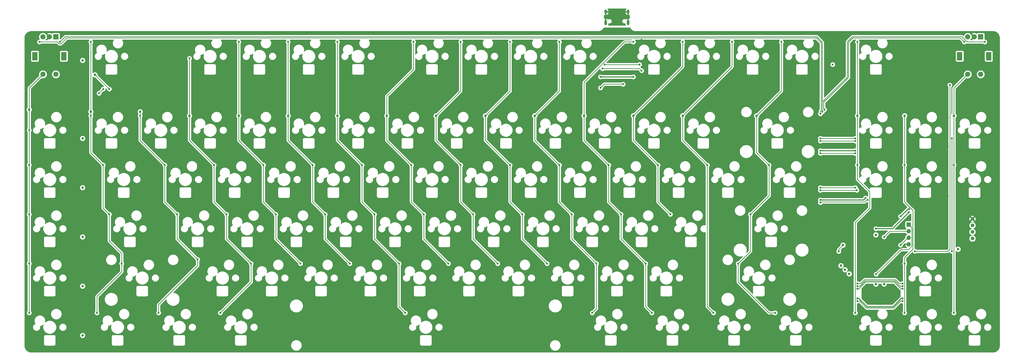
<source format=gtl>
%TF.GenerationSoftware,KiCad,Pcbnew,(5.1.10)-1*%
%TF.CreationDate,2021-11-26T21:30:33-05:00*%
%TF.ProjectId,custom_keyboard (f303),63757374-6f6d-45f6-9b65-79626f617264,rev?*%
%TF.SameCoordinates,Original*%
%TF.FileFunction,Copper,L1,Top*%
%TF.FilePolarity,Positive*%
%FSLAX46Y46*%
G04 Gerber Fmt 4.6, Leading zero omitted, Abs format (unit mm)*
G04 Created by KiCad (PCBNEW (5.1.10)-1) date 2021-11-26 21:30:33*
%MOMM*%
%LPD*%
G01*
G04 APERTURE LIST*
%TA.AperFunction,ComponentPad*%
%ADD10C,1.000000*%
%TD*%
%TA.AperFunction,ComponentPad*%
%ADD11O,1.000000X2.100000*%
%TD*%
%TA.AperFunction,ComponentPad*%
%ADD12O,1.000000X1.600000*%
%TD*%
%TA.AperFunction,ComponentPad*%
%ADD13R,1.700000X1.700000*%
%TD*%
%TA.AperFunction,ComponentPad*%
%ADD14O,1.700000X1.700000*%
%TD*%
%TA.AperFunction,ComponentPad*%
%ADD15C,2.000000*%
%TD*%
%TA.AperFunction,ComponentPad*%
%ADD16R,2.000000X3.200000*%
%TD*%
%TA.AperFunction,ComponentPad*%
%ADD17R,2.000000X2.000000*%
%TD*%
%TA.AperFunction,ComponentPad*%
%ADD18C,1.397000*%
%TD*%
%TA.AperFunction,ViaPad*%
%ADD19C,0.800000*%
%TD*%
%TA.AperFunction,Conductor*%
%ADD20C,0.381000*%
%TD*%
%TA.AperFunction,Conductor*%
%ADD21C,0.250000*%
%TD*%
%TA.AperFunction,Conductor*%
%ADD22C,0.254000*%
%TD*%
%TA.AperFunction,Conductor*%
%ADD23C,0.100000*%
%TD*%
G04 APERTURE END LIST*
D10*
%TO.P,COL15,1*%
%TO.N,COL15*%
X400818500Y-191281700D03*
%TD*%
D11*
%TO.P,USB1,13*%
%TO.N,Earth*%
X303635600Y-155201900D03*
X312275600Y-155201900D03*
D12*
X303635600Y-151021900D03*
X312275600Y-151021900D03*
%TD*%
D10*
%TO.P,ENCB1,1*%
%TO.N,ENCODER_B1*%
X397643700Y-252396600D03*
%TD*%
%TO.P,X2,1*%
%TO.N,KEYBOARD_XTAL2*%
X407961800Y-256365100D03*
%TD*%
%TO.P,X1,1*%
%TO.N,KEYBOARD_XTAL1*%
X411136600Y-256365100D03*
%TD*%
D13*
%TO.P,J1,1*%
%TO.N,KEYBOARD_RESET*%
X420661000Y-233347800D03*
D14*
%TO.P,J1,2*%
%TO.N,SWDIO*%
X420661000Y-235887800D03*
%TO.P,J1,3*%
%TO.N,SWCLK*%
X420661000Y-238427800D03*
%TO.P,J1,4*%
%TO.N,GND*%
X420661000Y-240967800D03*
%TD*%
D10*
%TO.P,ENCB2,1*%
%TO.N,ENCODER_B2*%
X394468900Y-249221800D03*
%TD*%
%TO.P,ENCA1,1*%
%TO.N,ENCODER_A*%
X396056300Y-250809200D03*
%TD*%
%TO.P,BOOT1,1*%
%TO.N,BOOT1*%
X395262600Y-241284800D03*
%TD*%
%TO.P,BOOT0,1*%
%TO.N,BOOT0*%
X439709800Y-242872200D03*
%TD*%
D15*
%TO.P,ROT2,S1*%
%TO.N,COL17*%
X443440500Y-175224250D03*
%TO.P,ROT2,S2*%
%TO.N,Net-(D4-Pad2)*%
X448440500Y-175224250D03*
D16*
%TO.P,ROT2,MP*%
%TO.N,N/C*%
X440340500Y-168224250D03*
X451540500Y-168224250D03*
D15*
%TO.P,ROT2,B*%
%TO.N,Net-(C11-Pad1)*%
X443440500Y-160724250D03*
%TO.P,ROT2,C*%
%TO.N,GND*%
X445940500Y-160724250D03*
D17*
%TO.P,ROT2,A*%
%TO.N,Net-(C10-Pad2)*%
X448440500Y-160724250D03*
%TD*%
D10*
%TO.P,BKL5,1*%
%TO.N,BKL_DATA_IN*%
X106355800Y-175412120D03*
%TD*%
%TO.P,COL1,1*%
%TO.N,COL1*%
X104768400Y-189694300D03*
%TD*%
%TO.P,COL2,1*%
%TO.N,COL2*%
X123817200Y-189694300D03*
%TD*%
%TO.P,COL14,1*%
%TO.N,COL14*%
X361927200Y-191281700D03*
%TD*%
%TO.P,BKL3,1*%
%TO.N,BKL_DATA_IN_3V3*%
X407961800Y-237316300D03*
%TD*%
%TO.P,COL11,1*%
%TO.N,COL11*%
X295256400Y-191281700D03*
%TD*%
%TO.P,COL10,1*%
%TO.N,COL10*%
X276207600Y-191281700D03*
%TD*%
%TO.P,COL9,1*%
%TO.N,COL9*%
X257158800Y-191281700D03*
%TD*%
%TO.P,COL8,1*%
%TO.N,COL8*%
X238110000Y-191281700D03*
%TD*%
%TO.P,COL7,1*%
%TO.N,COL7*%
X219061200Y-191281700D03*
%TD*%
%TO.P,COL6,1*%
%TO.N,COL6*%
X200012400Y-191281700D03*
%TD*%
%TO.P,COL5,1*%
%TO.N,COL5*%
X180963600Y-191281700D03*
%TD*%
%TO.P,COL4,1*%
%TO.N,COL4*%
X161914800Y-191281700D03*
%TD*%
%TO.P,COL17,1*%
%TO.N,COL17*%
X438122400Y-191281700D03*
%TD*%
%TO.P,COL16,1*%
%TO.N,COL16*%
X419073600Y-191281700D03*
%TD*%
%TO.P,ROW0,1*%
%TO.N,ROT1_ROW*%
X101593600Y-169851800D03*
%TD*%
%TO.P,ROW1,1*%
%TO.N,ROW1*%
X101593600Y-200012400D03*
%TD*%
%TO.P,ROW2,1*%
%TO.N,ROW2*%
X101593600Y-219061200D03*
%TD*%
%TO.P,ROW3,1*%
%TO.N,ROW3*%
X101593600Y-238110000D03*
%TD*%
%TO.P,ROW4,1*%
%TO.N,ROW4*%
X101593600Y-257158800D03*
%TD*%
%TO.P,ROW5,1*%
%TO.N,ROW5*%
X101593600Y-276207600D03*
%TD*%
%TO.P,COL0,1*%
%TO.N,COL0*%
X80957400Y-188900600D03*
%TD*%
%TO.P,COL3,1*%
%TO.N,COL3*%
X142866000Y-191281700D03*
%TD*%
%TO.P,COL13,1*%
%TO.N,COL13*%
X333354000Y-191281700D03*
%TD*%
%TO.P,COL12,1*%
%TO.N,COL12*%
X314305200Y-191281700D03*
%TD*%
D15*
%TO.P,ROT1,S1*%
%TO.N,COL0*%
X86275500Y-175224250D03*
%TO.P,ROT1,S2*%
%TO.N,Net-(D3-Pad2)*%
X91275500Y-175224250D03*
D16*
%TO.P,ROT1,MP*%
%TO.N,N/C*%
X83175500Y-168224250D03*
X94375500Y-168224250D03*
D15*
%TO.P,ROT1,B*%
%TO.N,Net-(C9-Pad1)*%
X86275500Y-160724250D03*
%TO.P,ROT1,C*%
%TO.N,GND*%
X88775500Y-160724250D03*
D17*
%TO.P,ROT1,A*%
%TO.N,Net-(C8-Pad2)*%
X91275500Y-160724250D03*
%TD*%
D18*
%TO.P,OL1,4*%
%TO.N,GND*%
X445265700Y-231125200D03*
%TO.P,OL1,3*%
%TO.N,KEYBOARD_5V*%
X445265700Y-233665200D03*
%TO.P,OL1,2*%
%TO.N,KEYBOARD_SCL*%
X445265700Y-236205200D03*
%TO.P,OL1,1*%
%TO.N,KEYBOARD_SDA*%
X445265700Y-238745200D03*
%TD*%
D19*
%TO.N,GND*%
X409549200Y-260333600D03*
X207949400Y-258355860D03*
X203187200Y-260340160D03*
X222236000Y-260340160D03*
X226998200Y-258355860D03*
X241284800Y-260340160D03*
X246047000Y-258355860D03*
X260333600Y-260340160D03*
X265095800Y-258355860D03*
X279382400Y-260340160D03*
X284144600Y-258355860D03*
X298431200Y-260340160D03*
X303193400Y-258355860D03*
X317480000Y-260340160D03*
X322242200Y-258355860D03*
X336528800Y-260340160D03*
X371848450Y-259546440D03*
X422248400Y-258355860D03*
X362720900Y-239306580D03*
X361133500Y-241290880D03*
X346053200Y-241290880D03*
X331766600Y-239306580D03*
X327004400Y-241290880D03*
X312717800Y-239306580D03*
X307955600Y-241290880D03*
X288906800Y-241290880D03*
X293669000Y-239306580D03*
X274620200Y-239306580D03*
X269858000Y-241290880D03*
X255571400Y-239306580D03*
X250809200Y-241290880D03*
X236522600Y-239306580D03*
X231760400Y-241290880D03*
X217473800Y-239306580D03*
X212711600Y-241290880D03*
X198425000Y-239306580D03*
X193662800Y-241290880D03*
X179376200Y-239306580D03*
X174614000Y-241290880D03*
X160327400Y-239306580D03*
X155565200Y-241290880D03*
X141278600Y-239306580D03*
X136516400Y-241290880D03*
X115086500Y-239306580D03*
X98418800Y-241290880D03*
X86116450Y-256371560D03*
X86116450Y-275420840D03*
X98418800Y-279389440D03*
X110324300Y-277405140D03*
X124610900Y-279389440D03*
X134135300Y-277405140D03*
X148421900Y-279389440D03*
X157946300Y-277405140D03*
X172232900Y-279389440D03*
X229379300Y-277405140D03*
X243665900Y-279389440D03*
X300812300Y-277405140D03*
X315098900Y-279389440D03*
X324623300Y-277405140D03*
X338909900Y-279389440D03*
X348434300Y-277405140D03*
X362720900Y-279389440D03*
X372245300Y-277405140D03*
X386531900Y-279389440D03*
X403199600Y-277405140D03*
X417486200Y-279389440D03*
X422248400Y-277405140D03*
X436535000Y-279389440D03*
X441297200Y-277405140D03*
X454790100Y-277405140D03*
X436535000Y-260340160D03*
X98418800Y-222241600D03*
X86116450Y-218273000D03*
X112705400Y-220257300D03*
X131754200Y-222241600D03*
X136516400Y-220257300D03*
X150803000Y-222241600D03*
X155565200Y-220257300D03*
X169851800Y-222241600D03*
X174614000Y-220257300D03*
X188900600Y-222241600D03*
X193662800Y-220257300D03*
X207949400Y-222241600D03*
X212711600Y-220257300D03*
X226998200Y-222241600D03*
X231760400Y-220257300D03*
X246047000Y-222241600D03*
X250809200Y-220257300D03*
X265095800Y-222241600D03*
X269858000Y-220257300D03*
X284144600Y-222241600D03*
X288906800Y-220257300D03*
X303193400Y-222241600D03*
X307955600Y-220257300D03*
X322242200Y-222241600D03*
X327004400Y-220257300D03*
X341291000Y-222241600D03*
X346053200Y-220257300D03*
X360339800Y-222241600D03*
X369864200Y-220257300D03*
X384150800Y-221844740D03*
X417486200Y-222241600D03*
X422248400Y-220257300D03*
X435741300Y-222241600D03*
X441297200Y-220257300D03*
X453996400Y-220257300D03*
X454790100Y-201208020D03*
X441297200Y-201208020D03*
X435741300Y-203187200D03*
X422248400Y-201208020D03*
X417486200Y-203192320D03*
X403199600Y-201208020D03*
X378991750Y-202001740D03*
X365102000Y-201208020D03*
X350815400Y-203192320D03*
X363514600Y-203589180D03*
X336528800Y-201208020D03*
X331766600Y-203192320D03*
X317480000Y-201208020D03*
X312717800Y-203192320D03*
X298431200Y-201208020D03*
X293669000Y-203192320D03*
X279382400Y-201208020D03*
X274620200Y-203192320D03*
X260333600Y-201208020D03*
X255571400Y-203192320D03*
X241284800Y-201208020D03*
X236522600Y-203192320D03*
X222236000Y-201208020D03*
X217473800Y-203192320D03*
X203187200Y-201208020D03*
X198425000Y-203192320D03*
X184138400Y-201208020D03*
X179376200Y-203192320D03*
X165089600Y-201208020D03*
X160327400Y-203192320D03*
X146040800Y-201208020D03*
X141278600Y-203192320D03*
X126992000Y-201208020D03*
X122229800Y-203192320D03*
X107943200Y-201208020D03*
X98418800Y-203192320D03*
X86116450Y-199223720D03*
X107943200Y-172634100D03*
X146040800Y-172634100D03*
X160327400Y-174618400D03*
X165089600Y-172634100D03*
X179376200Y-174618400D03*
X184138400Y-172634100D03*
X198425000Y-174618400D03*
X203187200Y-172634100D03*
X216680100Y-174618400D03*
X231760400Y-172634100D03*
X246047000Y-174618400D03*
X250809200Y-172634100D03*
X265095800Y-174618400D03*
X269858000Y-172634100D03*
X284144600Y-174618400D03*
X288906800Y-172634100D03*
X336528800Y-172634100D03*
X352799650Y-174618400D03*
X355577600Y-172634100D03*
X369864200Y-174618400D03*
X374626400Y-172634100D03*
X403199600Y-172634100D03*
X417486200Y-177396420D03*
X141278600Y-187317920D03*
X160327400Y-187317920D03*
X179376200Y-187317920D03*
X198425000Y-187317920D03*
X217473800Y-187317920D03*
X236522600Y-187714780D03*
X255571400Y-187714780D03*
X274620200Y-187714780D03*
X83338500Y-202398600D03*
X83338500Y-222241600D03*
X83338500Y-207954640D03*
X83338500Y-260340160D03*
X83338500Y-246053200D03*
X83338500Y-278595720D03*
X83338500Y-265102480D03*
X124610900Y-263515040D03*
X129373100Y-263515040D03*
X116673900Y-259546440D03*
X133341600Y-259546440D03*
X119848700Y-258349350D03*
X150803000Y-258349350D03*
X146040800Y-260333600D03*
X165089600Y-260333600D03*
X169851800Y-258349350D03*
X184138400Y-260333600D03*
X188900600Y-258349350D03*
X188900600Y-279382400D03*
X226998200Y-279382400D03*
X296050100Y-279382400D03*
X350815400Y-177788800D03*
X369864200Y-177788800D03*
X388913000Y-177788800D03*
X398437400Y-177788800D03*
X150009300Y-191281700D03*
X169058100Y-191281700D03*
X188106900Y-191281700D03*
X207155700Y-191281700D03*
X226204500Y-191281700D03*
X245253300Y-191281700D03*
X264302100Y-191281700D03*
X283350900Y-191281700D03*
X302399700Y-191281700D03*
X321448500Y-191281700D03*
X331766600Y-192075400D03*
X312717800Y-192075400D03*
X293669000Y-192075400D03*
X274620200Y-192075400D03*
X255571400Y-192075400D03*
X236522600Y-192075400D03*
X217473800Y-192075400D03*
X198425000Y-192075400D03*
X179376200Y-192075400D03*
X160327400Y-192869100D03*
X141278600Y-192075400D03*
X122229800Y-192075400D03*
X103181000Y-192075400D03*
X333354000Y-174614000D03*
X388913000Y-174618400D03*
X303193400Y-174614000D03*
X300812300Y-159533700D03*
X317480000Y-161914800D03*
X413517700Y-237316300D03*
X401612200Y-249221800D03*
X395262600Y-238903700D03*
X409549200Y-243665900D03*
X407168100Y-246047000D03*
X403199600Y-258746200D03*
X415105100Y-258746200D03*
X413517700Y-250015500D03*
X413517700Y-241284800D03*
X417486200Y-234141500D03*
X401612200Y-253984000D03*
X98418800Y-260333600D03*
X403199600Y-235728900D03*
X403199600Y-220257300D03*
X131754200Y-211124200D03*
X150803000Y-211124200D03*
X169851800Y-211124200D03*
X188900600Y-211124200D03*
X207949400Y-211124200D03*
X226998200Y-211124200D03*
X246047000Y-211124200D03*
X265095800Y-211124200D03*
X284144600Y-211124200D03*
X303193400Y-211124200D03*
X322242200Y-211124200D03*
X341291000Y-211124200D03*
X365102000Y-211124200D03*
X327004400Y-230173000D03*
X357958700Y-230173000D03*
X307955600Y-230173000D03*
X288906800Y-230173000D03*
X269858000Y-230173000D03*
X250809200Y-230173000D03*
X231760400Y-230173000D03*
X212711600Y-230173000D03*
X193662800Y-230173000D03*
X174614000Y-230173000D03*
X155565200Y-230173000D03*
X136516400Y-230173000D03*
X110324300Y-230173000D03*
X83338500Y-226998200D03*
X83338500Y-188900600D03*
X103181000Y-163502200D03*
X141278600Y-163502200D03*
X160327400Y-163502200D03*
X179376200Y-163502200D03*
X198425000Y-163502200D03*
X226998200Y-163502200D03*
X246047000Y-163502200D03*
X265095800Y-163502200D03*
X284144600Y-163502200D03*
X312717800Y-163502200D03*
X331766600Y-163502200D03*
X350815400Y-163502200D03*
X369864200Y-163502200D03*
X398437400Y-163502200D03*
X417486200Y-192075400D03*
X435741300Y-192075400D03*
X399231100Y-188106900D03*
X359546100Y-192075400D03*
X80957400Y-281763500D03*
X105562100Y-268270600D03*
X129373100Y-268270600D03*
X115086500Y-249221800D03*
X153184100Y-268270600D03*
X144453400Y-247634400D03*
X165089600Y-249221800D03*
X184138400Y-249221800D03*
X203187200Y-249221800D03*
X224617100Y-268270600D03*
X222236000Y-249221800D03*
X241284800Y-249221800D03*
X260333600Y-249221800D03*
X279382400Y-249221800D03*
X298431200Y-249221800D03*
X295256400Y-268270600D03*
X317480000Y-249221800D03*
X319861100Y-268270600D03*
X343672100Y-268270600D03*
X367483100Y-268270600D03*
X353196500Y-249221800D03*
X398437400Y-268270600D03*
X419073600Y-274620200D03*
X436535000Y-268270600D03*
X377801200Y-259539900D03*
X420661000Y-260333600D03*
X107943200Y-211124200D03*
X122229800Y-174614000D03*
X122229800Y-177788800D03*
X331766600Y-177788800D03*
X312717800Y-177788800D03*
X306368200Y-169851800D03*
X309543000Y-169851800D03*
X306368200Y-177788800D03*
X309543000Y-177788800D03*
X298431200Y-179376200D03*
X203187200Y-269858000D03*
X260333600Y-269858000D03*
X184138400Y-269858000D03*
X280176100Y-269858000D03*
X83338500Y-241284800D03*
X447646800Y-233347800D03*
X447646800Y-237713150D03*
X443281450Y-239300550D03*
X397246850Y-232157250D03*
X397643700Y-226601350D03*
X403993300Y-240491100D03*
X400024800Y-217473800D03*
X408755500Y-229379300D03*
X353990200Y-259539900D03*
X355974450Y-258355860D03*
X381769700Y-192869100D03*
X404787000Y-198425000D03*
X385738200Y-202393500D03*
X400024800Y-202790350D03*
X400024800Y-230966700D03*
%TO.N,+3V3*%
X417486200Y-230173000D03*
X420808045Y-227376850D03*
%TO.N,KEYBOARD_RESET*%
X408077603Y-252512403D03*
%TO.N,COL2*%
X130960500Y-267476900D03*
X138103800Y-229379300D03*
X133341600Y-210330500D03*
X123817200Y-191281700D03*
X146040800Y-246840700D03*
%TO.N,COL1*%
X104768400Y-162708500D03*
X104768400Y-191281700D03*
X109530600Y-210330500D03*
X111911700Y-229379300D03*
X116673900Y-248428100D03*
X107149500Y-267476900D03*
%TO.N,COL3*%
X152390400Y-210330500D03*
X157152600Y-229379300D03*
X166677000Y-248428100D03*
X154771500Y-267476900D03*
X142866000Y-169058100D03*
%TO.N,ROW2*%
X386531900Y-219061200D03*
X400024800Y-219061200D03*
%TO.N,ROW4*%
X400818500Y-257158800D03*
X418279900Y-257158800D03*
%TO.N,ROT1_ROW*%
X391294100Y-171439200D03*
X316686300Y-171439200D03*
X303193400Y-171439200D03*
X436535000Y-179376200D03*
X423042100Y-243665900D03*
%TO.N,ROW3*%
X418292551Y-256146146D03*
X400818500Y-256158797D03*
%TO.N,DOUT1*%
X107943200Y-182551000D03*
X109568220Y-180925980D03*
X301606000Y-180475973D03*
X310336700Y-179044963D03*
%TO.N,DOUT2*%
X386531900Y-205774603D03*
X400024800Y-205774603D03*
%TO.N,DOUT3*%
X386531900Y-224823403D03*
X404787000Y-223823400D03*
%TO.N,DOUT5*%
X400818500Y-262921003D03*
X418279900Y-262921003D03*
%TO.N,COL0*%
X80957400Y-196837600D03*
X80957400Y-229385080D03*
X80957400Y-210335800D03*
X80957400Y-248434360D03*
X80957400Y-267476900D03*
%TO.N,COL4*%
X171439200Y-210330500D03*
X176201400Y-229379300D03*
X185725800Y-248428100D03*
X161914800Y-162708500D03*
%TO.N,COL5*%
X190488000Y-210330500D03*
X195250200Y-229379300D03*
X204774600Y-248428100D03*
X180963600Y-162708500D03*
%TO.N,COL6*%
X209536800Y-210330500D03*
X214299000Y-229379300D03*
X223823400Y-248428100D03*
X226204500Y-267476900D03*
X200012400Y-162708500D03*
%TO.N,COL7*%
X228585600Y-210330500D03*
X233347800Y-229379300D03*
X242872200Y-248428100D03*
X229379300Y-162708500D03*
%TO.N,COL8*%
X247634400Y-210330500D03*
X252396600Y-229379300D03*
X261921000Y-248428100D03*
X247634400Y-162708500D03*
%TO.N,BKL_DATA_IN*%
X111911700Y-180925980D03*
%TO.N,ENCODER_A*%
X450027900Y-162708500D03*
X92862900Y-162708500D03*
X387325600Y-189694300D03*
%TO.N,ENCODER_B1*%
X84925900Y-162708500D03*
X386531900Y-190488000D03*
%TO.N,COL17*%
X438122400Y-267476900D03*
X438122400Y-210330500D03*
%TO.N,COL16*%
X419073600Y-210330500D03*
X419073600Y-267476900D03*
X419073600Y-248428100D03*
%TO.N,ROW1*%
X437328700Y-200012400D03*
X437328700Y-243665900D03*
X386531900Y-200012400D03*
X400024800Y-200012400D03*
%TO.N,COL9*%
X266683200Y-210330500D03*
X271445400Y-229379300D03*
X280969800Y-248428100D03*
X266683200Y-162708500D03*
%TO.N,COL10*%
X285732000Y-210330500D03*
X300018600Y-248428100D03*
X290494200Y-229379300D03*
X285732000Y-162708500D03*
X298431200Y-267476900D03*
%TO.N,COL11*%
X309543000Y-229379300D03*
X319067400Y-248428100D03*
X304780800Y-210330500D03*
X314305200Y-162708500D03*
X321448500Y-267476900D03*
%TO.N,COL12*%
X328591800Y-229379300D03*
X323829600Y-210330500D03*
X333354000Y-162708500D03*
%TO.N,COL13*%
X342878400Y-210330500D03*
X352402800Y-162708500D03*
X345259500Y-267476900D03*
%TO.N,COL14*%
X354783900Y-248428100D03*
X359546100Y-229379300D03*
X366689400Y-210330500D03*
X371451600Y-162708500D03*
X369070500Y-267476900D03*
%TO.N,COL15*%
X400024800Y-267476900D03*
X400818500Y-210330500D03*
X400818500Y-162708500D03*
%TO.N,ENCODER_B2*%
X442090900Y-162708500D03*
X388119300Y-188900600D03*
%TO.N,Net-(MX10-Pad4)*%
X317480000Y-173824680D03*
X302399700Y-173030960D03*
%TO.N,Net-(MX29-Pad5)*%
X386531900Y-201012403D03*
X400024800Y-201012403D03*
%TO.N,Net-(MX47-Pad5)*%
X386531900Y-220061203D03*
X400612197Y-220061203D03*
%TO.N,Net-(MX77-Pad5)*%
X400818500Y-258158803D03*
X418279900Y-258158803D03*
%TO.N,+5V*%
X314305200Y-176201400D03*
X400818500Y-261921000D03*
X418279900Y-261921000D03*
X301606000Y-176201400D03*
X386531900Y-223823400D03*
X403993300Y-223029700D03*
X386531900Y-204774600D03*
X400024800Y-204774600D03*
%TO.N,SWCLK*%
X417486200Y-241284800D03*
%TO.N,SWDIO*%
X411136600Y-238110000D03*
%TO.N,BOOT1*%
X393638043Y-243703057D03*
%TO.N,KEYBOARD_5V*%
X420717240Y-228585600D03*
X407961800Y-234935200D03*
%TD*%
D20*
%TO.N,GND*%
X414705393Y-242472493D02*
X413517700Y-241284800D01*
X419384886Y-240967800D02*
X417880193Y-242472493D01*
X420661000Y-240967800D02*
X419384886Y-240967800D01*
X417880193Y-242472493D02*
X414705393Y-242472493D01*
%TO.N,+3V3*%
X420282350Y-227376850D02*
X420808045Y-227376850D01*
X417486200Y-230173000D02*
X420282350Y-227376850D01*
D21*
%TO.N,KEYBOARD_RESET*%
X417602003Y-242988003D02*
X408077603Y-252512403D01*
X420545197Y-242988003D02*
X417602003Y-242988003D01*
X421836001Y-241697199D02*
X420545197Y-242988003D01*
X421836001Y-234522801D02*
X421836001Y-241697199D01*
X420661000Y-233347800D02*
X421836001Y-234522801D01*
%TO.N,COL2*%
X123817200Y-189694300D02*
X123817200Y-191281700D01*
X123817200Y-200806100D02*
X133341600Y-210330500D01*
X123817200Y-191281700D02*
X123817200Y-200806100D01*
X133341600Y-224617100D02*
X138103800Y-229379300D01*
X133341600Y-210330500D02*
X133341600Y-224617100D01*
X130960500Y-264302100D02*
X146040800Y-249221800D01*
X130960500Y-267476900D02*
X130960500Y-264302100D01*
X146040800Y-249221800D02*
X146040800Y-246840700D01*
X138103800Y-238903700D02*
X146040800Y-246840700D01*
X138103800Y-229379300D02*
X138103800Y-238903700D01*
%TO.N,COL1*%
X104768400Y-162708500D02*
X104768400Y-189694300D01*
X104768400Y-191281700D02*
X104768400Y-189694300D01*
X109530600Y-226998200D02*
X109530600Y-210330500D01*
X111911700Y-229379300D02*
X109530600Y-226998200D01*
X104768400Y-205568300D02*
X109530600Y-210330500D01*
X104768400Y-191281700D02*
X104768400Y-205568300D01*
X116673900Y-251602900D02*
X116673900Y-248428100D01*
X107149500Y-261127300D02*
X116673900Y-251602900D01*
X111911700Y-229379300D02*
X111911700Y-239697400D01*
X116673900Y-244459600D02*
X116673900Y-248428100D01*
X111911700Y-239697400D02*
X116673900Y-244459600D01*
X107149500Y-267476900D02*
X107149500Y-261127300D01*
%TO.N,COL3*%
X166677000Y-255571400D02*
X166677000Y-248428100D01*
X154771500Y-267476900D02*
X166677000Y-255571400D01*
X157152600Y-238903700D02*
X166677000Y-248428100D01*
X157152600Y-229379300D02*
X157152600Y-238903700D01*
X152390400Y-224617100D02*
X157152600Y-229379300D01*
X152390400Y-210330500D02*
X152390400Y-224617100D01*
X142866000Y-200806100D02*
X152390400Y-210330500D01*
X142866000Y-191281700D02*
X142866000Y-200806100D01*
X142866000Y-191281700D02*
X142866000Y-169058100D01*
%TO.N,ROW2*%
X386531900Y-219061200D02*
X400024800Y-219061200D01*
%TO.N,ROW4*%
X417486200Y-257158800D02*
X418279900Y-257158800D01*
X415260200Y-255090090D02*
X417328910Y-257158800D01*
X403816489Y-255090089D02*
X415260200Y-255090090D01*
X401747778Y-257158800D02*
X403816489Y-255090089D01*
X400818500Y-257158800D02*
X401747778Y-257158800D01*
X417328910Y-257158800D02*
X417486200Y-257158800D01*
%TO.N,ROT1_ROW*%
X303193400Y-171439200D02*
X316686300Y-171439200D01*
X435741300Y-243665900D02*
X436535000Y-242872200D01*
X436535000Y-179376200D02*
X436535000Y-242872200D01*
X435741300Y-243665900D02*
X423042100Y-243665900D01*
%TO.N,ROW3*%
X400818500Y-256158797D02*
X402111371Y-256158797D01*
X402111371Y-256158797D02*
X403630090Y-254640080D01*
X403630090Y-254640080D02*
X415446601Y-254640081D01*
X416952666Y-256146146D02*
X418292551Y-256146146D01*
X415446601Y-254640081D02*
X416952666Y-256146146D01*
%TO.N,DOUT1*%
X107943200Y-182551000D02*
X109568220Y-180925980D01*
X303037010Y-179044963D02*
X310336700Y-179044963D01*
X301606000Y-180475973D02*
X303037010Y-179044963D01*
%TO.N,DOUT2*%
X386531900Y-205774603D02*
X400024800Y-205774603D01*
%TO.N,DOUT3*%
X404417176Y-223823400D02*
X404787000Y-223823400D01*
X403692175Y-224548401D02*
X404417176Y-223823400D01*
X386806902Y-224548401D02*
X403692175Y-224548401D01*
X386531900Y-224823403D02*
X386806902Y-224548401D01*
%TO.N,DOUT5*%
X417443253Y-262921003D02*
X418279900Y-262921003D01*
X414752946Y-265611310D02*
X417443253Y-262921003D01*
X404345455Y-265611310D02*
X414752946Y-265611310D01*
X401655148Y-262921003D02*
X404345455Y-265611310D01*
X400818500Y-262921003D02*
X401655148Y-262921003D01*
%TO.N,COL0*%
X80957400Y-196837600D02*
X80957400Y-180542350D01*
X80957400Y-180542350D02*
X86275500Y-175224250D01*
X80957400Y-229385080D02*
X80957400Y-196837600D01*
X80957400Y-248434360D02*
X80957400Y-229385080D01*
X80957400Y-267476900D02*
X80957400Y-248434360D01*
%TO.N,COL4*%
X161914800Y-200806100D02*
X171439200Y-210330500D01*
X161914800Y-191281700D02*
X161914800Y-200806100D01*
X171439200Y-224617100D02*
X176201400Y-229379300D01*
X171439200Y-210330500D02*
X171439200Y-224617100D01*
X176201400Y-238903700D02*
X185725800Y-248428100D01*
X176201400Y-229379300D02*
X176201400Y-238903700D01*
X161914800Y-162708500D02*
X161914800Y-191281700D01*
%TO.N,COL5*%
X195250200Y-238903700D02*
X204774600Y-248428100D01*
X195250200Y-229379300D02*
X195250200Y-238903700D01*
X190488000Y-224617100D02*
X195250200Y-229379300D01*
X190488000Y-210330500D02*
X190488000Y-224617100D01*
X180963600Y-200806100D02*
X190488000Y-210330500D01*
X180963600Y-191281700D02*
X180963600Y-200806100D01*
X180963600Y-162708500D02*
X180963600Y-191281700D01*
%TO.N,COL6*%
X200012400Y-191281700D02*
X200012400Y-162708500D01*
X200012400Y-200806100D02*
X209536800Y-210330500D01*
X200012400Y-191281700D02*
X200012400Y-200806100D01*
X209536800Y-224617100D02*
X214299000Y-229379300D01*
X209536800Y-210330500D02*
X209536800Y-224617100D01*
X214299000Y-238903700D02*
X223823400Y-248428100D01*
X214299000Y-229379300D02*
X214299000Y-238903700D01*
X223823400Y-265095800D02*
X226204500Y-267476900D01*
X223823400Y-248428100D02*
X223823400Y-265095800D01*
%TO.N,COL7*%
X233347800Y-238903700D02*
X233347800Y-229379300D01*
X242872200Y-248428100D02*
X233347800Y-238903700D01*
X228585600Y-224617100D02*
X233347800Y-229379300D01*
X228585600Y-210330500D02*
X228585600Y-224617100D01*
X219061200Y-200806100D02*
X228585600Y-210330500D01*
X219061200Y-191281700D02*
X219061200Y-200806100D01*
X219061200Y-183628362D02*
X219061200Y-191281700D01*
X229379300Y-173310262D02*
X219061200Y-183628362D01*
X229379300Y-162708500D02*
X229379300Y-173310262D01*
%TO.N,COL8*%
X238110000Y-200806100D02*
X247634400Y-210330500D01*
X238110000Y-191281700D02*
X238110000Y-200806100D01*
X247634400Y-224617100D02*
X252396600Y-229379300D01*
X247634400Y-210330500D02*
X247634400Y-224617100D01*
X252396600Y-238903700D02*
X261921000Y-248428100D01*
X252396600Y-229379300D02*
X252396600Y-238903700D01*
X247634400Y-181757300D02*
X238110000Y-191281700D01*
X247634400Y-162708500D02*
X247634400Y-181757300D01*
%TO.N,BKL_DATA_IN*%
X111869660Y-180925980D02*
X111911700Y-180925980D01*
X106355800Y-175412120D02*
X111869660Y-180925980D01*
%TO.N,ENCODER_A*%
X94900310Y-160671090D02*
X92862900Y-162708500D01*
X385130900Y-160671090D02*
X94900310Y-160671090D01*
X387325600Y-162865790D02*
X385130900Y-160671090D01*
X387325600Y-185883090D02*
X387325600Y-162865790D01*
X387325600Y-189694300D02*
X387325600Y-185883090D01*
X443163902Y-162708500D02*
X450027900Y-162708500D01*
X441126492Y-160671090D02*
X443163902Y-162708500D01*
X398887410Y-160671090D02*
X441126492Y-160671090D01*
X396928645Y-162629855D02*
X398887410Y-160671090D01*
X396928645Y-176280045D02*
X396928645Y-162629855D01*
X387325600Y-185883090D02*
X396928645Y-176280045D01*
%TO.N,ENCODER_B1*%
X92514899Y-163433501D02*
X91789898Y-162708500D01*
X93210901Y-163433501D02*
X92514899Y-163433501D01*
X95523302Y-161121100D02*
X93210901Y-163433501D01*
X384944500Y-161121100D02*
X95523302Y-161121100D01*
X386875590Y-163052190D02*
X384944500Y-161121100D01*
X386875590Y-189071308D02*
X386875590Y-163052190D01*
X91789898Y-162708500D02*
X84925900Y-162708500D01*
X386531900Y-189414998D02*
X386875590Y-189071308D01*
X386531900Y-190488000D02*
X386531900Y-189414998D01*
%TO.N,COL17*%
X438122400Y-210330500D02*
X438122400Y-191281700D01*
X438122400Y-180542350D02*
X443440500Y-175224250D01*
X438122400Y-191281700D02*
X438122400Y-180542350D01*
X438122400Y-267476900D02*
X438122400Y-210330500D01*
%TO.N,COL16*%
X419073600Y-191281700D02*
X419073600Y-210330500D01*
X419073600Y-267476900D02*
X419073600Y-248428100D01*
X419073600Y-224617100D02*
X419073600Y-210330500D01*
X422286011Y-227829511D02*
X419073600Y-224617100D01*
X422286011Y-242834589D02*
X422286011Y-227829511D01*
X419073600Y-246047000D02*
X422286011Y-242834589D01*
X419073600Y-248428100D02*
X419073600Y-246047000D01*
%TO.N,ROW1*%
X437328700Y-243665900D02*
X437328700Y-200012400D01*
X386531900Y-200012400D02*
X400024800Y-200012400D01*
%TO.N,COL9*%
X257158800Y-200806100D02*
X266683200Y-210330500D01*
X257158800Y-191281700D02*
X257158800Y-200806100D01*
X266683200Y-224617100D02*
X271445400Y-229379300D01*
X266683200Y-210330500D02*
X266683200Y-224617100D01*
X271445400Y-238903700D02*
X280969800Y-248428100D01*
X271445400Y-229379300D02*
X271445400Y-238903700D01*
X266683200Y-181757300D02*
X257158800Y-191281700D01*
X266683200Y-162708500D02*
X266683200Y-181757300D01*
%TO.N,COL10*%
X276207600Y-200806100D02*
X285732000Y-210330500D01*
X276207600Y-191281700D02*
X276207600Y-200806100D01*
X285732000Y-224617100D02*
X290494200Y-229379300D01*
X285732000Y-210330500D02*
X285732000Y-224617100D01*
X290494200Y-238903700D02*
X300018600Y-248428100D01*
X290494200Y-229379300D02*
X290494200Y-238903700D01*
X285732000Y-181757300D02*
X276207600Y-191281700D01*
X285732000Y-162708500D02*
X285732000Y-181757300D01*
X300018600Y-248428100D02*
X300018600Y-263508400D01*
X298431200Y-267476900D02*
X300018600Y-265889500D01*
X300018600Y-265889500D02*
X300018600Y-263508400D01*
%TO.N,COL11*%
X319067400Y-248428100D02*
X319067400Y-265095800D01*
X309543000Y-238903700D02*
X319067400Y-248428100D01*
X309543000Y-229379300D02*
X309543000Y-238903700D01*
X304780800Y-224617100D02*
X309543000Y-229379300D01*
X304780800Y-210330500D02*
X304780800Y-224617100D01*
X295256400Y-200806100D02*
X304780800Y-210330500D01*
X295256400Y-191281700D02*
X295256400Y-200806100D01*
X295256400Y-178303198D02*
X295256400Y-191281700D01*
X310851098Y-162708500D02*
X295256400Y-178303198D01*
X314305200Y-162708500D02*
X310851098Y-162708500D01*
X321448500Y-267476900D02*
X319067400Y-265095800D01*
%TO.N,COL12*%
X314305200Y-200806100D02*
X323829600Y-210330500D01*
X314305200Y-191281700D02*
X314305200Y-200806100D01*
X323829600Y-224617100D02*
X328591800Y-229379300D01*
X323829600Y-210330500D02*
X323829600Y-224617100D01*
X333354000Y-172232900D02*
X333354000Y-162708500D01*
X314305200Y-191281700D02*
X333354000Y-172232900D01*
%TO.N,COL13*%
X352402800Y-162708500D02*
X352402800Y-172232900D01*
X333354000Y-200806100D02*
X342878400Y-210330500D01*
X333354000Y-191281700D02*
X333354000Y-200806100D01*
X342878400Y-210330500D02*
X342878400Y-264302100D01*
X352402800Y-172232900D02*
X333354000Y-191281700D01*
X345259500Y-267476900D02*
X342878400Y-265095800D01*
X342878400Y-265095800D02*
X342878400Y-264302100D01*
%TO.N,COL14*%
X371451600Y-181757300D02*
X361927200Y-191281700D01*
X371451600Y-162708500D02*
X371451600Y-181757300D01*
X361927200Y-205568300D02*
X366689400Y-210330500D01*
X361927200Y-191281700D02*
X361927200Y-205568300D01*
X366689400Y-222236000D02*
X359546100Y-229379300D01*
X366689400Y-210330500D02*
X366689400Y-222236000D01*
X359546100Y-243665900D02*
X354783900Y-248428100D01*
X359546100Y-229379300D02*
X359546100Y-243665900D01*
X367483100Y-267476900D02*
X369070500Y-267476900D01*
X366689400Y-267476900D02*
X367483100Y-267476900D01*
X354783900Y-255571400D02*
X366689400Y-267476900D01*
X354783900Y-248428100D02*
X354783900Y-255571400D01*
%TO.N,COL15*%
X400818500Y-210330500D02*
X400818500Y-191281700D01*
X400818500Y-191281700D02*
X400818500Y-162708500D01*
X400818500Y-215886400D02*
X400818500Y-210330500D01*
X405580700Y-220648600D02*
X400818500Y-215886400D01*
X405580700Y-226998200D02*
X405580700Y-220648600D01*
X400024800Y-232554100D02*
X405580700Y-226998200D01*
X400024800Y-267476900D02*
X400024800Y-232554100D01*
%TO.N,ENCODER_B2*%
X387775610Y-188556910D02*
X388119300Y-188900600D01*
X387775610Y-186069490D02*
X387775610Y-188556910D01*
X397378655Y-176466445D02*
X387775610Y-186069490D01*
X397378655Y-162816255D02*
X397378655Y-176466445D01*
X399073810Y-161121100D02*
X397378655Y-162816255D01*
X440503500Y-161121100D02*
X399073810Y-161121100D01*
X442090900Y-162708500D02*
X440503500Y-161121100D01*
%TO.N,Net-(MX10-Pad4)*%
X316686300Y-173030960D02*
X316686300Y-173030980D01*
X316686300Y-173030980D02*
X317480000Y-173824680D01*
X302399700Y-173030960D02*
X316686300Y-173030960D01*
%TO.N,Net-(MX29-Pad5)*%
X386531900Y-201012403D02*
X400024800Y-201012403D01*
%TO.N,Net-(MX47-Pad5)*%
X386531900Y-220061203D02*
X400612197Y-220061203D01*
%TO.N,Net-(MX77-Pad5)*%
X404002889Y-255540099D02*
X415073799Y-255540099D01*
X401384185Y-258158803D02*
X404002889Y-255540099D01*
X400818500Y-258158803D02*
X401384185Y-258158803D01*
X417692503Y-258158803D02*
X418279900Y-258158803D01*
X415073799Y-255540099D02*
X417692503Y-258158803D01*
D20*
%TO.N,+5V*%
X301606000Y-176201400D02*
X314305200Y-176201400D01*
X401384185Y-261921000D02*
X400818500Y-261921000D01*
X404558985Y-265095800D02*
X401384185Y-261921000D01*
X417714215Y-261921000D02*
X414539415Y-265095800D01*
X414539415Y-265095800D02*
X404558985Y-265095800D01*
X418279900Y-261921000D02*
X417714215Y-261921000D01*
X403199600Y-223823400D02*
X403993300Y-223029700D01*
X386531900Y-223823400D02*
X403199600Y-223823400D01*
X386531900Y-204774600D02*
X400024800Y-204774600D01*
D21*
%TO.N,SWCLK*%
X420343200Y-238427800D02*
X420661000Y-238427800D01*
X417486200Y-241284800D02*
X420343200Y-238427800D01*
%TO.N,SWDIO*%
X413358800Y-235887800D02*
X419073600Y-235887800D01*
X411136600Y-238110000D02*
X413358800Y-235887800D01*
X419073600Y-235887800D02*
X420661000Y-235887800D01*
%TO.N,BOOT1*%
X393638043Y-243703057D02*
X393638043Y-242909357D01*
X393638043Y-242909357D02*
X395262600Y-241284800D01*
D20*
%TO.N,KEYBOARD_5V*%
X414367640Y-234935200D02*
X420717240Y-228585600D01*
X407961800Y-234935200D02*
X414367640Y-234935200D01*
%TD*%
D22*
%TO.N,Earth*%
X311402439Y-149985731D02*
X311275597Y-150170222D01*
X311187185Y-150375913D01*
X311140600Y-150594900D01*
X311140600Y-150894900D01*
X312148600Y-150894900D01*
X312148600Y-150874900D01*
X312402600Y-150874900D01*
X312402600Y-150894900D01*
X312422600Y-150894900D01*
X312422600Y-151148900D01*
X312402600Y-151148900D01*
X312402600Y-152289854D01*
X312577474Y-152416019D01*
X312800576Y-152336176D01*
X312826500Y-152319347D01*
X312826501Y-153654454D01*
X312800576Y-153637624D01*
X312577474Y-153557781D01*
X312402600Y-153683946D01*
X312402600Y-155074900D01*
X312422600Y-155074900D01*
X312422600Y-155328900D01*
X312402600Y-155328900D01*
X312402600Y-155348900D01*
X312148600Y-155348900D01*
X312148600Y-155328900D01*
X312128600Y-155328900D01*
X312128600Y-155074900D01*
X312148600Y-155074900D01*
X312148600Y-153683946D01*
X311973726Y-153557781D01*
X311750624Y-153637624D01*
X311562836Y-153759531D01*
X311418484Y-153900106D01*
X311300331Y-153821159D01*
X311125622Y-153748792D01*
X310940152Y-153711900D01*
X310751048Y-153711900D01*
X310565578Y-153748792D01*
X310390869Y-153821159D01*
X310233636Y-153926219D01*
X310099919Y-154059936D01*
X309994859Y-154217169D01*
X309922492Y-154391878D01*
X309885600Y-154577348D01*
X309885600Y-154766452D01*
X309922492Y-154951922D01*
X309994859Y-155126631D01*
X310099919Y-155283864D01*
X310233636Y-155417581D01*
X310390869Y-155522641D01*
X310565578Y-155595008D01*
X310751048Y-155631900D01*
X310940152Y-155631900D01*
X311125622Y-155595008D01*
X311140600Y-155588804D01*
X311140600Y-155878900D01*
X311187185Y-156097887D01*
X311244788Y-156231900D01*
X304666412Y-156231900D01*
X304724015Y-156097887D01*
X304770600Y-155878900D01*
X304770600Y-155588804D01*
X304785578Y-155595008D01*
X304971048Y-155631900D01*
X305160152Y-155631900D01*
X305345622Y-155595008D01*
X305520331Y-155522641D01*
X305677564Y-155417581D01*
X305811281Y-155283864D01*
X305916341Y-155126631D01*
X305988708Y-154951922D01*
X306025600Y-154766452D01*
X306025600Y-154577348D01*
X305988708Y-154391878D01*
X305916341Y-154217169D01*
X305811281Y-154059936D01*
X305677564Y-153926219D01*
X305520331Y-153821159D01*
X305345622Y-153748792D01*
X305160152Y-153711900D01*
X304971048Y-153711900D01*
X304785578Y-153748792D01*
X304610869Y-153821159D01*
X304492716Y-153900106D01*
X304348364Y-153759531D01*
X304160576Y-153637624D01*
X303937474Y-153557781D01*
X303762600Y-153683946D01*
X303762600Y-155074900D01*
X303782600Y-155074900D01*
X303782600Y-155328900D01*
X303762600Y-155328900D01*
X303762600Y-155348900D01*
X303508600Y-155348900D01*
X303508600Y-155328900D01*
X303488600Y-155328900D01*
X303488600Y-155074900D01*
X303508600Y-155074900D01*
X303508600Y-153683946D01*
X303333726Y-153557781D01*
X303110624Y-153637624D01*
X303084700Y-153654453D01*
X303084700Y-152319347D01*
X303110624Y-152336176D01*
X303333726Y-152416019D01*
X303508600Y-152289854D01*
X303508600Y-151148900D01*
X303762600Y-151148900D01*
X303762600Y-152289854D01*
X303937474Y-152416019D01*
X304160576Y-152336176D01*
X304348364Y-152214269D01*
X304508761Y-152058069D01*
X304635603Y-151873578D01*
X304724015Y-151667887D01*
X304770600Y-151448900D01*
X304770600Y-151148900D01*
X311140600Y-151148900D01*
X311140600Y-151448900D01*
X311187185Y-151667887D01*
X311275597Y-151873578D01*
X311402439Y-152058069D01*
X311562836Y-152214269D01*
X311750624Y-152336176D01*
X311973726Y-152416019D01*
X312148600Y-152289854D01*
X312148600Y-151148900D01*
X311140600Y-151148900D01*
X304770600Y-151148900D01*
X303762600Y-151148900D01*
X303508600Y-151148900D01*
X303488600Y-151148900D01*
X303488600Y-150894900D01*
X303508600Y-150894900D01*
X303508600Y-150874900D01*
X303762600Y-150874900D01*
X303762600Y-150894900D01*
X304770600Y-150894900D01*
X304770600Y-150594900D01*
X304724015Y-150375913D01*
X304635603Y-150170222D01*
X304508761Y-149985731D01*
X304421343Y-149900600D01*
X311489857Y-149900600D01*
X311402439Y-149985731D01*
%TA.AperFunction,Conductor*%
D23*
G36*
X311402439Y-149985731D02*
G01*
X311275597Y-150170222D01*
X311187185Y-150375913D01*
X311140600Y-150594900D01*
X311140600Y-150894900D01*
X312148600Y-150894900D01*
X312148600Y-150874900D01*
X312402600Y-150874900D01*
X312402600Y-150894900D01*
X312422600Y-150894900D01*
X312422600Y-151148900D01*
X312402600Y-151148900D01*
X312402600Y-152289854D01*
X312577474Y-152416019D01*
X312800576Y-152336176D01*
X312826500Y-152319347D01*
X312826501Y-153654454D01*
X312800576Y-153637624D01*
X312577474Y-153557781D01*
X312402600Y-153683946D01*
X312402600Y-155074900D01*
X312422600Y-155074900D01*
X312422600Y-155328900D01*
X312402600Y-155328900D01*
X312402600Y-155348900D01*
X312148600Y-155348900D01*
X312148600Y-155328900D01*
X312128600Y-155328900D01*
X312128600Y-155074900D01*
X312148600Y-155074900D01*
X312148600Y-153683946D01*
X311973726Y-153557781D01*
X311750624Y-153637624D01*
X311562836Y-153759531D01*
X311418484Y-153900106D01*
X311300331Y-153821159D01*
X311125622Y-153748792D01*
X310940152Y-153711900D01*
X310751048Y-153711900D01*
X310565578Y-153748792D01*
X310390869Y-153821159D01*
X310233636Y-153926219D01*
X310099919Y-154059936D01*
X309994859Y-154217169D01*
X309922492Y-154391878D01*
X309885600Y-154577348D01*
X309885600Y-154766452D01*
X309922492Y-154951922D01*
X309994859Y-155126631D01*
X310099919Y-155283864D01*
X310233636Y-155417581D01*
X310390869Y-155522641D01*
X310565578Y-155595008D01*
X310751048Y-155631900D01*
X310940152Y-155631900D01*
X311125622Y-155595008D01*
X311140600Y-155588804D01*
X311140600Y-155878900D01*
X311187185Y-156097887D01*
X311244788Y-156231900D01*
X304666412Y-156231900D01*
X304724015Y-156097887D01*
X304770600Y-155878900D01*
X304770600Y-155588804D01*
X304785578Y-155595008D01*
X304971048Y-155631900D01*
X305160152Y-155631900D01*
X305345622Y-155595008D01*
X305520331Y-155522641D01*
X305677564Y-155417581D01*
X305811281Y-155283864D01*
X305916341Y-155126631D01*
X305988708Y-154951922D01*
X306025600Y-154766452D01*
X306025600Y-154577348D01*
X305988708Y-154391878D01*
X305916341Y-154217169D01*
X305811281Y-154059936D01*
X305677564Y-153926219D01*
X305520331Y-153821159D01*
X305345622Y-153748792D01*
X305160152Y-153711900D01*
X304971048Y-153711900D01*
X304785578Y-153748792D01*
X304610869Y-153821159D01*
X304492716Y-153900106D01*
X304348364Y-153759531D01*
X304160576Y-153637624D01*
X303937474Y-153557781D01*
X303762600Y-153683946D01*
X303762600Y-155074900D01*
X303782600Y-155074900D01*
X303782600Y-155328900D01*
X303762600Y-155328900D01*
X303762600Y-155348900D01*
X303508600Y-155348900D01*
X303508600Y-155328900D01*
X303488600Y-155328900D01*
X303488600Y-155074900D01*
X303508600Y-155074900D01*
X303508600Y-153683946D01*
X303333726Y-153557781D01*
X303110624Y-153637624D01*
X303084700Y-153654453D01*
X303084700Y-152319347D01*
X303110624Y-152336176D01*
X303333726Y-152416019D01*
X303508600Y-152289854D01*
X303508600Y-151148900D01*
X303762600Y-151148900D01*
X303762600Y-152289854D01*
X303937474Y-152416019D01*
X304160576Y-152336176D01*
X304348364Y-152214269D01*
X304508761Y-152058069D01*
X304635603Y-151873578D01*
X304724015Y-151667887D01*
X304770600Y-151448900D01*
X304770600Y-151148900D01*
X311140600Y-151148900D01*
X311140600Y-151448900D01*
X311187185Y-151667887D01*
X311275597Y-151873578D01*
X311402439Y-152058069D01*
X311562836Y-152214269D01*
X311750624Y-152336176D01*
X311973726Y-152416019D01*
X312148600Y-152289854D01*
X312148600Y-151148900D01*
X311140600Y-151148900D01*
X304770600Y-151148900D01*
X303762600Y-151148900D01*
X303508600Y-151148900D01*
X303488600Y-151148900D01*
X303488600Y-150894900D01*
X303508600Y-150894900D01*
X303508600Y-150874900D01*
X303762600Y-150874900D01*
X303762600Y-150894900D01*
X304770600Y-150894900D01*
X304770600Y-150594900D01*
X304724015Y-150375913D01*
X304635603Y-150170222D01*
X304508761Y-149985731D01*
X304421343Y-149900600D01*
X311489857Y-149900600D01*
X311402439Y-149985731D01*
G37*
%TD.AperFunction*%
%TD*%
D22*
%TO.N,GND*%
X406826800Y-256476888D02*
X406870417Y-256696167D01*
X406955976Y-256902724D01*
X407080188Y-257088620D01*
X407238280Y-257246712D01*
X407424176Y-257370924D01*
X407630733Y-257456483D01*
X407850012Y-257500100D01*
X408073588Y-257500100D01*
X408292867Y-257456483D01*
X408499424Y-257370924D01*
X408685320Y-257246712D01*
X408843412Y-257088620D01*
X408967624Y-256902724D01*
X409053183Y-256696167D01*
X409096800Y-256476888D01*
X409096800Y-256300099D01*
X410001600Y-256300099D01*
X410001600Y-256476888D01*
X410045217Y-256696167D01*
X410130776Y-256902724D01*
X410254988Y-257088620D01*
X410413080Y-257246712D01*
X410598976Y-257370924D01*
X410805533Y-257456483D01*
X411024812Y-257500100D01*
X411248388Y-257500100D01*
X411467667Y-257456483D01*
X411674224Y-257370924D01*
X411860120Y-257246712D01*
X412018212Y-257088620D01*
X412142424Y-256902724D01*
X412227983Y-256696167D01*
X412271600Y-256476888D01*
X412271600Y-256300099D01*
X414758998Y-256300099D01*
X417128704Y-258669806D01*
X417152502Y-258698804D01*
X417268227Y-258793777D01*
X417359200Y-258842404D01*
X417359200Y-261174735D01*
X417303326Y-261204601D01*
X417253372Y-261231301D01*
X417216909Y-261261226D01*
X417127674Y-261334459D01*
X417101821Y-261365961D01*
X414292683Y-264175100D01*
X404805718Y-264175100D01*
X402532900Y-261902283D01*
X402532900Y-258084889D01*
X404317691Y-256300099D01*
X406826800Y-256300099D01*
X406826800Y-256476888D01*
%TA.AperFunction,Conductor*%
D23*
G36*
X406826800Y-256476888D02*
G01*
X406870417Y-256696167D01*
X406955976Y-256902724D01*
X407080188Y-257088620D01*
X407238280Y-257246712D01*
X407424176Y-257370924D01*
X407630733Y-257456483D01*
X407850012Y-257500100D01*
X408073588Y-257500100D01*
X408292867Y-257456483D01*
X408499424Y-257370924D01*
X408685320Y-257246712D01*
X408843412Y-257088620D01*
X408967624Y-256902724D01*
X409053183Y-256696167D01*
X409096800Y-256476888D01*
X409096800Y-256300099D01*
X410001600Y-256300099D01*
X410001600Y-256476888D01*
X410045217Y-256696167D01*
X410130776Y-256902724D01*
X410254988Y-257088620D01*
X410413080Y-257246712D01*
X410598976Y-257370924D01*
X410805533Y-257456483D01*
X411024812Y-257500100D01*
X411248388Y-257500100D01*
X411467667Y-257456483D01*
X411674224Y-257370924D01*
X411860120Y-257246712D01*
X412018212Y-257088620D01*
X412142424Y-256902724D01*
X412227983Y-256696167D01*
X412271600Y-256476888D01*
X412271600Y-256300099D01*
X414758998Y-256300099D01*
X417128704Y-258669806D01*
X417152502Y-258698804D01*
X417268227Y-258793777D01*
X417359200Y-258842404D01*
X417359200Y-261174735D01*
X417303326Y-261204601D01*
X417253372Y-261231301D01*
X417216909Y-261261226D01*
X417127674Y-261334459D01*
X417101821Y-261365961D01*
X414292683Y-264175100D01*
X404805718Y-264175100D01*
X402532900Y-261902283D01*
X402532900Y-258084889D01*
X404317691Y-256300099D01*
X406826800Y-256300099D01*
X406826800Y-256476888D01*
G37*
%TD.AperFunction*%
D22*
X417359200Y-264175100D02*
X417263958Y-264175100D01*
X417359200Y-264079858D01*
X417359200Y-264175100D01*
%TA.AperFunction,Conductor*%
D23*
G36*
X417359200Y-264175100D02*
G01*
X417263958Y-264175100D01*
X417359200Y-264079858D01*
X417359200Y-264175100D01*
G37*
%TD.AperFunction*%
%TD*%
D22*
%TO.N,GND*%
X313028485Y-157291401D02*
X313032975Y-157299845D01*
X313180327Y-157572366D01*
X313215042Y-157623832D01*
X313249040Y-157675786D01*
X313255084Y-157683198D01*
X313452562Y-157921908D01*
X313496635Y-157965675D01*
X313540055Y-158010013D01*
X313547424Y-158016110D01*
X313787506Y-158211916D01*
X313839235Y-158246284D01*
X313890446Y-158281349D01*
X313898854Y-158285895D01*
X313898858Y-158285898D01*
X313898862Y-158285900D01*
X314172401Y-158431343D01*
X314229797Y-158455000D01*
X314286865Y-158479459D01*
X314296002Y-158482288D01*
X314592585Y-158571832D01*
X314653518Y-158583897D01*
X314714216Y-158596799D01*
X314723727Y-158597799D01*
X315032056Y-158628031D01*
X315032063Y-158628031D01*
X315065253Y-158631300D01*
X453169195Y-158631300D01*
X453685668Y-158681941D01*
X454150235Y-158822201D01*
X454578718Y-159050030D01*
X454954782Y-159356739D01*
X455264116Y-159730660D01*
X455494927Y-160157536D01*
X455638429Y-160621116D01*
X455692501Y-161135582D01*
X455692500Y-280142595D01*
X455641859Y-280659068D01*
X455501598Y-281123637D01*
X455273770Y-281552117D01*
X454967058Y-281928184D01*
X454593142Y-282237514D01*
X454166263Y-282468327D01*
X453702683Y-282611830D01*
X453188228Y-282665900D01*
X81784605Y-282665900D01*
X81268132Y-282615259D01*
X80803563Y-282474998D01*
X80375083Y-282247170D01*
X79999016Y-281940458D01*
X79689686Y-281566542D01*
X79458873Y-281139663D01*
X79315370Y-280676083D01*
X79261300Y-280161628D01*
X79261300Y-276582800D01*
X86531207Y-276582800D01*
X86534401Y-276615229D01*
X86534400Y-279550380D01*
X86531207Y-279582800D01*
X86543950Y-279712183D01*
X86581690Y-279836593D01*
X86642975Y-279951250D01*
X86665022Y-279978114D01*
X86725452Y-280051748D01*
X86825950Y-280134225D01*
X86940607Y-280195510D01*
X87065017Y-280233250D01*
X87194400Y-280245993D01*
X87226819Y-280242800D01*
X90561981Y-280242800D01*
X90594400Y-280245993D01*
X90626819Y-280242800D01*
X90723783Y-280233250D01*
X90848193Y-280195510D01*
X90962850Y-280134225D01*
X91063348Y-280051748D01*
X91145825Y-279951250D01*
X91207110Y-279836593D01*
X91244850Y-279712183D01*
X91257593Y-279582800D01*
X91254400Y-279550381D01*
X91254400Y-276615219D01*
X91257593Y-276582800D01*
X91244850Y-276453417D01*
X91207110Y-276329007D01*
X91145825Y-276214350D01*
X91063348Y-276113852D01*
X91041367Y-276095812D01*
X100458600Y-276095812D01*
X100458600Y-276319388D01*
X100502217Y-276538667D01*
X100587776Y-276745224D01*
X100711988Y-276931120D01*
X100870080Y-277089212D01*
X101055976Y-277213424D01*
X101262533Y-277298983D01*
X101481812Y-277342600D01*
X101705388Y-277342600D01*
X101924667Y-277298983D01*
X102131224Y-277213424D01*
X102317120Y-277089212D01*
X102475212Y-276931120D01*
X102599424Y-276745224D01*
X102666702Y-276582800D01*
X112723307Y-276582800D01*
X112726501Y-276615229D01*
X112726500Y-279550380D01*
X112723307Y-279582800D01*
X112736050Y-279712183D01*
X112773790Y-279836593D01*
X112835075Y-279951250D01*
X112857122Y-279978114D01*
X112917552Y-280051748D01*
X113018050Y-280134225D01*
X113132707Y-280195510D01*
X113257117Y-280233250D01*
X113386500Y-280245993D01*
X113418919Y-280242800D01*
X116754081Y-280242800D01*
X116786500Y-280245993D01*
X116818919Y-280242800D01*
X116915883Y-280233250D01*
X117040293Y-280195510D01*
X117154950Y-280134225D01*
X117255448Y-280051748D01*
X117337925Y-279951250D01*
X117399210Y-279836593D01*
X117436950Y-279712183D01*
X117449693Y-279582800D01*
X117446500Y-279550381D01*
X117446500Y-276615219D01*
X117449693Y-276582800D01*
X136534307Y-276582800D01*
X136537501Y-276615229D01*
X136537500Y-279550380D01*
X136534307Y-279582800D01*
X136547050Y-279712183D01*
X136584790Y-279836593D01*
X136646075Y-279951250D01*
X136668122Y-279978114D01*
X136728552Y-280051748D01*
X136829050Y-280134225D01*
X136943707Y-280195510D01*
X137068117Y-280233250D01*
X137197500Y-280245993D01*
X137229919Y-280242800D01*
X140565081Y-280242800D01*
X140597500Y-280245993D01*
X140629919Y-280242800D01*
X140726883Y-280233250D01*
X140851293Y-280195510D01*
X140965950Y-280134225D01*
X141066448Y-280051748D01*
X141148925Y-279951250D01*
X141210210Y-279836593D01*
X141247950Y-279712183D01*
X141260693Y-279582800D01*
X141257500Y-279550381D01*
X141257500Y-276615219D01*
X141260693Y-276582800D01*
X160345307Y-276582800D01*
X160348501Y-276615229D01*
X160348500Y-279550380D01*
X160345307Y-279582800D01*
X160358050Y-279712183D01*
X160395790Y-279836593D01*
X160457075Y-279951250D01*
X160479122Y-279978114D01*
X160539552Y-280051748D01*
X160640050Y-280134225D01*
X160754707Y-280195510D01*
X160879117Y-280233250D01*
X161008500Y-280245993D01*
X161040919Y-280242800D01*
X164376081Y-280242800D01*
X164408500Y-280245993D01*
X164440919Y-280242800D01*
X164537883Y-280233250D01*
X164662293Y-280195510D01*
X164776950Y-280134225D01*
X164877448Y-280051748D01*
X164959925Y-279951250D01*
X165021210Y-279836593D01*
X165026225Y-279820059D01*
X181981500Y-279820059D01*
X181981500Y-280245541D01*
X182064508Y-280662849D01*
X182227333Y-281055944D01*
X182463719Y-281409720D01*
X182764580Y-281710581D01*
X183118356Y-281946967D01*
X183511451Y-282109792D01*
X183928759Y-282192800D01*
X184354241Y-282192800D01*
X184771549Y-282109792D01*
X185164644Y-281946967D01*
X185518420Y-281710581D01*
X185819281Y-281409720D01*
X186055667Y-281055944D01*
X186218492Y-280662849D01*
X186301500Y-280245541D01*
X186301500Y-279820059D01*
X186218492Y-279402751D01*
X186055667Y-279009656D01*
X185819281Y-278655880D01*
X185518420Y-278355019D01*
X185164644Y-278118633D01*
X184771549Y-277955808D01*
X184354241Y-277872800D01*
X183928759Y-277872800D01*
X183511451Y-277955808D01*
X183118356Y-278118633D01*
X182764580Y-278355019D01*
X182463719Y-278655880D01*
X182227333Y-279009656D01*
X182064508Y-279402751D01*
X181981500Y-279820059D01*
X165026225Y-279820059D01*
X165058950Y-279712183D01*
X165071693Y-279582800D01*
X165068500Y-279550381D01*
X165068500Y-276615219D01*
X165071693Y-276582800D01*
X231778307Y-276582800D01*
X231781501Y-276615229D01*
X231781500Y-279550380D01*
X231778307Y-279582800D01*
X231791050Y-279712183D01*
X231828790Y-279836593D01*
X231890075Y-279951250D01*
X231912122Y-279978114D01*
X231972552Y-280051748D01*
X232073050Y-280134225D01*
X232187707Y-280195510D01*
X232312117Y-280233250D01*
X232441500Y-280245993D01*
X232473919Y-280242800D01*
X235809081Y-280242800D01*
X235841500Y-280245993D01*
X235873919Y-280242800D01*
X235970883Y-280233250D01*
X236095293Y-280195510D01*
X236209950Y-280134225D01*
X236310448Y-280051748D01*
X236392925Y-279951250D01*
X236454210Y-279836593D01*
X236459225Y-279820059D01*
X281981500Y-279820059D01*
X281981500Y-280245541D01*
X282064508Y-280662849D01*
X282227333Y-281055944D01*
X282463719Y-281409720D01*
X282764580Y-281710581D01*
X283118356Y-281946967D01*
X283511451Y-282109792D01*
X283928759Y-282192800D01*
X284354241Y-282192800D01*
X284771549Y-282109792D01*
X285164644Y-281946967D01*
X285518420Y-281710581D01*
X285819281Y-281409720D01*
X286055667Y-281055944D01*
X286218492Y-280662849D01*
X286301500Y-280245541D01*
X286301500Y-279820059D01*
X286218492Y-279402751D01*
X286055667Y-279009656D01*
X285819281Y-278655880D01*
X285518420Y-278355019D01*
X285164644Y-278118633D01*
X284771549Y-277955808D01*
X284354241Y-277872800D01*
X283928759Y-277872800D01*
X283511451Y-277955808D01*
X283118356Y-278118633D01*
X282764580Y-278355019D01*
X282463719Y-278655880D01*
X282227333Y-279009656D01*
X282064508Y-279402751D01*
X281981500Y-279820059D01*
X236459225Y-279820059D01*
X236491950Y-279712183D01*
X236504693Y-279582800D01*
X236501500Y-279550381D01*
X236501500Y-276615219D01*
X236504693Y-276582800D01*
X303211307Y-276582800D01*
X303214501Y-276615229D01*
X303214500Y-279550380D01*
X303211307Y-279582800D01*
X303224050Y-279712183D01*
X303261790Y-279836593D01*
X303323075Y-279951250D01*
X303345122Y-279978114D01*
X303405552Y-280051748D01*
X303506050Y-280134225D01*
X303620707Y-280195510D01*
X303745117Y-280233250D01*
X303874500Y-280245993D01*
X303906919Y-280242800D01*
X307242081Y-280242800D01*
X307274500Y-280245993D01*
X307306919Y-280242800D01*
X307403883Y-280233250D01*
X307528293Y-280195510D01*
X307642950Y-280134225D01*
X307743448Y-280051748D01*
X307825925Y-279951250D01*
X307887210Y-279836593D01*
X307924950Y-279712183D01*
X307937693Y-279582800D01*
X307934500Y-279550381D01*
X307934500Y-276615219D01*
X307937693Y-276582800D01*
X327022307Y-276582800D01*
X327025501Y-276615229D01*
X327025500Y-279550380D01*
X327022307Y-279582800D01*
X327035050Y-279712183D01*
X327072790Y-279836593D01*
X327134075Y-279951250D01*
X327156122Y-279978114D01*
X327216552Y-280051748D01*
X327317050Y-280134225D01*
X327431707Y-280195510D01*
X327556117Y-280233250D01*
X327685500Y-280245993D01*
X327717919Y-280242800D01*
X331053081Y-280242800D01*
X331085500Y-280245993D01*
X331117919Y-280242800D01*
X331214883Y-280233250D01*
X331339293Y-280195510D01*
X331453950Y-280134225D01*
X331554448Y-280051748D01*
X331636925Y-279951250D01*
X331698210Y-279836593D01*
X331735950Y-279712183D01*
X331748693Y-279582800D01*
X331745500Y-279550381D01*
X331745500Y-276615219D01*
X331748693Y-276582800D01*
X350833307Y-276582800D01*
X350836501Y-276615229D01*
X350836500Y-279550380D01*
X350833307Y-279582800D01*
X350846050Y-279712183D01*
X350883790Y-279836593D01*
X350945075Y-279951250D01*
X350967122Y-279978114D01*
X351027552Y-280051748D01*
X351128050Y-280134225D01*
X351242707Y-280195510D01*
X351367117Y-280233250D01*
X351496500Y-280245993D01*
X351528919Y-280242800D01*
X354864081Y-280242800D01*
X354896500Y-280245993D01*
X354928919Y-280242800D01*
X355025883Y-280233250D01*
X355150293Y-280195510D01*
X355264950Y-280134225D01*
X355365448Y-280051748D01*
X355447925Y-279951250D01*
X355509210Y-279836593D01*
X355546950Y-279712183D01*
X355559693Y-279582800D01*
X355556500Y-279550381D01*
X355556500Y-276615219D01*
X355559693Y-276582800D01*
X374644307Y-276582800D01*
X374647501Y-276615229D01*
X374647500Y-279550380D01*
X374644307Y-279582800D01*
X374657050Y-279712183D01*
X374694790Y-279836593D01*
X374756075Y-279951250D01*
X374778122Y-279978114D01*
X374838552Y-280051748D01*
X374939050Y-280134225D01*
X375053707Y-280195510D01*
X375178117Y-280233250D01*
X375307500Y-280245993D01*
X375339919Y-280242800D01*
X378675081Y-280242800D01*
X378707500Y-280245993D01*
X378739919Y-280242800D01*
X378836883Y-280233250D01*
X378961293Y-280195510D01*
X379075950Y-280134225D01*
X379176448Y-280051748D01*
X379258925Y-279951250D01*
X379320210Y-279836593D01*
X379357950Y-279712183D01*
X379370693Y-279582800D01*
X379367500Y-279550381D01*
X379367500Y-276615219D01*
X379370693Y-276582800D01*
X405598607Y-276582800D01*
X405601801Y-276615229D01*
X405601800Y-279550380D01*
X405598607Y-279582800D01*
X405611350Y-279712183D01*
X405649090Y-279836593D01*
X405710375Y-279951250D01*
X405732422Y-279978114D01*
X405792852Y-280051748D01*
X405893350Y-280134225D01*
X406008007Y-280195510D01*
X406132417Y-280233250D01*
X406261800Y-280245993D01*
X406294219Y-280242800D01*
X409629381Y-280242800D01*
X409661800Y-280245993D01*
X409694219Y-280242800D01*
X409791183Y-280233250D01*
X409915593Y-280195510D01*
X410030250Y-280134225D01*
X410130748Y-280051748D01*
X410213225Y-279951250D01*
X410274510Y-279836593D01*
X410312250Y-279712183D01*
X410324993Y-279582800D01*
X410321800Y-279550381D01*
X410321800Y-276615219D01*
X410324993Y-276582800D01*
X424647407Y-276582800D01*
X424650601Y-276615229D01*
X424650600Y-279550380D01*
X424647407Y-279582800D01*
X424660150Y-279712183D01*
X424697890Y-279836593D01*
X424759175Y-279951250D01*
X424781222Y-279978114D01*
X424841652Y-280051748D01*
X424942150Y-280134225D01*
X425056807Y-280195510D01*
X425181217Y-280233250D01*
X425310600Y-280245993D01*
X425343019Y-280242800D01*
X428678181Y-280242800D01*
X428710600Y-280245993D01*
X428743019Y-280242800D01*
X428839983Y-280233250D01*
X428964393Y-280195510D01*
X429079050Y-280134225D01*
X429179548Y-280051748D01*
X429262025Y-279951250D01*
X429323310Y-279836593D01*
X429361050Y-279712183D01*
X429373793Y-279582800D01*
X429370600Y-279550381D01*
X429370600Y-276615219D01*
X429373793Y-276582800D01*
X443696207Y-276582800D01*
X443699401Y-276615229D01*
X443699400Y-279550380D01*
X443696207Y-279582800D01*
X443708950Y-279712183D01*
X443746690Y-279836593D01*
X443807975Y-279951250D01*
X443830022Y-279978114D01*
X443890452Y-280051748D01*
X443990950Y-280134225D01*
X444105607Y-280195510D01*
X444230017Y-280233250D01*
X444359400Y-280245993D01*
X444391819Y-280242800D01*
X447726981Y-280242800D01*
X447759400Y-280245993D01*
X447791819Y-280242800D01*
X447888783Y-280233250D01*
X448013193Y-280195510D01*
X448127850Y-280134225D01*
X448228348Y-280051748D01*
X448310825Y-279951250D01*
X448372110Y-279836593D01*
X448409850Y-279712183D01*
X448422593Y-279582800D01*
X448419400Y-279550381D01*
X448419400Y-276615219D01*
X448422593Y-276582800D01*
X448409850Y-276453417D01*
X448372110Y-276329007D01*
X448310825Y-276214350D01*
X448228348Y-276113852D01*
X448127850Y-276031375D01*
X448013193Y-275970090D01*
X447888783Y-275932350D01*
X447791819Y-275922800D01*
X447759400Y-275919607D01*
X447726981Y-275922800D01*
X444391819Y-275922800D01*
X444359400Y-275919607D01*
X444326981Y-275922800D01*
X444230017Y-275932350D01*
X444105607Y-275970090D01*
X443990950Y-276031375D01*
X443890452Y-276113852D01*
X443807975Y-276214350D01*
X443746690Y-276329007D01*
X443708950Y-276453417D01*
X443696207Y-276582800D01*
X429373793Y-276582800D01*
X429361050Y-276453417D01*
X429323310Y-276329007D01*
X429262025Y-276214350D01*
X429179548Y-276113852D01*
X429079050Y-276031375D01*
X428964393Y-275970090D01*
X428839983Y-275932350D01*
X428743019Y-275922800D01*
X428710600Y-275919607D01*
X428678181Y-275922800D01*
X425343019Y-275922800D01*
X425310600Y-275919607D01*
X425278181Y-275922800D01*
X425181217Y-275932350D01*
X425056807Y-275970090D01*
X424942150Y-276031375D01*
X424841652Y-276113852D01*
X424759175Y-276214350D01*
X424697890Y-276329007D01*
X424660150Y-276453417D01*
X424647407Y-276582800D01*
X410324993Y-276582800D01*
X410312250Y-276453417D01*
X410274510Y-276329007D01*
X410213225Y-276214350D01*
X410130748Y-276113852D01*
X410030250Y-276031375D01*
X409915593Y-275970090D01*
X409791183Y-275932350D01*
X409694219Y-275922800D01*
X409661800Y-275919607D01*
X409629381Y-275922800D01*
X406294219Y-275922800D01*
X406261800Y-275919607D01*
X406229381Y-275922800D01*
X406132417Y-275932350D01*
X406008007Y-275970090D01*
X405893350Y-276031375D01*
X405792852Y-276113852D01*
X405710375Y-276214350D01*
X405649090Y-276329007D01*
X405611350Y-276453417D01*
X405598607Y-276582800D01*
X379370693Y-276582800D01*
X379357950Y-276453417D01*
X379320210Y-276329007D01*
X379258925Y-276214350D01*
X379176448Y-276113852D01*
X379075950Y-276031375D01*
X378961293Y-275970090D01*
X378836883Y-275932350D01*
X378739919Y-275922800D01*
X378707500Y-275919607D01*
X378675081Y-275922800D01*
X375339919Y-275922800D01*
X375307500Y-275919607D01*
X375275081Y-275922800D01*
X375178117Y-275932350D01*
X375053707Y-275970090D01*
X374939050Y-276031375D01*
X374838552Y-276113852D01*
X374756075Y-276214350D01*
X374694790Y-276329007D01*
X374657050Y-276453417D01*
X374644307Y-276582800D01*
X355559693Y-276582800D01*
X355546950Y-276453417D01*
X355509210Y-276329007D01*
X355447925Y-276214350D01*
X355365448Y-276113852D01*
X355264950Y-276031375D01*
X355150293Y-275970090D01*
X355025883Y-275932350D01*
X354928919Y-275922800D01*
X354896500Y-275919607D01*
X354864081Y-275922800D01*
X351528919Y-275922800D01*
X351496500Y-275919607D01*
X351464081Y-275922800D01*
X351367117Y-275932350D01*
X351242707Y-275970090D01*
X351128050Y-276031375D01*
X351027552Y-276113852D01*
X350945075Y-276214350D01*
X350883790Y-276329007D01*
X350846050Y-276453417D01*
X350833307Y-276582800D01*
X331748693Y-276582800D01*
X331735950Y-276453417D01*
X331698210Y-276329007D01*
X331636925Y-276214350D01*
X331554448Y-276113852D01*
X331453950Y-276031375D01*
X331339293Y-275970090D01*
X331214883Y-275932350D01*
X331117919Y-275922800D01*
X331085500Y-275919607D01*
X331053081Y-275922800D01*
X327717919Y-275922800D01*
X327685500Y-275919607D01*
X327653081Y-275922800D01*
X327556117Y-275932350D01*
X327431707Y-275970090D01*
X327317050Y-276031375D01*
X327216552Y-276113852D01*
X327134075Y-276214350D01*
X327072790Y-276329007D01*
X327035050Y-276453417D01*
X327022307Y-276582800D01*
X307937693Y-276582800D01*
X307924950Y-276453417D01*
X307887210Y-276329007D01*
X307825925Y-276214350D01*
X307743448Y-276113852D01*
X307642950Y-276031375D01*
X307528293Y-275970090D01*
X307403883Y-275932350D01*
X307306919Y-275922800D01*
X307274500Y-275919607D01*
X307242081Y-275922800D01*
X303906919Y-275922800D01*
X303874500Y-275919607D01*
X303842081Y-275922800D01*
X303745117Y-275932350D01*
X303620707Y-275970090D01*
X303506050Y-276031375D01*
X303405552Y-276113852D01*
X303323075Y-276214350D01*
X303261790Y-276329007D01*
X303224050Y-276453417D01*
X303211307Y-276582800D01*
X236504693Y-276582800D01*
X236491950Y-276453417D01*
X236454210Y-276329007D01*
X236392925Y-276214350D01*
X236310448Y-276113852D01*
X236209950Y-276031375D01*
X236095293Y-275970090D01*
X235970883Y-275932350D01*
X235873919Y-275922800D01*
X235841500Y-275919607D01*
X235809081Y-275922800D01*
X232473919Y-275922800D01*
X232441500Y-275919607D01*
X232409081Y-275922800D01*
X232312117Y-275932350D01*
X232187707Y-275970090D01*
X232073050Y-276031375D01*
X231972552Y-276113852D01*
X231890075Y-276214350D01*
X231828790Y-276329007D01*
X231791050Y-276453417D01*
X231778307Y-276582800D01*
X165071693Y-276582800D01*
X165058950Y-276453417D01*
X165021210Y-276329007D01*
X164959925Y-276214350D01*
X164877448Y-276113852D01*
X164776950Y-276031375D01*
X164662293Y-275970090D01*
X164537883Y-275932350D01*
X164440919Y-275922800D01*
X164408500Y-275919607D01*
X164376081Y-275922800D01*
X161040919Y-275922800D01*
X161008500Y-275919607D01*
X160976081Y-275922800D01*
X160879117Y-275932350D01*
X160754707Y-275970090D01*
X160640050Y-276031375D01*
X160539552Y-276113852D01*
X160457075Y-276214350D01*
X160395790Y-276329007D01*
X160358050Y-276453417D01*
X160345307Y-276582800D01*
X141260693Y-276582800D01*
X141247950Y-276453417D01*
X141210210Y-276329007D01*
X141148925Y-276214350D01*
X141066448Y-276113852D01*
X140965950Y-276031375D01*
X140851293Y-275970090D01*
X140726883Y-275932350D01*
X140629919Y-275922800D01*
X140597500Y-275919607D01*
X140565081Y-275922800D01*
X137229919Y-275922800D01*
X137197500Y-275919607D01*
X137165081Y-275922800D01*
X137068117Y-275932350D01*
X136943707Y-275970090D01*
X136829050Y-276031375D01*
X136728552Y-276113852D01*
X136646075Y-276214350D01*
X136584790Y-276329007D01*
X136547050Y-276453417D01*
X136534307Y-276582800D01*
X117449693Y-276582800D01*
X117436950Y-276453417D01*
X117399210Y-276329007D01*
X117337925Y-276214350D01*
X117255448Y-276113852D01*
X117154950Y-276031375D01*
X117040293Y-275970090D01*
X116915883Y-275932350D01*
X116818919Y-275922800D01*
X116786500Y-275919607D01*
X116754081Y-275922800D01*
X113418919Y-275922800D01*
X113386500Y-275919607D01*
X113354081Y-275922800D01*
X113257117Y-275932350D01*
X113132707Y-275970090D01*
X113018050Y-276031375D01*
X112917552Y-276113852D01*
X112835075Y-276214350D01*
X112773790Y-276329007D01*
X112736050Y-276453417D01*
X112723307Y-276582800D01*
X102666702Y-276582800D01*
X102684983Y-276538667D01*
X102728600Y-276319388D01*
X102728600Y-276095812D01*
X102684983Y-275876533D01*
X102599424Y-275669976D01*
X102475212Y-275484080D01*
X102317120Y-275325988D01*
X102131224Y-275201776D01*
X101924667Y-275116217D01*
X101705388Y-275072600D01*
X101481812Y-275072600D01*
X101262533Y-275116217D01*
X101055976Y-275201776D01*
X100870080Y-275325988D01*
X100711988Y-275484080D01*
X100587776Y-275669976D01*
X100502217Y-275876533D01*
X100458600Y-276095812D01*
X91041367Y-276095812D01*
X90962850Y-276031375D01*
X90848193Y-275970090D01*
X90723783Y-275932350D01*
X90626819Y-275922800D01*
X90594400Y-275919607D01*
X90561981Y-275922800D01*
X87226819Y-275922800D01*
X87194400Y-275919607D01*
X87161981Y-275922800D01*
X87065017Y-275932350D01*
X86940607Y-275970090D01*
X86825950Y-276031375D01*
X86725452Y-276113852D01*
X86642975Y-276214350D01*
X86581690Y-276329007D01*
X86543950Y-276453417D01*
X86531207Y-276582800D01*
X79261300Y-276582800D01*
X79261300Y-272884078D01*
X82304400Y-272884078D01*
X82304400Y-273181522D01*
X82362429Y-273473251D01*
X82476256Y-273748053D01*
X82641507Y-273995369D01*
X82851831Y-274205693D01*
X83099147Y-274370944D01*
X83373949Y-274484771D01*
X83665678Y-274542800D01*
X83963122Y-274542800D01*
X84254851Y-274484771D01*
X84529653Y-274370944D01*
X84776969Y-274205693D01*
X84987293Y-273995369D01*
X85152544Y-273748053D01*
X85266371Y-273473251D01*
X85324400Y-273181522D01*
X85324400Y-272884078D01*
X85273423Y-272627800D01*
X85294679Y-272627800D01*
X85707156Y-272545753D01*
X86095702Y-272384812D01*
X86392978Y-272186179D01*
X86360661Y-272264199D01*
X86259400Y-272773275D01*
X86259400Y-273292325D01*
X86360661Y-273801401D01*
X86559293Y-274280941D01*
X86847662Y-274712515D01*
X87214685Y-275079538D01*
X87646259Y-275367907D01*
X88125799Y-275566539D01*
X88634875Y-275667800D01*
X89153925Y-275667800D01*
X89663001Y-275566539D01*
X90142541Y-275367907D01*
X90574115Y-275079538D01*
X90941138Y-274712515D01*
X91229507Y-274280941D01*
X91428139Y-273801401D01*
X91529400Y-273292325D01*
X91529400Y-272884078D01*
X92464400Y-272884078D01*
X92464400Y-273181522D01*
X92522429Y-273473251D01*
X92636256Y-273748053D01*
X92801507Y-273995369D01*
X93011831Y-274205693D01*
X93259147Y-274370944D01*
X93533949Y-274484771D01*
X93825678Y-274542800D01*
X94123122Y-274542800D01*
X94414851Y-274484771D01*
X94689653Y-274370944D01*
X94936969Y-274205693D01*
X95147293Y-273995369D01*
X95312544Y-273748053D01*
X95426371Y-273473251D01*
X95484400Y-273181522D01*
X95484400Y-272884078D01*
X108496500Y-272884078D01*
X108496500Y-273181522D01*
X108554529Y-273473251D01*
X108668356Y-273748053D01*
X108833607Y-273995369D01*
X109043931Y-274205693D01*
X109291247Y-274370944D01*
X109566049Y-274484771D01*
X109857778Y-274542800D01*
X110155222Y-274542800D01*
X110446951Y-274484771D01*
X110721753Y-274370944D01*
X110969069Y-274205693D01*
X111179393Y-273995369D01*
X111344644Y-273748053D01*
X111458471Y-273473251D01*
X111516500Y-273181522D01*
X111516500Y-272884078D01*
X111465523Y-272627800D01*
X111486779Y-272627800D01*
X111899256Y-272545753D01*
X112287802Y-272384812D01*
X112585078Y-272186179D01*
X112552761Y-272264199D01*
X112451500Y-272773275D01*
X112451500Y-273292325D01*
X112552761Y-273801401D01*
X112751393Y-274280941D01*
X113039762Y-274712515D01*
X113406785Y-275079538D01*
X113838359Y-275367907D01*
X114317899Y-275566539D01*
X114826975Y-275667800D01*
X115346025Y-275667800D01*
X115855101Y-275566539D01*
X116334641Y-275367907D01*
X116766215Y-275079538D01*
X117133238Y-274712515D01*
X117421607Y-274280941D01*
X117620239Y-273801401D01*
X117721500Y-273292325D01*
X117721500Y-272884078D01*
X118656500Y-272884078D01*
X118656500Y-273181522D01*
X118714529Y-273473251D01*
X118828356Y-273748053D01*
X118993607Y-273995369D01*
X119203931Y-274205693D01*
X119451247Y-274370944D01*
X119726049Y-274484771D01*
X120017778Y-274542800D01*
X120315222Y-274542800D01*
X120606951Y-274484771D01*
X120881753Y-274370944D01*
X121129069Y-274205693D01*
X121339393Y-273995369D01*
X121504644Y-273748053D01*
X121618471Y-273473251D01*
X121676500Y-273181522D01*
X121676500Y-272884078D01*
X132307500Y-272884078D01*
X132307500Y-273181522D01*
X132365529Y-273473251D01*
X132479356Y-273748053D01*
X132644607Y-273995369D01*
X132854931Y-274205693D01*
X133102247Y-274370944D01*
X133377049Y-274484771D01*
X133668778Y-274542800D01*
X133966222Y-274542800D01*
X134257951Y-274484771D01*
X134532753Y-274370944D01*
X134780069Y-274205693D01*
X134990393Y-273995369D01*
X135155644Y-273748053D01*
X135269471Y-273473251D01*
X135327500Y-273181522D01*
X135327500Y-272884078D01*
X135276523Y-272627800D01*
X135297779Y-272627800D01*
X135710256Y-272545753D01*
X136098802Y-272384812D01*
X136396078Y-272186179D01*
X136363761Y-272264199D01*
X136262500Y-272773275D01*
X136262500Y-273292325D01*
X136363761Y-273801401D01*
X136562393Y-274280941D01*
X136850762Y-274712515D01*
X137217785Y-275079538D01*
X137649359Y-275367907D01*
X138128899Y-275566539D01*
X138637975Y-275667800D01*
X139157025Y-275667800D01*
X139666101Y-275566539D01*
X140145641Y-275367907D01*
X140577215Y-275079538D01*
X140944238Y-274712515D01*
X141232607Y-274280941D01*
X141431239Y-273801401D01*
X141532500Y-273292325D01*
X141532500Y-272884078D01*
X142467500Y-272884078D01*
X142467500Y-273181522D01*
X142525529Y-273473251D01*
X142639356Y-273748053D01*
X142804607Y-273995369D01*
X143014931Y-274205693D01*
X143262247Y-274370944D01*
X143537049Y-274484771D01*
X143828778Y-274542800D01*
X144126222Y-274542800D01*
X144417951Y-274484771D01*
X144692753Y-274370944D01*
X144940069Y-274205693D01*
X145150393Y-273995369D01*
X145315644Y-273748053D01*
X145429471Y-273473251D01*
X145487500Y-273181522D01*
X145487500Y-272884078D01*
X156118500Y-272884078D01*
X156118500Y-273181522D01*
X156176529Y-273473251D01*
X156290356Y-273748053D01*
X156455607Y-273995369D01*
X156665931Y-274205693D01*
X156913247Y-274370944D01*
X157188049Y-274484771D01*
X157479778Y-274542800D01*
X157777222Y-274542800D01*
X158068951Y-274484771D01*
X158343753Y-274370944D01*
X158591069Y-274205693D01*
X158801393Y-273995369D01*
X158966644Y-273748053D01*
X159080471Y-273473251D01*
X159138500Y-273181522D01*
X159138500Y-272884078D01*
X159087523Y-272627800D01*
X159108779Y-272627800D01*
X159521256Y-272545753D01*
X159909802Y-272384812D01*
X160207078Y-272186179D01*
X160174761Y-272264199D01*
X160073500Y-272773275D01*
X160073500Y-273292325D01*
X160174761Y-273801401D01*
X160373393Y-274280941D01*
X160661762Y-274712515D01*
X161028785Y-275079538D01*
X161460359Y-275367907D01*
X161939899Y-275566539D01*
X162448975Y-275667800D01*
X162968025Y-275667800D01*
X163477101Y-275566539D01*
X163956641Y-275367907D01*
X164388215Y-275079538D01*
X164755238Y-274712515D01*
X165043607Y-274280941D01*
X165242239Y-273801401D01*
X165343500Y-273292325D01*
X165343500Y-272884078D01*
X166278500Y-272884078D01*
X166278500Y-273181522D01*
X166336529Y-273473251D01*
X166450356Y-273748053D01*
X166615607Y-273995369D01*
X166825931Y-274205693D01*
X167073247Y-274370944D01*
X167348049Y-274484771D01*
X167639778Y-274542800D01*
X167937222Y-274542800D01*
X168228951Y-274484771D01*
X168503753Y-274370944D01*
X168751069Y-274205693D01*
X168961393Y-273995369D01*
X169126644Y-273748053D01*
X169240471Y-273473251D01*
X169298500Y-273181522D01*
X169298500Y-272884078D01*
X227551500Y-272884078D01*
X227551500Y-273181522D01*
X227609529Y-273473251D01*
X227723356Y-273748053D01*
X227888607Y-273995369D01*
X228098931Y-274205693D01*
X228346247Y-274370944D01*
X228621049Y-274484771D01*
X228912778Y-274542800D01*
X229210222Y-274542800D01*
X229501951Y-274484771D01*
X229776753Y-274370944D01*
X230024069Y-274205693D01*
X230234393Y-273995369D01*
X230399644Y-273748053D01*
X230513471Y-273473251D01*
X230571500Y-273181522D01*
X230571500Y-272884078D01*
X230520523Y-272627800D01*
X230541779Y-272627800D01*
X230954256Y-272545753D01*
X231342802Y-272384812D01*
X231640078Y-272186179D01*
X231607761Y-272264199D01*
X231506500Y-272773275D01*
X231506500Y-273292325D01*
X231607761Y-273801401D01*
X231806393Y-274280941D01*
X232094762Y-274712515D01*
X232461785Y-275079538D01*
X232893359Y-275367907D01*
X233372899Y-275566539D01*
X233881975Y-275667800D01*
X234401025Y-275667800D01*
X234910101Y-275566539D01*
X235389641Y-275367907D01*
X235821215Y-275079538D01*
X236188238Y-274712515D01*
X236476607Y-274280941D01*
X236675239Y-273801401D01*
X236776500Y-273292325D01*
X236776500Y-272884078D01*
X237711500Y-272884078D01*
X237711500Y-273181522D01*
X237769529Y-273473251D01*
X237883356Y-273748053D01*
X238048607Y-273995369D01*
X238258931Y-274205693D01*
X238506247Y-274370944D01*
X238781049Y-274484771D01*
X239072778Y-274542800D01*
X239370222Y-274542800D01*
X239661951Y-274484771D01*
X239936753Y-274370944D01*
X240184069Y-274205693D01*
X240394393Y-273995369D01*
X240559644Y-273748053D01*
X240673471Y-273473251D01*
X240731500Y-273181522D01*
X240731500Y-272884078D01*
X298984500Y-272884078D01*
X298984500Y-273181522D01*
X299042529Y-273473251D01*
X299156356Y-273748053D01*
X299321607Y-273995369D01*
X299531931Y-274205693D01*
X299779247Y-274370944D01*
X300054049Y-274484771D01*
X300345778Y-274542800D01*
X300643222Y-274542800D01*
X300934951Y-274484771D01*
X301209753Y-274370944D01*
X301457069Y-274205693D01*
X301667393Y-273995369D01*
X301832644Y-273748053D01*
X301946471Y-273473251D01*
X302004500Y-273181522D01*
X302004500Y-272884078D01*
X301953523Y-272627800D01*
X301974779Y-272627800D01*
X302387256Y-272545753D01*
X302775802Y-272384812D01*
X303073078Y-272186179D01*
X303040761Y-272264199D01*
X302939500Y-272773275D01*
X302939500Y-273292325D01*
X303040761Y-273801401D01*
X303239393Y-274280941D01*
X303527762Y-274712515D01*
X303894785Y-275079538D01*
X304326359Y-275367907D01*
X304805899Y-275566539D01*
X305314975Y-275667800D01*
X305834025Y-275667800D01*
X306343101Y-275566539D01*
X306822641Y-275367907D01*
X307254215Y-275079538D01*
X307621238Y-274712515D01*
X307909607Y-274280941D01*
X308108239Y-273801401D01*
X308209500Y-273292325D01*
X308209500Y-272884078D01*
X309144500Y-272884078D01*
X309144500Y-273181522D01*
X309202529Y-273473251D01*
X309316356Y-273748053D01*
X309481607Y-273995369D01*
X309691931Y-274205693D01*
X309939247Y-274370944D01*
X310214049Y-274484771D01*
X310505778Y-274542800D01*
X310803222Y-274542800D01*
X311094951Y-274484771D01*
X311369753Y-274370944D01*
X311617069Y-274205693D01*
X311827393Y-273995369D01*
X311992644Y-273748053D01*
X312106471Y-273473251D01*
X312164500Y-273181522D01*
X312164500Y-272884078D01*
X322795500Y-272884078D01*
X322795500Y-273181522D01*
X322853529Y-273473251D01*
X322967356Y-273748053D01*
X323132607Y-273995369D01*
X323342931Y-274205693D01*
X323590247Y-274370944D01*
X323865049Y-274484771D01*
X324156778Y-274542800D01*
X324454222Y-274542800D01*
X324745951Y-274484771D01*
X325020753Y-274370944D01*
X325268069Y-274205693D01*
X325478393Y-273995369D01*
X325643644Y-273748053D01*
X325757471Y-273473251D01*
X325815500Y-273181522D01*
X325815500Y-272884078D01*
X325764523Y-272627800D01*
X325785779Y-272627800D01*
X326198256Y-272545753D01*
X326586802Y-272384812D01*
X326884078Y-272186179D01*
X326851761Y-272264199D01*
X326750500Y-272773275D01*
X326750500Y-273292325D01*
X326851761Y-273801401D01*
X327050393Y-274280941D01*
X327338762Y-274712515D01*
X327705785Y-275079538D01*
X328137359Y-275367907D01*
X328616899Y-275566539D01*
X329125975Y-275667800D01*
X329645025Y-275667800D01*
X330154101Y-275566539D01*
X330633641Y-275367907D01*
X331065215Y-275079538D01*
X331432238Y-274712515D01*
X331720607Y-274280941D01*
X331919239Y-273801401D01*
X332020500Y-273292325D01*
X332020500Y-272884078D01*
X332955500Y-272884078D01*
X332955500Y-273181522D01*
X333013529Y-273473251D01*
X333127356Y-273748053D01*
X333292607Y-273995369D01*
X333502931Y-274205693D01*
X333750247Y-274370944D01*
X334025049Y-274484771D01*
X334316778Y-274542800D01*
X334614222Y-274542800D01*
X334905951Y-274484771D01*
X335180753Y-274370944D01*
X335428069Y-274205693D01*
X335638393Y-273995369D01*
X335803644Y-273748053D01*
X335917471Y-273473251D01*
X335975500Y-273181522D01*
X335975500Y-272884078D01*
X346606500Y-272884078D01*
X346606500Y-273181522D01*
X346664529Y-273473251D01*
X346778356Y-273748053D01*
X346943607Y-273995369D01*
X347153931Y-274205693D01*
X347401247Y-274370944D01*
X347676049Y-274484771D01*
X347967778Y-274542800D01*
X348265222Y-274542800D01*
X348556951Y-274484771D01*
X348831753Y-274370944D01*
X349079069Y-274205693D01*
X349289393Y-273995369D01*
X349454644Y-273748053D01*
X349568471Y-273473251D01*
X349626500Y-273181522D01*
X349626500Y-272884078D01*
X349575523Y-272627800D01*
X349596779Y-272627800D01*
X350009256Y-272545753D01*
X350397802Y-272384812D01*
X350695078Y-272186179D01*
X350662761Y-272264199D01*
X350561500Y-272773275D01*
X350561500Y-273292325D01*
X350662761Y-273801401D01*
X350861393Y-274280941D01*
X351149762Y-274712515D01*
X351516785Y-275079538D01*
X351948359Y-275367907D01*
X352427899Y-275566539D01*
X352936975Y-275667800D01*
X353456025Y-275667800D01*
X353965101Y-275566539D01*
X354444641Y-275367907D01*
X354876215Y-275079538D01*
X355243238Y-274712515D01*
X355531607Y-274280941D01*
X355730239Y-273801401D01*
X355831500Y-273292325D01*
X355831500Y-272884078D01*
X356766500Y-272884078D01*
X356766500Y-273181522D01*
X356824529Y-273473251D01*
X356938356Y-273748053D01*
X357103607Y-273995369D01*
X357313931Y-274205693D01*
X357561247Y-274370944D01*
X357836049Y-274484771D01*
X358127778Y-274542800D01*
X358425222Y-274542800D01*
X358716951Y-274484771D01*
X358991753Y-274370944D01*
X359239069Y-274205693D01*
X359449393Y-273995369D01*
X359614644Y-273748053D01*
X359728471Y-273473251D01*
X359786500Y-273181522D01*
X359786500Y-272884078D01*
X370417500Y-272884078D01*
X370417500Y-273181522D01*
X370475529Y-273473251D01*
X370589356Y-273748053D01*
X370754607Y-273995369D01*
X370964931Y-274205693D01*
X371212247Y-274370944D01*
X371487049Y-274484771D01*
X371778778Y-274542800D01*
X372076222Y-274542800D01*
X372367951Y-274484771D01*
X372642753Y-274370944D01*
X372890069Y-274205693D01*
X373100393Y-273995369D01*
X373265644Y-273748053D01*
X373379471Y-273473251D01*
X373437500Y-273181522D01*
X373437500Y-272884078D01*
X373386523Y-272627800D01*
X373407779Y-272627800D01*
X373820256Y-272545753D01*
X374208802Y-272384812D01*
X374506078Y-272186179D01*
X374473761Y-272264199D01*
X374372500Y-272773275D01*
X374372500Y-273292325D01*
X374473761Y-273801401D01*
X374672393Y-274280941D01*
X374960762Y-274712515D01*
X375327785Y-275079538D01*
X375759359Y-275367907D01*
X376238899Y-275566539D01*
X376747975Y-275667800D01*
X377267025Y-275667800D01*
X377776101Y-275566539D01*
X378255641Y-275367907D01*
X378687215Y-275079538D01*
X379054238Y-274712515D01*
X379342607Y-274280941D01*
X379541239Y-273801401D01*
X379642500Y-273292325D01*
X379642500Y-272884078D01*
X380577500Y-272884078D01*
X380577500Y-273181522D01*
X380635529Y-273473251D01*
X380749356Y-273748053D01*
X380914607Y-273995369D01*
X381124931Y-274205693D01*
X381372247Y-274370944D01*
X381647049Y-274484771D01*
X381938778Y-274542800D01*
X382236222Y-274542800D01*
X382527951Y-274484771D01*
X382802753Y-274370944D01*
X383050069Y-274205693D01*
X383260393Y-273995369D01*
X383425644Y-273748053D01*
X383539471Y-273473251D01*
X383597500Y-273181522D01*
X383597500Y-272884078D01*
X401371800Y-272884078D01*
X401371800Y-273181522D01*
X401429829Y-273473251D01*
X401543656Y-273748053D01*
X401708907Y-273995369D01*
X401919231Y-274205693D01*
X402166547Y-274370944D01*
X402441349Y-274484771D01*
X402733078Y-274542800D01*
X403030522Y-274542800D01*
X403322251Y-274484771D01*
X403597053Y-274370944D01*
X403844369Y-274205693D01*
X404054693Y-273995369D01*
X404219944Y-273748053D01*
X404333771Y-273473251D01*
X404391800Y-273181522D01*
X404391800Y-272884078D01*
X404340823Y-272627800D01*
X404362079Y-272627800D01*
X404774556Y-272545753D01*
X405163102Y-272384812D01*
X405460378Y-272186179D01*
X405428061Y-272264199D01*
X405326800Y-272773275D01*
X405326800Y-273292325D01*
X405428061Y-273801401D01*
X405626693Y-274280941D01*
X405915062Y-274712515D01*
X406282085Y-275079538D01*
X406713659Y-275367907D01*
X407193199Y-275566539D01*
X407702275Y-275667800D01*
X408221325Y-275667800D01*
X408730401Y-275566539D01*
X409209941Y-275367907D01*
X409641515Y-275079538D01*
X410008538Y-274712515D01*
X410296907Y-274280941D01*
X410495539Y-273801401D01*
X410596800Y-273292325D01*
X410596800Y-272884078D01*
X411531800Y-272884078D01*
X411531800Y-273181522D01*
X411589829Y-273473251D01*
X411703656Y-273748053D01*
X411868907Y-273995369D01*
X412079231Y-274205693D01*
X412326547Y-274370944D01*
X412601349Y-274484771D01*
X412893078Y-274542800D01*
X413190522Y-274542800D01*
X413482251Y-274484771D01*
X413757053Y-274370944D01*
X414004369Y-274205693D01*
X414214693Y-273995369D01*
X414379944Y-273748053D01*
X414493771Y-273473251D01*
X414551800Y-273181522D01*
X414551800Y-272884078D01*
X420420600Y-272884078D01*
X420420600Y-273181522D01*
X420478629Y-273473251D01*
X420592456Y-273748053D01*
X420757707Y-273995369D01*
X420968031Y-274205693D01*
X421215347Y-274370944D01*
X421490149Y-274484771D01*
X421781878Y-274542800D01*
X422079322Y-274542800D01*
X422371051Y-274484771D01*
X422645853Y-274370944D01*
X422893169Y-274205693D01*
X423103493Y-273995369D01*
X423268744Y-273748053D01*
X423382571Y-273473251D01*
X423440600Y-273181522D01*
X423440600Y-272884078D01*
X423389623Y-272627800D01*
X423410879Y-272627800D01*
X423823356Y-272545753D01*
X424211902Y-272384812D01*
X424509178Y-272186179D01*
X424476861Y-272264199D01*
X424375600Y-272773275D01*
X424375600Y-273292325D01*
X424476861Y-273801401D01*
X424675493Y-274280941D01*
X424963862Y-274712515D01*
X425330885Y-275079538D01*
X425762459Y-275367907D01*
X426241999Y-275566539D01*
X426751075Y-275667800D01*
X427270125Y-275667800D01*
X427779201Y-275566539D01*
X428258741Y-275367907D01*
X428690315Y-275079538D01*
X429057338Y-274712515D01*
X429345707Y-274280941D01*
X429544339Y-273801401D01*
X429645600Y-273292325D01*
X429645600Y-272884078D01*
X430580600Y-272884078D01*
X430580600Y-273181522D01*
X430638629Y-273473251D01*
X430752456Y-273748053D01*
X430917707Y-273995369D01*
X431128031Y-274205693D01*
X431375347Y-274370944D01*
X431650149Y-274484771D01*
X431941878Y-274542800D01*
X432239322Y-274542800D01*
X432531051Y-274484771D01*
X432805853Y-274370944D01*
X433053169Y-274205693D01*
X433263493Y-273995369D01*
X433428744Y-273748053D01*
X433542571Y-273473251D01*
X433600600Y-273181522D01*
X433600600Y-272884078D01*
X439469400Y-272884078D01*
X439469400Y-273181522D01*
X439527429Y-273473251D01*
X439641256Y-273748053D01*
X439806507Y-273995369D01*
X440016831Y-274205693D01*
X440264147Y-274370944D01*
X440538949Y-274484771D01*
X440830678Y-274542800D01*
X441128122Y-274542800D01*
X441419851Y-274484771D01*
X441694653Y-274370944D01*
X441941969Y-274205693D01*
X442152293Y-273995369D01*
X442317544Y-273748053D01*
X442431371Y-273473251D01*
X442489400Y-273181522D01*
X442489400Y-272884078D01*
X442438423Y-272627800D01*
X442459679Y-272627800D01*
X442872156Y-272545753D01*
X443260702Y-272384812D01*
X443557978Y-272186179D01*
X443525661Y-272264199D01*
X443424400Y-272773275D01*
X443424400Y-273292325D01*
X443525661Y-273801401D01*
X443724293Y-274280941D01*
X444012662Y-274712515D01*
X444379685Y-275079538D01*
X444811259Y-275367907D01*
X445290799Y-275566539D01*
X445799875Y-275667800D01*
X446318925Y-275667800D01*
X446828001Y-275566539D01*
X447307541Y-275367907D01*
X447739115Y-275079538D01*
X448106138Y-274712515D01*
X448394507Y-274280941D01*
X448593139Y-273801401D01*
X448694400Y-273292325D01*
X448694400Y-272884078D01*
X449629400Y-272884078D01*
X449629400Y-273181522D01*
X449687429Y-273473251D01*
X449801256Y-273748053D01*
X449966507Y-273995369D01*
X450176831Y-274205693D01*
X450424147Y-274370944D01*
X450698949Y-274484771D01*
X450990678Y-274542800D01*
X451288122Y-274542800D01*
X451579851Y-274484771D01*
X451854653Y-274370944D01*
X452101969Y-274205693D01*
X452312293Y-273995369D01*
X452477544Y-273748053D01*
X452591371Y-273473251D01*
X452649400Y-273181522D01*
X452649400Y-272884078D01*
X452591371Y-272592349D01*
X452477544Y-272317547D01*
X452312293Y-272070231D01*
X452101969Y-271859907D01*
X451854653Y-271694656D01*
X451579851Y-271580829D01*
X451288122Y-271522800D01*
X450990678Y-271522800D01*
X450698949Y-271580829D01*
X450424147Y-271694656D01*
X450176831Y-271859907D01*
X449966507Y-272070231D01*
X449801256Y-272317547D01*
X449687429Y-272592349D01*
X449629400Y-272884078D01*
X448694400Y-272884078D01*
X448694400Y-272773275D01*
X448593139Y-272264199D01*
X448394507Y-271784659D01*
X448106138Y-271353085D01*
X447739115Y-270986062D01*
X447307541Y-270697693D01*
X446828001Y-270499061D01*
X446318925Y-270397800D01*
X445799875Y-270397800D01*
X445290799Y-270499061D01*
X444811259Y-270697693D01*
X444379685Y-270986062D01*
X444315305Y-271050442D01*
X444384400Y-270703079D01*
X444384400Y-270282521D01*
X444302353Y-269870044D01*
X444141412Y-269481498D01*
X443907763Y-269131817D01*
X443610383Y-268834437D01*
X443260702Y-268600788D01*
X442872156Y-268439847D01*
X442459679Y-268357800D01*
X442039121Y-268357800D01*
X441626644Y-268439847D01*
X441238098Y-268600788D01*
X440888417Y-268834437D01*
X440591037Y-269131817D01*
X440357388Y-269481498D01*
X440196447Y-269870044D01*
X440114400Y-270282521D01*
X440114400Y-270703079D01*
X440196447Y-271115556D01*
X440357388Y-271504102D01*
X440436899Y-271623099D01*
X440264147Y-271694656D01*
X440016831Y-271859907D01*
X439806507Y-272070231D01*
X439641256Y-272317547D01*
X439527429Y-272592349D01*
X439469400Y-272884078D01*
X433600600Y-272884078D01*
X433542571Y-272592349D01*
X433428744Y-272317547D01*
X433263493Y-272070231D01*
X433053169Y-271859907D01*
X432805853Y-271694656D01*
X432531051Y-271580829D01*
X432239322Y-271522800D01*
X431941878Y-271522800D01*
X431650149Y-271580829D01*
X431375347Y-271694656D01*
X431128031Y-271859907D01*
X430917707Y-272070231D01*
X430752456Y-272317547D01*
X430638629Y-272592349D01*
X430580600Y-272884078D01*
X429645600Y-272884078D01*
X429645600Y-272773275D01*
X429544339Y-272264199D01*
X429345707Y-271784659D01*
X429057338Y-271353085D01*
X428690315Y-270986062D01*
X428258741Y-270697693D01*
X427779201Y-270499061D01*
X427270125Y-270397800D01*
X426751075Y-270397800D01*
X426241999Y-270499061D01*
X425762459Y-270697693D01*
X425330885Y-270986062D01*
X425266505Y-271050442D01*
X425335600Y-270703079D01*
X425335600Y-270282521D01*
X425253553Y-269870044D01*
X425092612Y-269481498D01*
X424858963Y-269131817D01*
X424561583Y-268834437D01*
X424211902Y-268600788D01*
X423823356Y-268439847D01*
X423410879Y-268357800D01*
X422990321Y-268357800D01*
X422577844Y-268439847D01*
X422189298Y-268600788D01*
X421839617Y-268834437D01*
X421542237Y-269131817D01*
X421308588Y-269481498D01*
X421147647Y-269870044D01*
X421065600Y-270282521D01*
X421065600Y-270703079D01*
X421147647Y-271115556D01*
X421308588Y-271504102D01*
X421388099Y-271623099D01*
X421215347Y-271694656D01*
X420968031Y-271859907D01*
X420757707Y-272070231D01*
X420592456Y-272317547D01*
X420478629Y-272592349D01*
X420420600Y-272884078D01*
X414551800Y-272884078D01*
X414493771Y-272592349D01*
X414379944Y-272317547D01*
X414214693Y-272070231D01*
X414004369Y-271859907D01*
X413757053Y-271694656D01*
X413482251Y-271580829D01*
X413190522Y-271522800D01*
X412893078Y-271522800D01*
X412601349Y-271580829D01*
X412326547Y-271694656D01*
X412079231Y-271859907D01*
X411868907Y-272070231D01*
X411703656Y-272317547D01*
X411589829Y-272592349D01*
X411531800Y-272884078D01*
X410596800Y-272884078D01*
X410596800Y-272773275D01*
X410495539Y-272264199D01*
X410296907Y-271784659D01*
X410008538Y-271353085D01*
X409641515Y-270986062D01*
X409209941Y-270697693D01*
X408730401Y-270499061D01*
X408221325Y-270397800D01*
X407702275Y-270397800D01*
X407193199Y-270499061D01*
X406713659Y-270697693D01*
X406282085Y-270986062D01*
X406217705Y-271050442D01*
X406286800Y-270703079D01*
X406286800Y-270282521D01*
X406204753Y-269870044D01*
X406043812Y-269481498D01*
X405810163Y-269131817D01*
X405512783Y-268834437D01*
X405163102Y-268600788D01*
X404774556Y-268439847D01*
X404362079Y-268357800D01*
X403941521Y-268357800D01*
X403529044Y-268439847D01*
X403140498Y-268600788D01*
X402790817Y-268834437D01*
X402493437Y-269131817D01*
X402259788Y-269481498D01*
X402098847Y-269870044D01*
X402016800Y-270282521D01*
X402016800Y-270703079D01*
X402098847Y-271115556D01*
X402259788Y-271504102D01*
X402339299Y-271623099D01*
X402166547Y-271694656D01*
X401919231Y-271859907D01*
X401708907Y-272070231D01*
X401543656Y-272317547D01*
X401429829Y-272592349D01*
X401371800Y-272884078D01*
X383597500Y-272884078D01*
X383539471Y-272592349D01*
X383425644Y-272317547D01*
X383260393Y-272070231D01*
X383050069Y-271859907D01*
X382802753Y-271694656D01*
X382527951Y-271580829D01*
X382236222Y-271522800D01*
X381938778Y-271522800D01*
X381647049Y-271580829D01*
X381372247Y-271694656D01*
X381124931Y-271859907D01*
X380914607Y-272070231D01*
X380749356Y-272317547D01*
X380635529Y-272592349D01*
X380577500Y-272884078D01*
X379642500Y-272884078D01*
X379642500Y-272773275D01*
X379541239Y-272264199D01*
X379342607Y-271784659D01*
X379054238Y-271353085D01*
X378687215Y-270986062D01*
X378255641Y-270697693D01*
X377776101Y-270499061D01*
X377267025Y-270397800D01*
X376747975Y-270397800D01*
X376238899Y-270499061D01*
X375759359Y-270697693D01*
X375327785Y-270986062D01*
X375263405Y-271050442D01*
X375332500Y-270703079D01*
X375332500Y-270282521D01*
X375250453Y-269870044D01*
X375089512Y-269481498D01*
X374855863Y-269131817D01*
X374558483Y-268834437D01*
X374208802Y-268600788D01*
X373820256Y-268439847D01*
X373407779Y-268357800D01*
X372987221Y-268357800D01*
X372574744Y-268439847D01*
X372186198Y-268600788D01*
X371836517Y-268834437D01*
X371539137Y-269131817D01*
X371305488Y-269481498D01*
X371144547Y-269870044D01*
X371062500Y-270282521D01*
X371062500Y-270703079D01*
X371144547Y-271115556D01*
X371305488Y-271504102D01*
X371384999Y-271623099D01*
X371212247Y-271694656D01*
X370964931Y-271859907D01*
X370754607Y-272070231D01*
X370589356Y-272317547D01*
X370475529Y-272592349D01*
X370417500Y-272884078D01*
X359786500Y-272884078D01*
X359728471Y-272592349D01*
X359614644Y-272317547D01*
X359449393Y-272070231D01*
X359239069Y-271859907D01*
X358991753Y-271694656D01*
X358716951Y-271580829D01*
X358425222Y-271522800D01*
X358127778Y-271522800D01*
X357836049Y-271580829D01*
X357561247Y-271694656D01*
X357313931Y-271859907D01*
X357103607Y-272070231D01*
X356938356Y-272317547D01*
X356824529Y-272592349D01*
X356766500Y-272884078D01*
X355831500Y-272884078D01*
X355831500Y-272773275D01*
X355730239Y-272264199D01*
X355531607Y-271784659D01*
X355243238Y-271353085D01*
X354876215Y-270986062D01*
X354444641Y-270697693D01*
X353965101Y-270499061D01*
X353456025Y-270397800D01*
X352936975Y-270397800D01*
X352427899Y-270499061D01*
X351948359Y-270697693D01*
X351516785Y-270986062D01*
X351452405Y-271050442D01*
X351521500Y-270703079D01*
X351521500Y-270282521D01*
X351439453Y-269870044D01*
X351278512Y-269481498D01*
X351044863Y-269131817D01*
X350747483Y-268834437D01*
X350397802Y-268600788D01*
X350009256Y-268439847D01*
X349596779Y-268357800D01*
X349176221Y-268357800D01*
X348763744Y-268439847D01*
X348375198Y-268600788D01*
X348025517Y-268834437D01*
X347728137Y-269131817D01*
X347494488Y-269481498D01*
X347333547Y-269870044D01*
X347251500Y-270282521D01*
X347251500Y-270703079D01*
X347333547Y-271115556D01*
X347494488Y-271504102D01*
X347573999Y-271623099D01*
X347401247Y-271694656D01*
X347153931Y-271859907D01*
X346943607Y-272070231D01*
X346778356Y-272317547D01*
X346664529Y-272592349D01*
X346606500Y-272884078D01*
X335975500Y-272884078D01*
X335917471Y-272592349D01*
X335803644Y-272317547D01*
X335638393Y-272070231D01*
X335428069Y-271859907D01*
X335180753Y-271694656D01*
X334905951Y-271580829D01*
X334614222Y-271522800D01*
X334316778Y-271522800D01*
X334025049Y-271580829D01*
X333750247Y-271694656D01*
X333502931Y-271859907D01*
X333292607Y-272070231D01*
X333127356Y-272317547D01*
X333013529Y-272592349D01*
X332955500Y-272884078D01*
X332020500Y-272884078D01*
X332020500Y-272773275D01*
X331919239Y-272264199D01*
X331720607Y-271784659D01*
X331432238Y-271353085D01*
X331065215Y-270986062D01*
X330633641Y-270697693D01*
X330154101Y-270499061D01*
X329645025Y-270397800D01*
X329125975Y-270397800D01*
X328616899Y-270499061D01*
X328137359Y-270697693D01*
X327705785Y-270986062D01*
X327641405Y-271050442D01*
X327710500Y-270703079D01*
X327710500Y-270282521D01*
X327628453Y-269870044D01*
X327467512Y-269481498D01*
X327233863Y-269131817D01*
X326936483Y-268834437D01*
X326586802Y-268600788D01*
X326198256Y-268439847D01*
X325785779Y-268357800D01*
X325365221Y-268357800D01*
X324952744Y-268439847D01*
X324564198Y-268600788D01*
X324214517Y-268834437D01*
X323917137Y-269131817D01*
X323683488Y-269481498D01*
X323522547Y-269870044D01*
X323440500Y-270282521D01*
X323440500Y-270703079D01*
X323522547Y-271115556D01*
X323683488Y-271504102D01*
X323762999Y-271623099D01*
X323590247Y-271694656D01*
X323342931Y-271859907D01*
X323132607Y-272070231D01*
X322967356Y-272317547D01*
X322853529Y-272592349D01*
X322795500Y-272884078D01*
X312164500Y-272884078D01*
X312106471Y-272592349D01*
X311992644Y-272317547D01*
X311827393Y-272070231D01*
X311617069Y-271859907D01*
X311369753Y-271694656D01*
X311094951Y-271580829D01*
X310803222Y-271522800D01*
X310505778Y-271522800D01*
X310214049Y-271580829D01*
X309939247Y-271694656D01*
X309691931Y-271859907D01*
X309481607Y-272070231D01*
X309316356Y-272317547D01*
X309202529Y-272592349D01*
X309144500Y-272884078D01*
X308209500Y-272884078D01*
X308209500Y-272773275D01*
X308108239Y-272264199D01*
X307909607Y-271784659D01*
X307621238Y-271353085D01*
X307254215Y-270986062D01*
X306822641Y-270697693D01*
X306343101Y-270499061D01*
X305834025Y-270397800D01*
X305314975Y-270397800D01*
X304805899Y-270499061D01*
X304326359Y-270697693D01*
X303894785Y-270986062D01*
X303830405Y-271050442D01*
X303899500Y-270703079D01*
X303899500Y-270282521D01*
X303817453Y-269870044D01*
X303656512Y-269481498D01*
X303422863Y-269131817D01*
X303125483Y-268834437D01*
X302775802Y-268600788D01*
X302387256Y-268439847D01*
X301974779Y-268357800D01*
X301554221Y-268357800D01*
X301141744Y-268439847D01*
X300753198Y-268600788D01*
X300403517Y-268834437D01*
X300106137Y-269131817D01*
X299872488Y-269481498D01*
X299711547Y-269870044D01*
X299629500Y-270282521D01*
X299629500Y-270703079D01*
X299711547Y-271115556D01*
X299872488Y-271504102D01*
X299951999Y-271623099D01*
X299779247Y-271694656D01*
X299531931Y-271859907D01*
X299321607Y-272070231D01*
X299156356Y-272317547D01*
X299042529Y-272592349D01*
X298984500Y-272884078D01*
X240731500Y-272884078D01*
X240673471Y-272592349D01*
X240559644Y-272317547D01*
X240394393Y-272070231D01*
X240184069Y-271859907D01*
X239936753Y-271694656D01*
X239661951Y-271580829D01*
X239370222Y-271522800D01*
X239072778Y-271522800D01*
X238781049Y-271580829D01*
X238506247Y-271694656D01*
X238258931Y-271859907D01*
X238048607Y-272070231D01*
X237883356Y-272317547D01*
X237769529Y-272592349D01*
X237711500Y-272884078D01*
X236776500Y-272884078D01*
X236776500Y-272773275D01*
X236675239Y-272264199D01*
X236476607Y-271784659D01*
X236188238Y-271353085D01*
X235821215Y-270986062D01*
X235389641Y-270697693D01*
X234910101Y-270499061D01*
X234401025Y-270397800D01*
X233881975Y-270397800D01*
X233372899Y-270499061D01*
X232893359Y-270697693D01*
X232461785Y-270986062D01*
X232397405Y-271050442D01*
X232466500Y-270703079D01*
X232466500Y-270282521D01*
X232384453Y-269870044D01*
X232223512Y-269481498D01*
X231989863Y-269131817D01*
X231692483Y-268834437D01*
X231342802Y-268600788D01*
X230954256Y-268439847D01*
X230541779Y-268357800D01*
X230121221Y-268357800D01*
X229708744Y-268439847D01*
X229320198Y-268600788D01*
X228970517Y-268834437D01*
X228673137Y-269131817D01*
X228439488Y-269481498D01*
X228278547Y-269870044D01*
X228196500Y-270282521D01*
X228196500Y-270703079D01*
X228278547Y-271115556D01*
X228439488Y-271504102D01*
X228518999Y-271623099D01*
X228346247Y-271694656D01*
X228098931Y-271859907D01*
X227888607Y-272070231D01*
X227723356Y-272317547D01*
X227609529Y-272592349D01*
X227551500Y-272884078D01*
X169298500Y-272884078D01*
X169240471Y-272592349D01*
X169126644Y-272317547D01*
X168961393Y-272070231D01*
X168751069Y-271859907D01*
X168503753Y-271694656D01*
X168228951Y-271580829D01*
X167937222Y-271522800D01*
X167639778Y-271522800D01*
X167348049Y-271580829D01*
X167073247Y-271694656D01*
X166825931Y-271859907D01*
X166615607Y-272070231D01*
X166450356Y-272317547D01*
X166336529Y-272592349D01*
X166278500Y-272884078D01*
X165343500Y-272884078D01*
X165343500Y-272773275D01*
X165242239Y-272264199D01*
X165043607Y-271784659D01*
X164755238Y-271353085D01*
X164388215Y-270986062D01*
X163956641Y-270697693D01*
X163477101Y-270499061D01*
X162968025Y-270397800D01*
X162448975Y-270397800D01*
X161939899Y-270499061D01*
X161460359Y-270697693D01*
X161028785Y-270986062D01*
X160964405Y-271050442D01*
X161033500Y-270703079D01*
X161033500Y-270282521D01*
X160951453Y-269870044D01*
X160790512Y-269481498D01*
X160556863Y-269131817D01*
X160259483Y-268834437D01*
X159909802Y-268600788D01*
X159521256Y-268439847D01*
X159108779Y-268357800D01*
X158688221Y-268357800D01*
X158275744Y-268439847D01*
X157887198Y-268600788D01*
X157537517Y-268834437D01*
X157240137Y-269131817D01*
X157006488Y-269481498D01*
X156845547Y-269870044D01*
X156763500Y-270282521D01*
X156763500Y-270703079D01*
X156845547Y-271115556D01*
X157006488Y-271504102D01*
X157085999Y-271623099D01*
X156913247Y-271694656D01*
X156665931Y-271859907D01*
X156455607Y-272070231D01*
X156290356Y-272317547D01*
X156176529Y-272592349D01*
X156118500Y-272884078D01*
X145487500Y-272884078D01*
X145429471Y-272592349D01*
X145315644Y-272317547D01*
X145150393Y-272070231D01*
X144940069Y-271859907D01*
X144692753Y-271694656D01*
X144417951Y-271580829D01*
X144126222Y-271522800D01*
X143828778Y-271522800D01*
X143537049Y-271580829D01*
X143262247Y-271694656D01*
X143014931Y-271859907D01*
X142804607Y-272070231D01*
X142639356Y-272317547D01*
X142525529Y-272592349D01*
X142467500Y-272884078D01*
X141532500Y-272884078D01*
X141532500Y-272773275D01*
X141431239Y-272264199D01*
X141232607Y-271784659D01*
X140944238Y-271353085D01*
X140577215Y-270986062D01*
X140145641Y-270697693D01*
X139666101Y-270499061D01*
X139157025Y-270397800D01*
X138637975Y-270397800D01*
X138128899Y-270499061D01*
X137649359Y-270697693D01*
X137217785Y-270986062D01*
X137153405Y-271050442D01*
X137222500Y-270703079D01*
X137222500Y-270282521D01*
X137140453Y-269870044D01*
X136979512Y-269481498D01*
X136745863Y-269131817D01*
X136448483Y-268834437D01*
X136098802Y-268600788D01*
X135710256Y-268439847D01*
X135297779Y-268357800D01*
X134877221Y-268357800D01*
X134464744Y-268439847D01*
X134076198Y-268600788D01*
X133726517Y-268834437D01*
X133429137Y-269131817D01*
X133195488Y-269481498D01*
X133034547Y-269870044D01*
X132952500Y-270282521D01*
X132952500Y-270703079D01*
X133034547Y-271115556D01*
X133195488Y-271504102D01*
X133274999Y-271623099D01*
X133102247Y-271694656D01*
X132854931Y-271859907D01*
X132644607Y-272070231D01*
X132479356Y-272317547D01*
X132365529Y-272592349D01*
X132307500Y-272884078D01*
X121676500Y-272884078D01*
X121618471Y-272592349D01*
X121504644Y-272317547D01*
X121339393Y-272070231D01*
X121129069Y-271859907D01*
X120881753Y-271694656D01*
X120606951Y-271580829D01*
X120315222Y-271522800D01*
X120017778Y-271522800D01*
X119726049Y-271580829D01*
X119451247Y-271694656D01*
X119203931Y-271859907D01*
X118993607Y-272070231D01*
X118828356Y-272317547D01*
X118714529Y-272592349D01*
X118656500Y-272884078D01*
X117721500Y-272884078D01*
X117721500Y-272773275D01*
X117620239Y-272264199D01*
X117421607Y-271784659D01*
X117133238Y-271353085D01*
X116766215Y-270986062D01*
X116334641Y-270697693D01*
X115855101Y-270499061D01*
X115346025Y-270397800D01*
X114826975Y-270397800D01*
X114317899Y-270499061D01*
X113838359Y-270697693D01*
X113406785Y-270986062D01*
X113342405Y-271050442D01*
X113411500Y-270703079D01*
X113411500Y-270282521D01*
X113329453Y-269870044D01*
X113168512Y-269481498D01*
X112934863Y-269131817D01*
X112637483Y-268834437D01*
X112287802Y-268600788D01*
X111899256Y-268439847D01*
X111486779Y-268357800D01*
X111066221Y-268357800D01*
X110653744Y-268439847D01*
X110265198Y-268600788D01*
X109915517Y-268834437D01*
X109618137Y-269131817D01*
X109384488Y-269481498D01*
X109223547Y-269870044D01*
X109141500Y-270282521D01*
X109141500Y-270703079D01*
X109223547Y-271115556D01*
X109384488Y-271504102D01*
X109463999Y-271623099D01*
X109291247Y-271694656D01*
X109043931Y-271859907D01*
X108833607Y-272070231D01*
X108668356Y-272317547D01*
X108554529Y-272592349D01*
X108496500Y-272884078D01*
X95484400Y-272884078D01*
X95426371Y-272592349D01*
X95312544Y-272317547D01*
X95147293Y-272070231D01*
X94936969Y-271859907D01*
X94689653Y-271694656D01*
X94414851Y-271580829D01*
X94123122Y-271522800D01*
X93825678Y-271522800D01*
X93533949Y-271580829D01*
X93259147Y-271694656D01*
X93011831Y-271859907D01*
X92801507Y-272070231D01*
X92636256Y-272317547D01*
X92522429Y-272592349D01*
X92464400Y-272884078D01*
X91529400Y-272884078D01*
X91529400Y-272773275D01*
X91428139Y-272264199D01*
X91229507Y-271784659D01*
X90941138Y-271353085D01*
X90574115Y-270986062D01*
X90142541Y-270697693D01*
X89663001Y-270499061D01*
X89153925Y-270397800D01*
X88634875Y-270397800D01*
X88125799Y-270499061D01*
X87646259Y-270697693D01*
X87214685Y-270986062D01*
X87150305Y-271050442D01*
X87219400Y-270703079D01*
X87219400Y-270282521D01*
X87137353Y-269870044D01*
X86976412Y-269481498D01*
X86742763Y-269131817D01*
X86445383Y-268834437D01*
X86095702Y-268600788D01*
X85707156Y-268439847D01*
X85294679Y-268357800D01*
X84874121Y-268357800D01*
X84461644Y-268439847D01*
X84073098Y-268600788D01*
X83723417Y-268834437D01*
X83426037Y-269131817D01*
X83192388Y-269481498D01*
X83031447Y-269870044D01*
X82949400Y-270282521D01*
X82949400Y-270703079D01*
X83031447Y-271115556D01*
X83192388Y-271504102D01*
X83271899Y-271623099D01*
X83099147Y-271694656D01*
X82851831Y-271859907D01*
X82641507Y-272070231D01*
X82476256Y-272317547D01*
X82362429Y-272592349D01*
X82304400Y-272884078D01*
X79261300Y-272884078D01*
X79261300Y-188788812D01*
X79822400Y-188788812D01*
X79822400Y-189012388D01*
X79866017Y-189231667D01*
X79951576Y-189438224D01*
X80075788Y-189624120D01*
X80197400Y-189745732D01*
X80197400Y-196133889D01*
X80153463Y-196177826D01*
X80040195Y-196347344D01*
X79962174Y-196535702D01*
X79922400Y-196735661D01*
X79922400Y-196939539D01*
X79962174Y-197139498D01*
X80040195Y-197327856D01*
X80153463Y-197497374D01*
X80197401Y-197541312D01*
X80197401Y-209632088D01*
X80153463Y-209676026D01*
X80040195Y-209845544D01*
X79962174Y-210033902D01*
X79922400Y-210233861D01*
X79922400Y-210437739D01*
X79962174Y-210637698D01*
X80040195Y-210826056D01*
X80153463Y-210995574D01*
X80197401Y-211039512D01*
X80197400Y-228681369D01*
X80153463Y-228725306D01*
X80040195Y-228894824D01*
X79962174Y-229083182D01*
X79922400Y-229283141D01*
X79922400Y-229487019D01*
X79962174Y-229686978D01*
X80040195Y-229875336D01*
X80153463Y-230044854D01*
X80197401Y-230088792D01*
X80197400Y-247730649D01*
X80153463Y-247774586D01*
X80040195Y-247944104D01*
X79962174Y-248132462D01*
X79922400Y-248332421D01*
X79922400Y-248536299D01*
X79962174Y-248736258D01*
X80040195Y-248924616D01*
X80153463Y-249094134D01*
X80197401Y-249138072D01*
X80197400Y-266773189D01*
X80153463Y-266817126D01*
X80040195Y-266986644D01*
X79962174Y-267175002D01*
X79922400Y-267374961D01*
X79922400Y-267578839D01*
X79962174Y-267778798D01*
X80040195Y-267967156D01*
X80153463Y-268136674D01*
X80297626Y-268280837D01*
X80467144Y-268394105D01*
X80655502Y-268472126D01*
X80855461Y-268511900D01*
X81059339Y-268511900D01*
X81259298Y-268472126D01*
X81447656Y-268394105D01*
X81617174Y-268280837D01*
X81761337Y-268136674D01*
X81874605Y-267967156D01*
X81952626Y-267778798D01*
X81959841Y-267742521D01*
X89299400Y-267742521D01*
X89299400Y-268163079D01*
X89381447Y-268575556D01*
X89542388Y-268964102D01*
X89776037Y-269313783D01*
X90073417Y-269611163D01*
X90423098Y-269844812D01*
X90811644Y-270005753D01*
X91224121Y-270087800D01*
X91644679Y-270087800D01*
X92057156Y-270005753D01*
X92445702Y-269844812D01*
X92795383Y-269611163D01*
X93092763Y-269313783D01*
X93326412Y-268964102D01*
X93487353Y-268575556D01*
X93569400Y-268163079D01*
X93569400Y-267742521D01*
X93487353Y-267330044D01*
X93326412Y-266941498D01*
X93092763Y-266591817D01*
X92795383Y-266294437D01*
X92445702Y-266060788D01*
X92057156Y-265899847D01*
X91644679Y-265817800D01*
X91224121Y-265817800D01*
X90811644Y-265899847D01*
X90423098Y-266060788D01*
X90073417Y-266294437D01*
X89776037Y-266591817D01*
X89542388Y-266941498D01*
X89381447Y-267330044D01*
X89299400Y-267742521D01*
X81959841Y-267742521D01*
X81992400Y-267578839D01*
X81992400Y-267374961D01*
X81952626Y-267175002D01*
X81874605Y-266986644D01*
X81761337Y-266817126D01*
X81717400Y-266773189D01*
X81717400Y-257534000D01*
X86531207Y-257534000D01*
X86534401Y-257566429D01*
X86534400Y-260501580D01*
X86531207Y-260534000D01*
X86543950Y-260663383D01*
X86581690Y-260787793D01*
X86642975Y-260902450D01*
X86662117Y-260925774D01*
X86725452Y-261002948D01*
X86825950Y-261085425D01*
X86940607Y-261146710D01*
X87065017Y-261184450D01*
X87194400Y-261197193D01*
X87226819Y-261194000D01*
X90561981Y-261194000D01*
X90594400Y-261197193D01*
X90626819Y-261194000D01*
X90723783Y-261184450D01*
X90848193Y-261146710D01*
X90962850Y-261085425D01*
X91063348Y-261002948D01*
X91145825Y-260902450D01*
X91207110Y-260787793D01*
X91244850Y-260663383D01*
X91257593Y-260534000D01*
X91254400Y-260501581D01*
X91254400Y-257566419D01*
X91257593Y-257534000D01*
X91244850Y-257404617D01*
X91207110Y-257280207D01*
X91145825Y-257165550D01*
X91063348Y-257065052D01*
X91041367Y-257047012D01*
X100458600Y-257047012D01*
X100458600Y-257270588D01*
X100502217Y-257489867D01*
X100587776Y-257696424D01*
X100711988Y-257882320D01*
X100870080Y-258040412D01*
X101055976Y-258164624D01*
X101262533Y-258250183D01*
X101481812Y-258293800D01*
X101705388Y-258293800D01*
X101924667Y-258250183D01*
X102131224Y-258164624D01*
X102317120Y-258040412D01*
X102475212Y-257882320D01*
X102599424Y-257696424D01*
X102684983Y-257489867D01*
X102728600Y-257270588D01*
X102728600Y-257047012D01*
X102684983Y-256827733D01*
X102599424Y-256621176D01*
X102475212Y-256435280D01*
X102317120Y-256277188D01*
X102131224Y-256152976D01*
X101924667Y-256067417D01*
X101705388Y-256023800D01*
X101481812Y-256023800D01*
X101262533Y-256067417D01*
X101055976Y-256152976D01*
X100870080Y-256277188D01*
X100711988Y-256435280D01*
X100587776Y-256621176D01*
X100502217Y-256827733D01*
X100458600Y-257047012D01*
X91041367Y-257047012D01*
X90962850Y-256982575D01*
X90848193Y-256921290D01*
X90723783Y-256883550D01*
X90626819Y-256874000D01*
X90594400Y-256870807D01*
X90561981Y-256874000D01*
X87226819Y-256874000D01*
X87194400Y-256870807D01*
X87161981Y-256874000D01*
X87065017Y-256883550D01*
X86940607Y-256921290D01*
X86825950Y-256982575D01*
X86725452Y-257065052D01*
X86642975Y-257165550D01*
X86581690Y-257280207D01*
X86543950Y-257404617D01*
X86531207Y-257534000D01*
X81717400Y-257534000D01*
X81717400Y-253835278D01*
X82304400Y-253835278D01*
X82304400Y-254132722D01*
X82362429Y-254424451D01*
X82476256Y-254699253D01*
X82641507Y-254946569D01*
X82851831Y-255156893D01*
X83099147Y-255322144D01*
X83373949Y-255435971D01*
X83665678Y-255494000D01*
X83963122Y-255494000D01*
X84254851Y-255435971D01*
X84529653Y-255322144D01*
X84776969Y-255156893D01*
X84987293Y-254946569D01*
X85152544Y-254699253D01*
X85266371Y-254424451D01*
X85324400Y-254132722D01*
X85324400Y-253835278D01*
X85273423Y-253579000D01*
X85294679Y-253579000D01*
X85707156Y-253496953D01*
X86095702Y-253336012D01*
X86392978Y-253137379D01*
X86360661Y-253215399D01*
X86259400Y-253724475D01*
X86259400Y-254243525D01*
X86360661Y-254752601D01*
X86559293Y-255232141D01*
X86847662Y-255663715D01*
X87214685Y-256030738D01*
X87646259Y-256319107D01*
X88125799Y-256517739D01*
X88634875Y-256619000D01*
X89153925Y-256619000D01*
X89663001Y-256517739D01*
X90142541Y-256319107D01*
X90574115Y-256030738D01*
X90941138Y-255663715D01*
X91229507Y-255232141D01*
X91428139Y-254752601D01*
X91529400Y-254243525D01*
X91529400Y-253835278D01*
X92464400Y-253835278D01*
X92464400Y-254132722D01*
X92522429Y-254424451D01*
X92636256Y-254699253D01*
X92801507Y-254946569D01*
X93011831Y-255156893D01*
X93259147Y-255322144D01*
X93533949Y-255435971D01*
X93825678Y-255494000D01*
X94123122Y-255494000D01*
X94414851Y-255435971D01*
X94689653Y-255322144D01*
X94936969Y-255156893D01*
X95147293Y-254946569D01*
X95312544Y-254699253D01*
X95426371Y-254424451D01*
X95484400Y-254132722D01*
X95484400Y-253835278D01*
X95426371Y-253543549D01*
X95312544Y-253268747D01*
X95147293Y-253021431D01*
X94936969Y-252811107D01*
X94689653Y-252645856D01*
X94414851Y-252532029D01*
X94123122Y-252474000D01*
X93825678Y-252474000D01*
X93533949Y-252532029D01*
X93259147Y-252645856D01*
X93011831Y-252811107D01*
X92801507Y-253021431D01*
X92636256Y-253268747D01*
X92522429Y-253543549D01*
X92464400Y-253835278D01*
X91529400Y-253835278D01*
X91529400Y-253724475D01*
X91428139Y-253215399D01*
X91229507Y-252735859D01*
X90941138Y-252304285D01*
X90574115Y-251937262D01*
X90142541Y-251648893D01*
X89663001Y-251450261D01*
X89153925Y-251349000D01*
X88634875Y-251349000D01*
X88125799Y-251450261D01*
X87646259Y-251648893D01*
X87214685Y-251937262D01*
X87150305Y-252001642D01*
X87219400Y-251654279D01*
X87219400Y-251233721D01*
X87137353Y-250821244D01*
X86976412Y-250432698D01*
X86742763Y-250083017D01*
X86445383Y-249785637D01*
X86095702Y-249551988D01*
X85707156Y-249391047D01*
X85294679Y-249309000D01*
X84874121Y-249309000D01*
X84461644Y-249391047D01*
X84073098Y-249551988D01*
X83723417Y-249785637D01*
X83426037Y-250083017D01*
X83192388Y-250432698D01*
X83031447Y-250821244D01*
X82949400Y-251233721D01*
X82949400Y-251654279D01*
X83031447Y-252066756D01*
X83192388Y-252455302D01*
X83271899Y-252574299D01*
X83099147Y-252645856D01*
X82851831Y-252811107D01*
X82641507Y-253021431D01*
X82476256Y-253268747D01*
X82362429Y-253543549D01*
X82304400Y-253835278D01*
X81717400Y-253835278D01*
X81717400Y-249138071D01*
X81761337Y-249094134D01*
X81874605Y-248924616D01*
X81952626Y-248736258D01*
X81961087Y-248693721D01*
X89299400Y-248693721D01*
X89299400Y-249114279D01*
X89381447Y-249526756D01*
X89542388Y-249915302D01*
X89776037Y-250264983D01*
X90073417Y-250562363D01*
X90423098Y-250796012D01*
X90811644Y-250956953D01*
X91224121Y-251039000D01*
X91644679Y-251039000D01*
X92057156Y-250956953D01*
X92445702Y-250796012D01*
X92795383Y-250562363D01*
X93092763Y-250264983D01*
X93326412Y-249915302D01*
X93487353Y-249526756D01*
X93569400Y-249114279D01*
X93569400Y-248693721D01*
X93487353Y-248281244D01*
X93326412Y-247892698D01*
X93092763Y-247543017D01*
X92795383Y-247245637D01*
X92445702Y-247011988D01*
X92057156Y-246851047D01*
X91656036Y-246771259D01*
X110512900Y-246771259D01*
X110512900Y-247196741D01*
X110595908Y-247614049D01*
X110758733Y-248007144D01*
X110995119Y-248360920D01*
X111295980Y-248661781D01*
X111649756Y-248898167D01*
X112042851Y-249060992D01*
X112460159Y-249144000D01*
X112885641Y-249144000D01*
X113302949Y-249060992D01*
X113696044Y-248898167D01*
X114049820Y-248661781D01*
X114350681Y-248360920D01*
X114587067Y-248007144D01*
X114749892Y-247614049D01*
X114832900Y-247196741D01*
X114832900Y-246771259D01*
X114749892Y-246353951D01*
X114587067Y-245960856D01*
X114350681Y-245607080D01*
X114049820Y-245306219D01*
X113696044Y-245069833D01*
X113302949Y-244907008D01*
X112885641Y-244824000D01*
X112460159Y-244824000D01*
X112042851Y-244907008D01*
X111649756Y-245069833D01*
X111295980Y-245306219D01*
X110995119Y-245607080D01*
X110758733Y-245960856D01*
X110595908Y-246353951D01*
X110512900Y-246771259D01*
X91656036Y-246771259D01*
X91644679Y-246769000D01*
X91224121Y-246769000D01*
X90811644Y-246851047D01*
X90423098Y-247011988D01*
X90073417Y-247245637D01*
X89776037Y-247543017D01*
X89542388Y-247892698D01*
X89381447Y-248281244D01*
X89299400Y-248693721D01*
X81961087Y-248693721D01*
X81992400Y-248536299D01*
X81992400Y-248332421D01*
X81952626Y-248132462D01*
X81874605Y-247944104D01*
X81761337Y-247774586D01*
X81717400Y-247730649D01*
X81717400Y-238485200D01*
X86531207Y-238485200D01*
X86534401Y-238517629D01*
X86534400Y-241452780D01*
X86531207Y-241485200D01*
X86543950Y-241614583D01*
X86581690Y-241738993D01*
X86642975Y-241853650D01*
X86697242Y-241919774D01*
X86725452Y-241954148D01*
X86825950Y-242036625D01*
X86940607Y-242097910D01*
X87065017Y-242135650D01*
X87194400Y-242148393D01*
X87226819Y-242145200D01*
X90561981Y-242145200D01*
X90594400Y-242148393D01*
X90626819Y-242145200D01*
X90723783Y-242135650D01*
X90848193Y-242097910D01*
X90962850Y-242036625D01*
X91063348Y-241954148D01*
X91145825Y-241853650D01*
X91207110Y-241738993D01*
X91244850Y-241614583D01*
X91257593Y-241485200D01*
X91254400Y-241452781D01*
X91254400Y-238517619D01*
X91257593Y-238485200D01*
X91244850Y-238355817D01*
X91207110Y-238231407D01*
X91145825Y-238116750D01*
X91063348Y-238016252D01*
X91041367Y-237998212D01*
X100458600Y-237998212D01*
X100458600Y-238221788D01*
X100502217Y-238441067D01*
X100587776Y-238647624D01*
X100711988Y-238833520D01*
X100870080Y-238991612D01*
X101055976Y-239115824D01*
X101262533Y-239201383D01*
X101481812Y-239245000D01*
X101705388Y-239245000D01*
X101924667Y-239201383D01*
X102131224Y-239115824D01*
X102317120Y-238991612D01*
X102475212Y-238833520D01*
X102599424Y-238647624D01*
X102684983Y-238441067D01*
X102728600Y-238221788D01*
X102728600Y-237998212D01*
X102684983Y-237778933D01*
X102599424Y-237572376D01*
X102475212Y-237386480D01*
X102317120Y-237228388D01*
X102131224Y-237104176D01*
X101924667Y-237018617D01*
X101705388Y-236975000D01*
X101481812Y-236975000D01*
X101262533Y-237018617D01*
X101055976Y-237104176D01*
X100870080Y-237228388D01*
X100711988Y-237386480D01*
X100587776Y-237572376D01*
X100502217Y-237778933D01*
X100458600Y-237998212D01*
X91041367Y-237998212D01*
X90962850Y-237933775D01*
X90848193Y-237872490D01*
X90723783Y-237834750D01*
X90626819Y-237825200D01*
X90594400Y-237822007D01*
X90561981Y-237825200D01*
X87226819Y-237825200D01*
X87194400Y-237822007D01*
X87161981Y-237825200D01*
X87065017Y-237834750D01*
X86940607Y-237872490D01*
X86825950Y-237933775D01*
X86725452Y-238016252D01*
X86642975Y-238116750D01*
X86581690Y-238231407D01*
X86543950Y-238355817D01*
X86531207Y-238485200D01*
X81717400Y-238485200D01*
X81717400Y-234786478D01*
X82304400Y-234786478D01*
X82304400Y-235083922D01*
X82362429Y-235375651D01*
X82476256Y-235650453D01*
X82641507Y-235897769D01*
X82851831Y-236108093D01*
X83099147Y-236273344D01*
X83373949Y-236387171D01*
X83665678Y-236445200D01*
X83963122Y-236445200D01*
X84254851Y-236387171D01*
X84529653Y-236273344D01*
X84776969Y-236108093D01*
X84987293Y-235897769D01*
X85152544Y-235650453D01*
X85266371Y-235375651D01*
X85324400Y-235083922D01*
X85324400Y-234786478D01*
X85273423Y-234530200D01*
X85294679Y-234530200D01*
X85707156Y-234448153D01*
X86095702Y-234287212D01*
X86392978Y-234088579D01*
X86360661Y-234166599D01*
X86259400Y-234675675D01*
X86259400Y-235194725D01*
X86360661Y-235703801D01*
X86559293Y-236183341D01*
X86847662Y-236614915D01*
X87214685Y-236981938D01*
X87646259Y-237270307D01*
X88125799Y-237468939D01*
X88634875Y-237570200D01*
X89153925Y-237570200D01*
X89663001Y-237468939D01*
X90142541Y-237270307D01*
X90574115Y-236981938D01*
X90941138Y-236614915D01*
X91229507Y-236183341D01*
X91428139Y-235703801D01*
X91529400Y-235194725D01*
X91529400Y-234786478D01*
X92464400Y-234786478D01*
X92464400Y-235083922D01*
X92522429Y-235375651D01*
X92636256Y-235650453D01*
X92801507Y-235897769D01*
X93011831Y-236108093D01*
X93259147Y-236273344D01*
X93533949Y-236387171D01*
X93825678Y-236445200D01*
X94123122Y-236445200D01*
X94414851Y-236387171D01*
X94689653Y-236273344D01*
X94936969Y-236108093D01*
X95147293Y-235897769D01*
X95312544Y-235650453D01*
X95426371Y-235375651D01*
X95484400Y-235083922D01*
X95484400Y-234786478D01*
X95426371Y-234494749D01*
X95312544Y-234219947D01*
X95147293Y-233972631D01*
X94936969Y-233762307D01*
X94689653Y-233597056D01*
X94414851Y-233483229D01*
X94123122Y-233425200D01*
X93825678Y-233425200D01*
X93533949Y-233483229D01*
X93259147Y-233597056D01*
X93011831Y-233762307D01*
X92801507Y-233972631D01*
X92636256Y-234219947D01*
X92522429Y-234494749D01*
X92464400Y-234786478D01*
X91529400Y-234786478D01*
X91529400Y-234675675D01*
X91428139Y-234166599D01*
X91229507Y-233687059D01*
X90941138Y-233255485D01*
X90574115Y-232888462D01*
X90142541Y-232600093D01*
X89663001Y-232401461D01*
X89153925Y-232300200D01*
X88634875Y-232300200D01*
X88125799Y-232401461D01*
X87646259Y-232600093D01*
X87214685Y-232888462D01*
X87150305Y-232952842D01*
X87219400Y-232605479D01*
X87219400Y-232184921D01*
X87137353Y-231772444D01*
X86976412Y-231383898D01*
X86742763Y-231034217D01*
X86445383Y-230736837D01*
X86095702Y-230503188D01*
X85707156Y-230342247D01*
X85294679Y-230260200D01*
X84874121Y-230260200D01*
X84461644Y-230342247D01*
X84073098Y-230503188D01*
X83723417Y-230736837D01*
X83426037Y-231034217D01*
X83192388Y-231383898D01*
X83031447Y-231772444D01*
X82949400Y-232184921D01*
X82949400Y-232605479D01*
X83031447Y-233017956D01*
X83192388Y-233406502D01*
X83271899Y-233525499D01*
X83099147Y-233597056D01*
X82851831Y-233762307D01*
X82641507Y-233972631D01*
X82476256Y-234219947D01*
X82362429Y-234494749D01*
X82304400Y-234786478D01*
X81717400Y-234786478D01*
X81717400Y-230088791D01*
X81761337Y-230044854D01*
X81874605Y-229875336D01*
X81952626Y-229686978D01*
X81960991Y-229644921D01*
X89299400Y-229644921D01*
X89299400Y-230065479D01*
X89381447Y-230477956D01*
X89542388Y-230866502D01*
X89776037Y-231216183D01*
X90073417Y-231513563D01*
X90423098Y-231747212D01*
X90811644Y-231908153D01*
X91224121Y-231990200D01*
X91644679Y-231990200D01*
X92057156Y-231908153D01*
X92445702Y-231747212D01*
X92795383Y-231513563D01*
X93092763Y-231216183D01*
X93326412Y-230866502D01*
X93487353Y-230477956D01*
X93569400Y-230065479D01*
X93569400Y-229644921D01*
X93487353Y-229232444D01*
X93326412Y-228843898D01*
X93092763Y-228494217D01*
X92795383Y-228196837D01*
X92445702Y-227963188D01*
X92057156Y-227802247D01*
X91644679Y-227720200D01*
X91224121Y-227720200D01*
X90811644Y-227802247D01*
X90423098Y-227963188D01*
X90073417Y-228196837D01*
X89776037Y-228494217D01*
X89542388Y-228843898D01*
X89381447Y-229232444D01*
X89299400Y-229644921D01*
X81960991Y-229644921D01*
X81992400Y-229487019D01*
X81992400Y-229283141D01*
X81952626Y-229083182D01*
X81874605Y-228894824D01*
X81761337Y-228725306D01*
X81717400Y-228681369D01*
X81717400Y-219436400D01*
X86531207Y-219436400D01*
X86534401Y-219468829D01*
X86534400Y-222403980D01*
X86531207Y-222436400D01*
X86543950Y-222565783D01*
X86581690Y-222690193D01*
X86642975Y-222804850D01*
X86662117Y-222828174D01*
X86725452Y-222905348D01*
X86825950Y-222987825D01*
X86940607Y-223049110D01*
X87065017Y-223086850D01*
X87194400Y-223099593D01*
X87226819Y-223096400D01*
X90561981Y-223096400D01*
X90594400Y-223099593D01*
X90626819Y-223096400D01*
X90723783Y-223086850D01*
X90848193Y-223049110D01*
X90962850Y-222987825D01*
X91063348Y-222905348D01*
X91145825Y-222804850D01*
X91207110Y-222690193D01*
X91244850Y-222565783D01*
X91257593Y-222436400D01*
X91254400Y-222403981D01*
X91254400Y-219468819D01*
X91257593Y-219436400D01*
X91244850Y-219307017D01*
X91207110Y-219182607D01*
X91145825Y-219067950D01*
X91063348Y-218967452D01*
X91041367Y-218949412D01*
X100458600Y-218949412D01*
X100458600Y-219172988D01*
X100502217Y-219392267D01*
X100587776Y-219598824D01*
X100711988Y-219784720D01*
X100870080Y-219942812D01*
X101055976Y-220067024D01*
X101262533Y-220152583D01*
X101481812Y-220196200D01*
X101705388Y-220196200D01*
X101924667Y-220152583D01*
X102131224Y-220067024D01*
X102317120Y-219942812D01*
X102475212Y-219784720D01*
X102599424Y-219598824D01*
X102684983Y-219392267D01*
X102728600Y-219172988D01*
X102728600Y-218949412D01*
X102684983Y-218730133D01*
X102599424Y-218523576D01*
X102475212Y-218337680D01*
X102317120Y-218179588D01*
X102131224Y-218055376D01*
X101924667Y-217969817D01*
X101705388Y-217926200D01*
X101481812Y-217926200D01*
X101262533Y-217969817D01*
X101055976Y-218055376D01*
X100870080Y-218179588D01*
X100711988Y-218337680D01*
X100587776Y-218523576D01*
X100502217Y-218730133D01*
X100458600Y-218949412D01*
X91041367Y-218949412D01*
X90962850Y-218884975D01*
X90848193Y-218823690D01*
X90723783Y-218785950D01*
X90626819Y-218776400D01*
X90594400Y-218773207D01*
X90561981Y-218776400D01*
X87226819Y-218776400D01*
X87194400Y-218773207D01*
X87161981Y-218776400D01*
X87065017Y-218785950D01*
X86940607Y-218823690D01*
X86825950Y-218884975D01*
X86725452Y-218967452D01*
X86642975Y-219067950D01*
X86581690Y-219182607D01*
X86543950Y-219307017D01*
X86531207Y-219436400D01*
X81717400Y-219436400D01*
X81717400Y-215737678D01*
X82304400Y-215737678D01*
X82304400Y-216035122D01*
X82362429Y-216326851D01*
X82476256Y-216601653D01*
X82641507Y-216848969D01*
X82851831Y-217059293D01*
X83099147Y-217224544D01*
X83373949Y-217338371D01*
X83665678Y-217396400D01*
X83963122Y-217396400D01*
X84254851Y-217338371D01*
X84529653Y-217224544D01*
X84776969Y-217059293D01*
X84987293Y-216848969D01*
X85152544Y-216601653D01*
X85266371Y-216326851D01*
X85324400Y-216035122D01*
X85324400Y-215737678D01*
X85273423Y-215481400D01*
X85294679Y-215481400D01*
X85707156Y-215399353D01*
X86095702Y-215238412D01*
X86392978Y-215039779D01*
X86360661Y-215117799D01*
X86259400Y-215626875D01*
X86259400Y-216145925D01*
X86360661Y-216655001D01*
X86559293Y-217134541D01*
X86847662Y-217566115D01*
X87214685Y-217933138D01*
X87646259Y-218221507D01*
X88125799Y-218420139D01*
X88634875Y-218521400D01*
X89153925Y-218521400D01*
X89663001Y-218420139D01*
X90142541Y-218221507D01*
X90574115Y-217933138D01*
X90941138Y-217566115D01*
X91229507Y-217134541D01*
X91428139Y-216655001D01*
X91529400Y-216145925D01*
X91529400Y-215737678D01*
X92464400Y-215737678D01*
X92464400Y-216035122D01*
X92522429Y-216326851D01*
X92636256Y-216601653D01*
X92801507Y-216848969D01*
X93011831Y-217059293D01*
X93259147Y-217224544D01*
X93533949Y-217338371D01*
X93825678Y-217396400D01*
X94123122Y-217396400D01*
X94414851Y-217338371D01*
X94689653Y-217224544D01*
X94936969Y-217059293D01*
X95147293Y-216848969D01*
X95312544Y-216601653D01*
X95426371Y-216326851D01*
X95484400Y-216035122D01*
X95484400Y-215737678D01*
X95426371Y-215445949D01*
X95312544Y-215171147D01*
X95147293Y-214923831D01*
X94936969Y-214713507D01*
X94689653Y-214548256D01*
X94414851Y-214434429D01*
X94123122Y-214376400D01*
X93825678Y-214376400D01*
X93533949Y-214434429D01*
X93259147Y-214548256D01*
X93011831Y-214713507D01*
X92801507Y-214923831D01*
X92636256Y-215171147D01*
X92522429Y-215445949D01*
X92464400Y-215737678D01*
X91529400Y-215737678D01*
X91529400Y-215626875D01*
X91428139Y-215117799D01*
X91229507Y-214638259D01*
X90941138Y-214206685D01*
X90574115Y-213839662D01*
X90142541Y-213551293D01*
X89663001Y-213352661D01*
X89153925Y-213251400D01*
X88634875Y-213251400D01*
X88125799Y-213352661D01*
X87646259Y-213551293D01*
X87214685Y-213839662D01*
X87150305Y-213904042D01*
X87219400Y-213556679D01*
X87219400Y-213136121D01*
X87137353Y-212723644D01*
X86976412Y-212335098D01*
X86742763Y-211985417D01*
X86445383Y-211688037D01*
X86095702Y-211454388D01*
X85707156Y-211293447D01*
X85294679Y-211211400D01*
X84874121Y-211211400D01*
X84461644Y-211293447D01*
X84073098Y-211454388D01*
X83723417Y-211688037D01*
X83426037Y-211985417D01*
X83192388Y-212335098D01*
X83031447Y-212723644D01*
X82949400Y-213136121D01*
X82949400Y-213556679D01*
X83031447Y-213969156D01*
X83192388Y-214357702D01*
X83271899Y-214476699D01*
X83099147Y-214548256D01*
X82851831Y-214713507D01*
X82641507Y-214923831D01*
X82476256Y-215171147D01*
X82362429Y-215445949D01*
X82304400Y-215737678D01*
X81717400Y-215737678D01*
X81717400Y-211039511D01*
X81761337Y-210995574D01*
X81874605Y-210826056D01*
X81952626Y-210637698D01*
X81960896Y-210596121D01*
X89299400Y-210596121D01*
X89299400Y-211016679D01*
X89381447Y-211429156D01*
X89542388Y-211817702D01*
X89776037Y-212167383D01*
X90073417Y-212464763D01*
X90423098Y-212698412D01*
X90811644Y-212859353D01*
X91224121Y-212941400D01*
X91644679Y-212941400D01*
X92057156Y-212859353D01*
X92445702Y-212698412D01*
X92795383Y-212464763D01*
X93092763Y-212167383D01*
X93326412Y-211817702D01*
X93487353Y-211429156D01*
X93569400Y-211016679D01*
X93569400Y-210596121D01*
X93487353Y-210183644D01*
X93326412Y-209795098D01*
X93092763Y-209445417D01*
X92795383Y-209148037D01*
X92445702Y-208914388D01*
X92057156Y-208753447D01*
X91644679Y-208671400D01*
X91224121Y-208671400D01*
X90811644Y-208753447D01*
X90423098Y-208914388D01*
X90073417Y-209148037D01*
X89776037Y-209445417D01*
X89542388Y-209795098D01*
X89381447Y-210183644D01*
X89299400Y-210596121D01*
X81960896Y-210596121D01*
X81992400Y-210437739D01*
X81992400Y-210233861D01*
X81952626Y-210033902D01*
X81874605Y-209845544D01*
X81761337Y-209676026D01*
X81717400Y-209632089D01*
X81717400Y-200387600D01*
X86531207Y-200387600D01*
X86534401Y-200420029D01*
X86534400Y-203355180D01*
X86531207Y-203387600D01*
X86543950Y-203516983D01*
X86581690Y-203641393D01*
X86642975Y-203756050D01*
X86662117Y-203779374D01*
X86725452Y-203856548D01*
X86825950Y-203939025D01*
X86940607Y-204000310D01*
X87065017Y-204038050D01*
X87194400Y-204050793D01*
X87226819Y-204047600D01*
X90561981Y-204047600D01*
X90594400Y-204050793D01*
X90626819Y-204047600D01*
X90723783Y-204038050D01*
X90848193Y-204000310D01*
X90962850Y-203939025D01*
X91063348Y-203856548D01*
X91145825Y-203756050D01*
X91207110Y-203641393D01*
X91244850Y-203516983D01*
X91257593Y-203387600D01*
X91254400Y-203355181D01*
X91254400Y-200420019D01*
X91257593Y-200387600D01*
X91244850Y-200258217D01*
X91207110Y-200133807D01*
X91145825Y-200019150D01*
X91063348Y-199918652D01*
X91041367Y-199900612D01*
X100458600Y-199900612D01*
X100458600Y-200124188D01*
X100502217Y-200343467D01*
X100587776Y-200550024D01*
X100711988Y-200735920D01*
X100870080Y-200894012D01*
X101055976Y-201018224D01*
X101262533Y-201103783D01*
X101481812Y-201147400D01*
X101705388Y-201147400D01*
X101924667Y-201103783D01*
X102131224Y-201018224D01*
X102317120Y-200894012D01*
X102475212Y-200735920D01*
X102599424Y-200550024D01*
X102684983Y-200343467D01*
X102728600Y-200124188D01*
X102728600Y-199900612D01*
X102684983Y-199681333D01*
X102599424Y-199474776D01*
X102475212Y-199288880D01*
X102317120Y-199130788D01*
X102131224Y-199006576D01*
X101924667Y-198921017D01*
X101705388Y-198877400D01*
X101481812Y-198877400D01*
X101262533Y-198921017D01*
X101055976Y-199006576D01*
X100870080Y-199130788D01*
X100711988Y-199288880D01*
X100587776Y-199474776D01*
X100502217Y-199681333D01*
X100458600Y-199900612D01*
X91041367Y-199900612D01*
X90962850Y-199836175D01*
X90848193Y-199774890D01*
X90723783Y-199737150D01*
X90626819Y-199727600D01*
X90594400Y-199724407D01*
X90561981Y-199727600D01*
X87226819Y-199727600D01*
X87194400Y-199724407D01*
X87161981Y-199727600D01*
X87065017Y-199737150D01*
X86940607Y-199774890D01*
X86825950Y-199836175D01*
X86725452Y-199918652D01*
X86642975Y-200019150D01*
X86581690Y-200133807D01*
X86543950Y-200258217D01*
X86531207Y-200387600D01*
X81717400Y-200387600D01*
X81717400Y-197541311D01*
X81761337Y-197497374D01*
X81874605Y-197327856D01*
X81952626Y-197139498D01*
X81992400Y-196939539D01*
X81992400Y-196735661D01*
X81983095Y-196688878D01*
X82304400Y-196688878D01*
X82304400Y-196986322D01*
X82362429Y-197278051D01*
X82476256Y-197552853D01*
X82641507Y-197800169D01*
X82851831Y-198010493D01*
X83099147Y-198175744D01*
X83373949Y-198289571D01*
X83665678Y-198347600D01*
X83963122Y-198347600D01*
X84254851Y-198289571D01*
X84529653Y-198175744D01*
X84776969Y-198010493D01*
X84987293Y-197800169D01*
X85152544Y-197552853D01*
X85266371Y-197278051D01*
X85324400Y-196986322D01*
X85324400Y-196688878D01*
X85273423Y-196432600D01*
X85294679Y-196432600D01*
X85707156Y-196350553D01*
X86095702Y-196189612D01*
X86392978Y-195990979D01*
X86360661Y-196068999D01*
X86259400Y-196578075D01*
X86259400Y-197097125D01*
X86360661Y-197606201D01*
X86559293Y-198085741D01*
X86847662Y-198517315D01*
X87214685Y-198884338D01*
X87646259Y-199172707D01*
X88125799Y-199371339D01*
X88634875Y-199472600D01*
X89153925Y-199472600D01*
X89663001Y-199371339D01*
X90142541Y-199172707D01*
X90574115Y-198884338D01*
X90941138Y-198517315D01*
X91229507Y-198085741D01*
X91428139Y-197606201D01*
X91529400Y-197097125D01*
X91529400Y-196688878D01*
X92464400Y-196688878D01*
X92464400Y-196986322D01*
X92522429Y-197278051D01*
X92636256Y-197552853D01*
X92801507Y-197800169D01*
X93011831Y-198010493D01*
X93259147Y-198175744D01*
X93533949Y-198289571D01*
X93825678Y-198347600D01*
X94123122Y-198347600D01*
X94414851Y-198289571D01*
X94689653Y-198175744D01*
X94936969Y-198010493D01*
X95147293Y-197800169D01*
X95312544Y-197552853D01*
X95426371Y-197278051D01*
X95484400Y-196986322D01*
X95484400Y-196688878D01*
X95426371Y-196397149D01*
X95312544Y-196122347D01*
X95147293Y-195875031D01*
X94936969Y-195664707D01*
X94689653Y-195499456D01*
X94414851Y-195385629D01*
X94123122Y-195327600D01*
X93825678Y-195327600D01*
X93533949Y-195385629D01*
X93259147Y-195499456D01*
X93011831Y-195664707D01*
X92801507Y-195875031D01*
X92636256Y-196122347D01*
X92522429Y-196397149D01*
X92464400Y-196688878D01*
X91529400Y-196688878D01*
X91529400Y-196578075D01*
X91428139Y-196068999D01*
X91229507Y-195589459D01*
X90941138Y-195157885D01*
X90574115Y-194790862D01*
X90142541Y-194502493D01*
X89663001Y-194303861D01*
X89153925Y-194202600D01*
X88634875Y-194202600D01*
X88125799Y-194303861D01*
X87646259Y-194502493D01*
X87214685Y-194790862D01*
X87150305Y-194855242D01*
X87219400Y-194507879D01*
X87219400Y-194087321D01*
X87137353Y-193674844D01*
X86976412Y-193286298D01*
X86742763Y-192936617D01*
X86445383Y-192639237D01*
X86095702Y-192405588D01*
X85707156Y-192244647D01*
X85294679Y-192162600D01*
X84874121Y-192162600D01*
X84461644Y-192244647D01*
X84073098Y-192405588D01*
X83723417Y-192639237D01*
X83426037Y-192936617D01*
X83192388Y-193286298D01*
X83031447Y-193674844D01*
X82949400Y-194087321D01*
X82949400Y-194507879D01*
X83031447Y-194920356D01*
X83192388Y-195308902D01*
X83271899Y-195427899D01*
X83099147Y-195499456D01*
X82851831Y-195664707D01*
X82641507Y-195875031D01*
X82476256Y-196122347D01*
X82362429Y-196397149D01*
X82304400Y-196688878D01*
X81983095Y-196688878D01*
X81952626Y-196535702D01*
X81874605Y-196347344D01*
X81761337Y-196177826D01*
X81717400Y-196133889D01*
X81717400Y-191547321D01*
X89299400Y-191547321D01*
X89299400Y-191967879D01*
X89381447Y-192380356D01*
X89542388Y-192768902D01*
X89776037Y-193118583D01*
X90073417Y-193415963D01*
X90423098Y-193649612D01*
X90811644Y-193810553D01*
X91224121Y-193892600D01*
X91644679Y-193892600D01*
X92057156Y-193810553D01*
X92445702Y-193649612D01*
X92795383Y-193415963D01*
X93092763Y-193118583D01*
X93326412Y-192768902D01*
X93487353Y-192380356D01*
X93569400Y-191967879D01*
X93569400Y-191547321D01*
X93487353Y-191134844D01*
X93326412Y-190746298D01*
X93092763Y-190396617D01*
X92795383Y-190099237D01*
X92445702Y-189865588D01*
X92057156Y-189704647D01*
X91644679Y-189622600D01*
X91224121Y-189622600D01*
X90811644Y-189704647D01*
X90423098Y-189865588D01*
X90073417Y-190099237D01*
X89776037Y-190396617D01*
X89542388Y-190746298D01*
X89381447Y-191134844D01*
X89299400Y-191547321D01*
X81717400Y-191547321D01*
X81717400Y-189745732D01*
X81839012Y-189624120D01*
X81963224Y-189438224D01*
X82048783Y-189231667D01*
X82092400Y-189012388D01*
X82092400Y-188788812D01*
X82048783Y-188569533D01*
X81963224Y-188362976D01*
X81839012Y-188177080D01*
X81717400Y-188055468D01*
X81717400Y-180857151D01*
X85784125Y-176790427D01*
X85798588Y-176796418D01*
X86114467Y-176859250D01*
X86436533Y-176859250D01*
X86752412Y-176796418D01*
X87049963Y-176673168D01*
X87317752Y-176494237D01*
X87545487Y-176266502D01*
X87724418Y-175998713D01*
X87847668Y-175701162D01*
X87910500Y-175385283D01*
X87910500Y-175063217D01*
X89640500Y-175063217D01*
X89640500Y-175385283D01*
X89703332Y-175701162D01*
X89826582Y-175998713D01*
X90005513Y-176266502D01*
X90233248Y-176494237D01*
X90501037Y-176673168D01*
X90798588Y-176796418D01*
X91114467Y-176859250D01*
X91436533Y-176859250D01*
X91752412Y-176796418D01*
X92049963Y-176673168D01*
X92317752Y-176494237D01*
X92545487Y-176266502D01*
X92724418Y-175998713D01*
X92847668Y-175701162D01*
X92910500Y-175385283D01*
X92910500Y-175063217D01*
X92847668Y-174747338D01*
X92724418Y-174449787D01*
X92545487Y-174181998D01*
X92317752Y-173954263D01*
X92049963Y-173775332D01*
X91752412Y-173652082D01*
X91436533Y-173589250D01*
X91114467Y-173589250D01*
X90798588Y-173652082D01*
X90501037Y-173775332D01*
X90233248Y-173954263D01*
X90005513Y-174181998D01*
X89826582Y-174449787D01*
X89703332Y-174747338D01*
X89640500Y-175063217D01*
X87910500Y-175063217D01*
X87847668Y-174747338D01*
X87724418Y-174449787D01*
X87545487Y-174181998D01*
X87317752Y-173954263D01*
X87049963Y-173775332D01*
X86752412Y-173652082D01*
X86436533Y-173589250D01*
X86114467Y-173589250D01*
X85798588Y-173652082D01*
X85501037Y-173775332D01*
X85233248Y-173954263D01*
X85005513Y-174181998D01*
X84826582Y-174449787D01*
X84703332Y-174747338D01*
X84640500Y-175063217D01*
X84640500Y-175385283D01*
X84703332Y-175701162D01*
X84709323Y-175715625D01*
X80446398Y-179978551D01*
X80417400Y-180002349D01*
X80393602Y-180031347D01*
X80393601Y-180031348D01*
X80322426Y-180118074D01*
X80251854Y-180250104D01*
X80208398Y-180393365D01*
X80193724Y-180542350D01*
X80197401Y-180579683D01*
X80197401Y-188055467D01*
X80075788Y-188177080D01*
X79951576Y-188362976D01*
X79866017Y-188569533D01*
X79822400Y-188788812D01*
X79261300Y-188788812D01*
X79261300Y-166624250D01*
X81537428Y-166624250D01*
X81537428Y-169824250D01*
X81549688Y-169948732D01*
X81585998Y-170068430D01*
X81644963Y-170178744D01*
X81724315Y-170275435D01*
X81821006Y-170354787D01*
X81931320Y-170413752D01*
X82051018Y-170450062D01*
X82175500Y-170462322D01*
X84175500Y-170462322D01*
X84299982Y-170450062D01*
X84419680Y-170413752D01*
X84529994Y-170354787D01*
X84626685Y-170275435D01*
X84706037Y-170178744D01*
X84765002Y-170068430D01*
X84801312Y-169948732D01*
X84813572Y-169824250D01*
X84813572Y-166624250D01*
X92737428Y-166624250D01*
X92737428Y-169824250D01*
X92749688Y-169948732D01*
X92785998Y-170068430D01*
X92844963Y-170178744D01*
X92924315Y-170275435D01*
X93021006Y-170354787D01*
X93131320Y-170413752D01*
X93251018Y-170450062D01*
X93375500Y-170462322D01*
X95375500Y-170462322D01*
X95499982Y-170450062D01*
X95619680Y-170413752D01*
X95729994Y-170354787D01*
X95826685Y-170275435D01*
X95906037Y-170178744D01*
X95965002Y-170068430D01*
X96001312Y-169948732D01*
X96013572Y-169824250D01*
X96013572Y-169740012D01*
X100458600Y-169740012D01*
X100458600Y-169963588D01*
X100502217Y-170182867D01*
X100587776Y-170389424D01*
X100711988Y-170575320D01*
X100870080Y-170733412D01*
X101055976Y-170857624D01*
X101262533Y-170943183D01*
X101481812Y-170986800D01*
X101705388Y-170986800D01*
X101924667Y-170943183D01*
X102131224Y-170857624D01*
X102317120Y-170733412D01*
X102475212Y-170575320D01*
X102599424Y-170389424D01*
X102684983Y-170182867D01*
X102728600Y-169963588D01*
X102728600Y-169740012D01*
X102684983Y-169520733D01*
X102599424Y-169314176D01*
X102475212Y-169128280D01*
X102317120Y-168970188D01*
X102131224Y-168845976D01*
X101924667Y-168760417D01*
X101705388Y-168716800D01*
X101481812Y-168716800D01*
X101262533Y-168760417D01*
X101055976Y-168845976D01*
X100870080Y-168970188D01*
X100711988Y-169128280D01*
X100587776Y-169314176D01*
X100502217Y-169520733D01*
X100458600Y-169740012D01*
X96013572Y-169740012D01*
X96013572Y-166624250D01*
X96001312Y-166499768D01*
X95965002Y-166380070D01*
X95906037Y-166269756D01*
X95826685Y-166173065D01*
X95729994Y-166093713D01*
X95619680Y-166034748D01*
X95499982Y-165998438D01*
X95375500Y-165986178D01*
X93375500Y-165986178D01*
X93251018Y-165998438D01*
X93131320Y-166034748D01*
X93021006Y-166093713D01*
X92924315Y-166173065D01*
X92844963Y-166269756D01*
X92785998Y-166380070D01*
X92749688Y-166499768D01*
X92737428Y-166624250D01*
X84813572Y-166624250D01*
X84801312Y-166499768D01*
X84765002Y-166380070D01*
X84706037Y-166269756D01*
X84626685Y-166173065D01*
X84529994Y-166093713D01*
X84419680Y-166034748D01*
X84299982Y-165998438D01*
X84175500Y-165986178D01*
X82175500Y-165986178D01*
X82051018Y-165998438D01*
X81931320Y-166034748D01*
X81821006Y-166093713D01*
X81724315Y-166173065D01*
X81644963Y-166269756D01*
X81585998Y-166380070D01*
X81549688Y-166499768D01*
X81537428Y-166624250D01*
X79261300Y-166624250D01*
X79261300Y-162606561D01*
X83890900Y-162606561D01*
X83890900Y-162810439D01*
X83930674Y-163010398D01*
X84008695Y-163198756D01*
X84121963Y-163368274D01*
X84266126Y-163512437D01*
X84435644Y-163625705D01*
X84624002Y-163703726D01*
X84823961Y-163743500D01*
X85027839Y-163743500D01*
X85227798Y-163703726D01*
X85416156Y-163625705D01*
X85585674Y-163512437D01*
X85629611Y-163468500D01*
X91475097Y-163468500D01*
X91951100Y-163944503D01*
X91974898Y-163973502D01*
X92090623Y-164068475D01*
X92222652Y-164139047D01*
X92365913Y-164182504D01*
X92477566Y-164193501D01*
X92477575Y-164193501D01*
X92514898Y-164197177D01*
X92552221Y-164193501D01*
X93173579Y-164193501D01*
X93210901Y-164197177D01*
X93248223Y-164193501D01*
X93248234Y-164193501D01*
X93359887Y-164182504D01*
X93503148Y-164139047D01*
X93635177Y-164068475D01*
X93750902Y-163973502D01*
X93774705Y-163944498D01*
X95838104Y-161881100D01*
X104143741Y-161881100D01*
X104108626Y-161904563D01*
X103964463Y-162048726D01*
X103851195Y-162218244D01*
X103773174Y-162406602D01*
X103733400Y-162606561D01*
X103733400Y-162810439D01*
X103773174Y-163010398D01*
X103851195Y-163198756D01*
X103964463Y-163368274D01*
X104008400Y-163412211D01*
X104008401Y-188849167D01*
X103886788Y-188970780D01*
X103762576Y-189156676D01*
X103677017Y-189363233D01*
X103633400Y-189582512D01*
X103633400Y-189806088D01*
X103677017Y-190025367D01*
X103762576Y-190231924D01*
X103886788Y-190417820D01*
X104008400Y-190539432D01*
X104008400Y-190577989D01*
X103964463Y-190621926D01*
X103851195Y-190791444D01*
X103773174Y-190979802D01*
X103733400Y-191179761D01*
X103733400Y-191383639D01*
X103773174Y-191583598D01*
X103851195Y-191771956D01*
X103964463Y-191941474D01*
X104008400Y-191985411D01*
X104008401Y-205530968D01*
X104004724Y-205568300D01*
X104019398Y-205717285D01*
X104062854Y-205860546D01*
X104133426Y-205992576D01*
X104194382Y-206066850D01*
X104228400Y-206108301D01*
X104257398Y-206132099D01*
X108495600Y-210370302D01*
X108495600Y-210432439D01*
X108535374Y-210632398D01*
X108613395Y-210820756D01*
X108726663Y-210990274D01*
X108770601Y-211034212D01*
X108770600Y-226960878D01*
X108766924Y-226998200D01*
X108770600Y-227035522D01*
X108770600Y-227035532D01*
X108781597Y-227147185D01*
X108820342Y-227274911D01*
X108825054Y-227290446D01*
X108895626Y-227422476D01*
X108935471Y-227471026D01*
X108990599Y-227538201D01*
X109019603Y-227562004D01*
X110876700Y-229419102D01*
X110876700Y-229481239D01*
X110916474Y-229681198D01*
X110994495Y-229869556D01*
X111107763Y-230039074D01*
X111151700Y-230083011D01*
X111151701Y-239660068D01*
X111148024Y-239697400D01*
X111162698Y-239846385D01*
X111206154Y-239989646D01*
X111276726Y-240121676D01*
X111335603Y-240193417D01*
X111371700Y-240237401D01*
X111400698Y-240261199D01*
X115913900Y-244774402D01*
X115913901Y-247724388D01*
X115869963Y-247768326D01*
X115756695Y-247937844D01*
X115678674Y-248126202D01*
X115638900Y-248326161D01*
X115638900Y-248530039D01*
X115678674Y-248729998D01*
X115756695Y-248918356D01*
X115869963Y-249087874D01*
X115913901Y-249131812D01*
X115913900Y-251288098D01*
X106638498Y-260563501D01*
X106609500Y-260587299D01*
X106585702Y-260616297D01*
X106585701Y-260616298D01*
X106514526Y-260703024D01*
X106443954Y-260835054D01*
X106400498Y-260978315D01*
X106385824Y-261127300D01*
X106389501Y-261164632D01*
X106389500Y-266773189D01*
X106345563Y-266817126D01*
X106232295Y-266986644D01*
X106154274Y-267175002D01*
X106114500Y-267374961D01*
X106114500Y-267578839D01*
X106154274Y-267778798D01*
X106232295Y-267967156D01*
X106345563Y-268136674D01*
X106489726Y-268280837D01*
X106659244Y-268394105D01*
X106847602Y-268472126D01*
X107047561Y-268511900D01*
X107251439Y-268511900D01*
X107451398Y-268472126D01*
X107639756Y-268394105D01*
X107809274Y-268280837D01*
X107953437Y-268136674D01*
X108066705Y-267967156D01*
X108144726Y-267778798D01*
X108151941Y-267742521D01*
X115491500Y-267742521D01*
X115491500Y-268163079D01*
X115573547Y-268575556D01*
X115734488Y-268964102D01*
X115968137Y-269313783D01*
X116265517Y-269611163D01*
X116615198Y-269844812D01*
X117003744Y-270005753D01*
X117416221Y-270087800D01*
X117836779Y-270087800D01*
X118249256Y-270005753D01*
X118637802Y-269844812D01*
X118987483Y-269611163D01*
X119284863Y-269313783D01*
X119518512Y-268964102D01*
X119679453Y-268575556D01*
X119761500Y-268163079D01*
X119761500Y-267742521D01*
X119679453Y-267330044D01*
X119518512Y-266941498D01*
X119284863Y-266591817D01*
X118987483Y-266294437D01*
X118637802Y-266060788D01*
X118249256Y-265899847D01*
X117836779Y-265817800D01*
X117416221Y-265817800D01*
X117003744Y-265899847D01*
X116615198Y-266060788D01*
X116265517Y-266294437D01*
X115968137Y-266591817D01*
X115734488Y-266941498D01*
X115573547Y-267330044D01*
X115491500Y-267742521D01*
X108151941Y-267742521D01*
X108184500Y-267578839D01*
X108184500Y-267374961D01*
X108144726Y-267175002D01*
X108066705Y-266986644D01*
X107953437Y-266817126D01*
X107909500Y-266773189D01*
X107909500Y-261964475D01*
X110037900Y-261964475D01*
X110037900Y-262483525D01*
X110139161Y-262992601D01*
X110337793Y-263472141D01*
X110626162Y-263903715D01*
X110993185Y-264270738D01*
X111424759Y-264559107D01*
X111904299Y-264757739D01*
X112413375Y-264859000D01*
X112932425Y-264859000D01*
X113441501Y-264757739D01*
X113921041Y-264559107D01*
X114352615Y-264270738D01*
X114719638Y-263903715D01*
X115008007Y-263472141D01*
X115206639Y-262992601D01*
X115307900Y-262483525D01*
X115307900Y-261964475D01*
X115206639Y-261455399D01*
X115008007Y-260975859D01*
X114719638Y-260544285D01*
X114352615Y-260177262D01*
X113921041Y-259888893D01*
X113441501Y-259690261D01*
X112932425Y-259589000D01*
X112413375Y-259589000D01*
X111904299Y-259690261D01*
X111424759Y-259888893D01*
X110993185Y-260177262D01*
X110626162Y-260544285D01*
X110337793Y-260975859D01*
X110139161Y-261455399D01*
X110037900Y-261964475D01*
X107909500Y-261964475D01*
X107909500Y-261442101D01*
X111817601Y-257534000D01*
X122247707Y-257534000D01*
X122250901Y-257566429D01*
X122250900Y-260501580D01*
X122247707Y-260534000D01*
X122260450Y-260663383D01*
X122298190Y-260787793D01*
X122359475Y-260902450D01*
X122378617Y-260925774D01*
X122441952Y-261002948D01*
X122542450Y-261085425D01*
X122657107Y-261146710D01*
X122781517Y-261184450D01*
X122910900Y-261197193D01*
X122943319Y-261194000D01*
X126278481Y-261194000D01*
X126310900Y-261197193D01*
X126343319Y-261194000D01*
X126440283Y-261184450D01*
X126564693Y-261146710D01*
X126679350Y-261085425D01*
X126779848Y-261002948D01*
X126862325Y-260902450D01*
X126923610Y-260787793D01*
X126961350Y-260663383D01*
X126974093Y-260534000D01*
X126970900Y-260501581D01*
X126970900Y-257566419D01*
X126974093Y-257534000D01*
X126961350Y-257404617D01*
X126923610Y-257280207D01*
X126862325Y-257165550D01*
X126779848Y-257065052D01*
X126679350Y-256982575D01*
X126564693Y-256921290D01*
X126440283Y-256883550D01*
X126343319Y-256874000D01*
X126310900Y-256870807D01*
X126278481Y-256874000D01*
X122943319Y-256874000D01*
X122910900Y-256870807D01*
X122878481Y-256874000D01*
X122781517Y-256883550D01*
X122657107Y-256921290D01*
X122542450Y-256982575D01*
X122441952Y-257065052D01*
X122359475Y-257165550D01*
X122298190Y-257280207D01*
X122260450Y-257404617D01*
X122247707Y-257534000D01*
X111817601Y-257534000D01*
X115516323Y-253835278D01*
X118020900Y-253835278D01*
X118020900Y-254132722D01*
X118078929Y-254424451D01*
X118192756Y-254699253D01*
X118358007Y-254946569D01*
X118568331Y-255156893D01*
X118815647Y-255322144D01*
X119090449Y-255435971D01*
X119382178Y-255494000D01*
X119679622Y-255494000D01*
X119971351Y-255435971D01*
X120246153Y-255322144D01*
X120493469Y-255156893D01*
X120703793Y-254946569D01*
X120869044Y-254699253D01*
X120982871Y-254424451D01*
X121040900Y-254132722D01*
X121040900Y-253835278D01*
X120989923Y-253579000D01*
X121011179Y-253579000D01*
X121423656Y-253496953D01*
X121812202Y-253336012D01*
X122109478Y-253137379D01*
X122077161Y-253215399D01*
X121975900Y-253724475D01*
X121975900Y-254243525D01*
X122077161Y-254752601D01*
X122275793Y-255232141D01*
X122564162Y-255663715D01*
X122931185Y-256030738D01*
X123362759Y-256319107D01*
X123842299Y-256517739D01*
X124351375Y-256619000D01*
X124870425Y-256619000D01*
X125379501Y-256517739D01*
X125859041Y-256319107D01*
X126290615Y-256030738D01*
X126657638Y-255663715D01*
X126946007Y-255232141D01*
X127144639Y-254752601D01*
X127245900Y-254243525D01*
X127245900Y-253835278D01*
X128180900Y-253835278D01*
X128180900Y-254132722D01*
X128238929Y-254424451D01*
X128352756Y-254699253D01*
X128518007Y-254946569D01*
X128728331Y-255156893D01*
X128975647Y-255322144D01*
X129250449Y-255435971D01*
X129542178Y-255494000D01*
X129839622Y-255494000D01*
X130131351Y-255435971D01*
X130406153Y-255322144D01*
X130653469Y-255156893D01*
X130863793Y-254946569D01*
X131029044Y-254699253D01*
X131142871Y-254424451D01*
X131200900Y-254132722D01*
X131200900Y-253835278D01*
X131142871Y-253543549D01*
X131029044Y-253268747D01*
X130863793Y-253021431D01*
X130653469Y-252811107D01*
X130406153Y-252645856D01*
X130131351Y-252532029D01*
X129839622Y-252474000D01*
X129542178Y-252474000D01*
X129250449Y-252532029D01*
X128975647Y-252645856D01*
X128728331Y-252811107D01*
X128518007Y-253021431D01*
X128352756Y-253268747D01*
X128238929Y-253543549D01*
X128180900Y-253835278D01*
X127245900Y-253835278D01*
X127245900Y-253724475D01*
X127144639Y-253215399D01*
X126946007Y-252735859D01*
X126657638Y-252304285D01*
X126290615Y-251937262D01*
X125859041Y-251648893D01*
X125379501Y-251450261D01*
X124870425Y-251349000D01*
X124351375Y-251349000D01*
X123842299Y-251450261D01*
X123362759Y-251648893D01*
X122931185Y-251937262D01*
X122866805Y-252001642D01*
X122935900Y-251654279D01*
X122935900Y-251233721D01*
X122853853Y-250821244D01*
X122692912Y-250432698D01*
X122459263Y-250083017D01*
X122161883Y-249785637D01*
X121812202Y-249551988D01*
X121423656Y-249391047D01*
X121011179Y-249309000D01*
X120590621Y-249309000D01*
X120178144Y-249391047D01*
X119789598Y-249551988D01*
X119439917Y-249785637D01*
X119142537Y-250083017D01*
X118908888Y-250432698D01*
X118747947Y-250821244D01*
X118665900Y-251233721D01*
X118665900Y-251654279D01*
X118747947Y-252066756D01*
X118908888Y-252455302D01*
X118988399Y-252574299D01*
X118815647Y-252645856D01*
X118568331Y-252811107D01*
X118358007Y-253021431D01*
X118192756Y-253268747D01*
X118078929Y-253543549D01*
X118020900Y-253835278D01*
X115516323Y-253835278D01*
X117184904Y-252166698D01*
X117213901Y-252142901D01*
X117308874Y-252027176D01*
X117379446Y-251895147D01*
X117422903Y-251751886D01*
X117433900Y-251640233D01*
X117433900Y-251640225D01*
X117437576Y-251602900D01*
X117433900Y-251565575D01*
X117433900Y-249131811D01*
X117477837Y-249087874D01*
X117591105Y-248918356D01*
X117669126Y-248729998D01*
X117676341Y-248693721D01*
X125015900Y-248693721D01*
X125015900Y-249114279D01*
X125097947Y-249526756D01*
X125258888Y-249915302D01*
X125492537Y-250264983D01*
X125789917Y-250562363D01*
X126139598Y-250796012D01*
X126528144Y-250956953D01*
X126940621Y-251039000D01*
X127361179Y-251039000D01*
X127773656Y-250956953D01*
X128162202Y-250796012D01*
X128511883Y-250562363D01*
X128809263Y-250264983D01*
X129042912Y-249915302D01*
X129203853Y-249526756D01*
X129285900Y-249114279D01*
X129285900Y-248693721D01*
X129203853Y-248281244D01*
X129042912Y-247892698D01*
X128809263Y-247543017D01*
X128511883Y-247245637D01*
X128162202Y-247011988D01*
X127773656Y-246851047D01*
X127372536Y-246771259D01*
X134388900Y-246771259D01*
X134388900Y-247196741D01*
X134471908Y-247614049D01*
X134634733Y-248007144D01*
X134871119Y-248360920D01*
X135171980Y-248661781D01*
X135525756Y-248898167D01*
X135918851Y-249060992D01*
X136336159Y-249144000D01*
X136761641Y-249144000D01*
X137178949Y-249060992D01*
X137572044Y-248898167D01*
X137925820Y-248661781D01*
X138226681Y-248360920D01*
X138463067Y-248007144D01*
X138625892Y-247614049D01*
X138708900Y-247196741D01*
X138708900Y-246771259D01*
X138625892Y-246353951D01*
X138463067Y-245960856D01*
X138226681Y-245607080D01*
X137925820Y-245306219D01*
X137572044Y-245069833D01*
X137178949Y-244907008D01*
X136761641Y-244824000D01*
X136336159Y-244824000D01*
X135918851Y-244907008D01*
X135525756Y-245069833D01*
X135171980Y-245306219D01*
X134871119Y-245607080D01*
X134634733Y-245960856D01*
X134471908Y-246353951D01*
X134388900Y-246771259D01*
X127372536Y-246771259D01*
X127361179Y-246769000D01*
X126940621Y-246769000D01*
X126528144Y-246851047D01*
X126139598Y-247011988D01*
X125789917Y-247245637D01*
X125492537Y-247543017D01*
X125258888Y-247892698D01*
X125097947Y-248281244D01*
X125015900Y-248693721D01*
X117676341Y-248693721D01*
X117708900Y-248530039D01*
X117708900Y-248326161D01*
X117669126Y-248126202D01*
X117591105Y-247937844D01*
X117477837Y-247768326D01*
X117433900Y-247724389D01*
X117433900Y-244496923D01*
X117437576Y-244459600D01*
X117433900Y-244422277D01*
X117433900Y-244422267D01*
X117422903Y-244310614D01*
X117379446Y-244167353D01*
X117308874Y-244035324D01*
X117213901Y-243919599D01*
X117184904Y-243895802D01*
X112671700Y-239382599D01*
X112671700Y-238485200D01*
X117485507Y-238485200D01*
X117488701Y-238517629D01*
X117488700Y-241452780D01*
X117485507Y-241485200D01*
X117498250Y-241614583D01*
X117535990Y-241738993D01*
X117597275Y-241853650D01*
X117651542Y-241919774D01*
X117679752Y-241954148D01*
X117780250Y-242036625D01*
X117894907Y-242097910D01*
X118019317Y-242135650D01*
X118148700Y-242148393D01*
X118181119Y-242145200D01*
X121516281Y-242145200D01*
X121548700Y-242148393D01*
X121581119Y-242145200D01*
X121678083Y-242135650D01*
X121802493Y-242097910D01*
X121917150Y-242036625D01*
X122017648Y-241954148D01*
X122100125Y-241853650D01*
X122161410Y-241738993D01*
X122199150Y-241614583D01*
X122211893Y-241485200D01*
X122208700Y-241452781D01*
X122208700Y-238517619D01*
X122211893Y-238485200D01*
X122199150Y-238355817D01*
X122161410Y-238231407D01*
X122100125Y-238116750D01*
X122017648Y-238016252D01*
X121917150Y-237933775D01*
X121802493Y-237872490D01*
X121678083Y-237834750D01*
X121581119Y-237825200D01*
X121548700Y-237822007D01*
X121516281Y-237825200D01*
X118181119Y-237825200D01*
X118148700Y-237822007D01*
X118116281Y-237825200D01*
X118019317Y-237834750D01*
X117894907Y-237872490D01*
X117780250Y-237933775D01*
X117679752Y-238016252D01*
X117597275Y-238116750D01*
X117535990Y-238231407D01*
X117498250Y-238355817D01*
X117485507Y-238485200D01*
X112671700Y-238485200D01*
X112671700Y-234786478D01*
X113258700Y-234786478D01*
X113258700Y-235083922D01*
X113316729Y-235375651D01*
X113430556Y-235650453D01*
X113595807Y-235897769D01*
X113806131Y-236108093D01*
X114053447Y-236273344D01*
X114328249Y-236387171D01*
X114619978Y-236445200D01*
X114917422Y-236445200D01*
X115209151Y-236387171D01*
X115483953Y-236273344D01*
X115731269Y-236108093D01*
X115941593Y-235897769D01*
X116106844Y-235650453D01*
X116220671Y-235375651D01*
X116278700Y-235083922D01*
X116278700Y-234786478D01*
X116227723Y-234530200D01*
X116248979Y-234530200D01*
X116661456Y-234448153D01*
X117050002Y-234287212D01*
X117347278Y-234088579D01*
X117314961Y-234166599D01*
X117213700Y-234675675D01*
X117213700Y-235194725D01*
X117314961Y-235703801D01*
X117513593Y-236183341D01*
X117801962Y-236614915D01*
X118168985Y-236981938D01*
X118600559Y-237270307D01*
X119080099Y-237468939D01*
X119589175Y-237570200D01*
X120108225Y-237570200D01*
X120617301Y-237468939D01*
X121096841Y-237270307D01*
X121528415Y-236981938D01*
X121895438Y-236614915D01*
X122183807Y-236183341D01*
X122382439Y-235703801D01*
X122483700Y-235194725D01*
X122483700Y-234786478D01*
X123418700Y-234786478D01*
X123418700Y-235083922D01*
X123476729Y-235375651D01*
X123590556Y-235650453D01*
X123755807Y-235897769D01*
X123966131Y-236108093D01*
X124213447Y-236273344D01*
X124488249Y-236387171D01*
X124779978Y-236445200D01*
X125077422Y-236445200D01*
X125369151Y-236387171D01*
X125643953Y-236273344D01*
X125891269Y-236108093D01*
X126101593Y-235897769D01*
X126266844Y-235650453D01*
X126380671Y-235375651D01*
X126438700Y-235083922D01*
X126438700Y-234786478D01*
X126380671Y-234494749D01*
X126266844Y-234219947D01*
X126101593Y-233972631D01*
X125891269Y-233762307D01*
X125643953Y-233597056D01*
X125369151Y-233483229D01*
X125077422Y-233425200D01*
X124779978Y-233425200D01*
X124488249Y-233483229D01*
X124213447Y-233597056D01*
X123966131Y-233762307D01*
X123755807Y-233972631D01*
X123590556Y-234219947D01*
X123476729Y-234494749D01*
X123418700Y-234786478D01*
X122483700Y-234786478D01*
X122483700Y-234675675D01*
X122382439Y-234166599D01*
X122183807Y-233687059D01*
X121895438Y-233255485D01*
X121528415Y-232888462D01*
X121096841Y-232600093D01*
X120617301Y-232401461D01*
X120108225Y-232300200D01*
X119589175Y-232300200D01*
X119080099Y-232401461D01*
X118600559Y-232600093D01*
X118168985Y-232888462D01*
X118104605Y-232952842D01*
X118173700Y-232605479D01*
X118173700Y-232184921D01*
X118091653Y-231772444D01*
X117930712Y-231383898D01*
X117697063Y-231034217D01*
X117399683Y-230736837D01*
X117050002Y-230503188D01*
X116661456Y-230342247D01*
X116248979Y-230260200D01*
X115828421Y-230260200D01*
X115415944Y-230342247D01*
X115027398Y-230503188D01*
X114677717Y-230736837D01*
X114380337Y-231034217D01*
X114146688Y-231383898D01*
X113985747Y-231772444D01*
X113903700Y-232184921D01*
X113903700Y-232605479D01*
X113985747Y-233017956D01*
X114146688Y-233406502D01*
X114226199Y-233525499D01*
X114053447Y-233597056D01*
X113806131Y-233762307D01*
X113595807Y-233972631D01*
X113430556Y-234219947D01*
X113316729Y-234494749D01*
X113258700Y-234786478D01*
X112671700Y-234786478D01*
X112671700Y-230083011D01*
X112715637Y-230039074D01*
X112828905Y-229869556D01*
X112906926Y-229681198D01*
X112914141Y-229644921D01*
X120253700Y-229644921D01*
X120253700Y-230065479D01*
X120335747Y-230477956D01*
X120496688Y-230866502D01*
X120730337Y-231216183D01*
X121027717Y-231513563D01*
X121377398Y-231747212D01*
X121765944Y-231908153D01*
X122178421Y-231990200D01*
X122598979Y-231990200D01*
X123011456Y-231908153D01*
X123400002Y-231747212D01*
X123749683Y-231513563D01*
X124047063Y-231216183D01*
X124280712Y-230866502D01*
X124441653Y-230477956D01*
X124523700Y-230065479D01*
X124523700Y-229644921D01*
X124441653Y-229232444D01*
X124280712Y-228843898D01*
X124047063Y-228494217D01*
X123749683Y-228196837D01*
X123400002Y-227963188D01*
X123011456Y-227802247D01*
X122598979Y-227720200D01*
X122178421Y-227720200D01*
X121765944Y-227802247D01*
X121377398Y-227963188D01*
X121027717Y-228196837D01*
X120730337Y-228494217D01*
X120496688Y-228843898D01*
X120335747Y-229232444D01*
X120253700Y-229644921D01*
X112914141Y-229644921D01*
X112946700Y-229481239D01*
X112946700Y-229277361D01*
X112906926Y-229077402D01*
X112828905Y-228889044D01*
X112715637Y-228719526D01*
X112571474Y-228575363D01*
X112401956Y-228462095D01*
X112213598Y-228384074D01*
X112013639Y-228344300D01*
X111951502Y-228344300D01*
X110290600Y-226683399D01*
X110290600Y-219436400D01*
X115104407Y-219436400D01*
X115107601Y-219468829D01*
X115107600Y-222403980D01*
X115104407Y-222436400D01*
X115117150Y-222565783D01*
X115154890Y-222690193D01*
X115216175Y-222804850D01*
X115235317Y-222828174D01*
X115298652Y-222905348D01*
X115399150Y-222987825D01*
X115513807Y-223049110D01*
X115638217Y-223086850D01*
X115767600Y-223099593D01*
X115800019Y-223096400D01*
X119135181Y-223096400D01*
X119167600Y-223099593D01*
X119200019Y-223096400D01*
X119296983Y-223086850D01*
X119421393Y-223049110D01*
X119536050Y-222987825D01*
X119636548Y-222905348D01*
X119719025Y-222804850D01*
X119780310Y-222690193D01*
X119818050Y-222565783D01*
X119830793Y-222436400D01*
X119827600Y-222403981D01*
X119827600Y-219468819D01*
X119830793Y-219436400D01*
X119818050Y-219307017D01*
X119780310Y-219182607D01*
X119719025Y-219067950D01*
X119636548Y-218967452D01*
X119536050Y-218884975D01*
X119421393Y-218823690D01*
X119296983Y-218785950D01*
X119200019Y-218776400D01*
X119167600Y-218773207D01*
X119135181Y-218776400D01*
X115800019Y-218776400D01*
X115767600Y-218773207D01*
X115735181Y-218776400D01*
X115638217Y-218785950D01*
X115513807Y-218823690D01*
X115399150Y-218884975D01*
X115298652Y-218967452D01*
X115216175Y-219067950D01*
X115154890Y-219182607D01*
X115117150Y-219307017D01*
X115104407Y-219436400D01*
X110290600Y-219436400D01*
X110290600Y-215737678D01*
X110877600Y-215737678D01*
X110877600Y-216035122D01*
X110935629Y-216326851D01*
X111049456Y-216601653D01*
X111214707Y-216848969D01*
X111425031Y-217059293D01*
X111672347Y-217224544D01*
X111947149Y-217338371D01*
X112238878Y-217396400D01*
X112536322Y-217396400D01*
X112828051Y-217338371D01*
X113102853Y-217224544D01*
X113350169Y-217059293D01*
X113560493Y-216848969D01*
X113725744Y-216601653D01*
X113839571Y-216326851D01*
X113897600Y-216035122D01*
X113897600Y-215737678D01*
X113846623Y-215481400D01*
X113867879Y-215481400D01*
X114280356Y-215399353D01*
X114668902Y-215238412D01*
X114966178Y-215039779D01*
X114933861Y-215117799D01*
X114832600Y-215626875D01*
X114832600Y-216145925D01*
X114933861Y-216655001D01*
X115132493Y-217134541D01*
X115420862Y-217566115D01*
X115787885Y-217933138D01*
X116219459Y-218221507D01*
X116698999Y-218420139D01*
X117208075Y-218521400D01*
X117727125Y-218521400D01*
X118236201Y-218420139D01*
X118715741Y-218221507D01*
X119147315Y-217933138D01*
X119514338Y-217566115D01*
X119802707Y-217134541D01*
X120001339Y-216655001D01*
X120102600Y-216145925D01*
X120102600Y-215737678D01*
X121037600Y-215737678D01*
X121037600Y-216035122D01*
X121095629Y-216326851D01*
X121209456Y-216601653D01*
X121374707Y-216848969D01*
X121585031Y-217059293D01*
X121832347Y-217224544D01*
X122107149Y-217338371D01*
X122398878Y-217396400D01*
X122696322Y-217396400D01*
X122988051Y-217338371D01*
X123262853Y-217224544D01*
X123510169Y-217059293D01*
X123720493Y-216848969D01*
X123885744Y-216601653D01*
X123999571Y-216326851D01*
X124057600Y-216035122D01*
X124057600Y-215737678D01*
X123999571Y-215445949D01*
X123885744Y-215171147D01*
X123720493Y-214923831D01*
X123510169Y-214713507D01*
X123262853Y-214548256D01*
X122988051Y-214434429D01*
X122696322Y-214376400D01*
X122398878Y-214376400D01*
X122107149Y-214434429D01*
X121832347Y-214548256D01*
X121585031Y-214713507D01*
X121374707Y-214923831D01*
X121209456Y-215171147D01*
X121095629Y-215445949D01*
X121037600Y-215737678D01*
X120102600Y-215737678D01*
X120102600Y-215626875D01*
X120001339Y-215117799D01*
X119802707Y-214638259D01*
X119514338Y-214206685D01*
X119147315Y-213839662D01*
X118715741Y-213551293D01*
X118236201Y-213352661D01*
X117727125Y-213251400D01*
X117208075Y-213251400D01*
X116698999Y-213352661D01*
X116219459Y-213551293D01*
X115787885Y-213839662D01*
X115723505Y-213904042D01*
X115792600Y-213556679D01*
X115792600Y-213136121D01*
X115710553Y-212723644D01*
X115549612Y-212335098D01*
X115315963Y-211985417D01*
X115018583Y-211688037D01*
X114668902Y-211454388D01*
X114280356Y-211293447D01*
X113867879Y-211211400D01*
X113447321Y-211211400D01*
X113034844Y-211293447D01*
X112646298Y-211454388D01*
X112296617Y-211688037D01*
X111999237Y-211985417D01*
X111765588Y-212335098D01*
X111604647Y-212723644D01*
X111522600Y-213136121D01*
X111522600Y-213556679D01*
X111604647Y-213969156D01*
X111765588Y-214357702D01*
X111845099Y-214476699D01*
X111672347Y-214548256D01*
X111425031Y-214713507D01*
X111214707Y-214923831D01*
X111049456Y-215171147D01*
X110935629Y-215445949D01*
X110877600Y-215737678D01*
X110290600Y-215737678D01*
X110290600Y-211034211D01*
X110334537Y-210990274D01*
X110447805Y-210820756D01*
X110525826Y-210632398D01*
X110533041Y-210596121D01*
X117872600Y-210596121D01*
X117872600Y-211016679D01*
X117954647Y-211429156D01*
X118115588Y-211817702D01*
X118349237Y-212167383D01*
X118646617Y-212464763D01*
X118996298Y-212698412D01*
X119384844Y-212859353D01*
X119797321Y-212941400D01*
X120217879Y-212941400D01*
X120630356Y-212859353D01*
X121018902Y-212698412D01*
X121368583Y-212464763D01*
X121665963Y-212167383D01*
X121899612Y-211817702D01*
X122060553Y-211429156D01*
X122142600Y-211016679D01*
X122142600Y-210596121D01*
X122060553Y-210183644D01*
X121899612Y-209795098D01*
X121665963Y-209445417D01*
X121368583Y-209148037D01*
X121018902Y-208914388D01*
X120630356Y-208753447D01*
X120217879Y-208671400D01*
X119797321Y-208671400D01*
X119384844Y-208753447D01*
X118996298Y-208914388D01*
X118646617Y-209148037D01*
X118349237Y-209445417D01*
X118115588Y-209795098D01*
X117954647Y-210183644D01*
X117872600Y-210596121D01*
X110533041Y-210596121D01*
X110565600Y-210432439D01*
X110565600Y-210228561D01*
X110525826Y-210028602D01*
X110447805Y-209840244D01*
X110334537Y-209670726D01*
X110190374Y-209526563D01*
X110020856Y-209413295D01*
X109832498Y-209335274D01*
X109632539Y-209295500D01*
X109570402Y-209295500D01*
X105528400Y-205253499D01*
X105528400Y-200387600D01*
X110342207Y-200387600D01*
X110345401Y-200420029D01*
X110345400Y-203355180D01*
X110342207Y-203387600D01*
X110354950Y-203516983D01*
X110392690Y-203641393D01*
X110453975Y-203756050D01*
X110473117Y-203779374D01*
X110536452Y-203856548D01*
X110636950Y-203939025D01*
X110751607Y-204000310D01*
X110876017Y-204038050D01*
X111005400Y-204050793D01*
X111037819Y-204047600D01*
X114372981Y-204047600D01*
X114405400Y-204050793D01*
X114437819Y-204047600D01*
X114534783Y-204038050D01*
X114659193Y-204000310D01*
X114773850Y-203939025D01*
X114874348Y-203856548D01*
X114956825Y-203756050D01*
X115018110Y-203641393D01*
X115055850Y-203516983D01*
X115068593Y-203387600D01*
X115065400Y-203355181D01*
X115065400Y-200420019D01*
X115068593Y-200387600D01*
X115055850Y-200258217D01*
X115018110Y-200133807D01*
X114956825Y-200019150D01*
X114874348Y-199918652D01*
X114773850Y-199836175D01*
X114659193Y-199774890D01*
X114534783Y-199737150D01*
X114437819Y-199727600D01*
X114405400Y-199724407D01*
X114372981Y-199727600D01*
X111037819Y-199727600D01*
X111005400Y-199724407D01*
X110972981Y-199727600D01*
X110876017Y-199737150D01*
X110751607Y-199774890D01*
X110636950Y-199836175D01*
X110536452Y-199918652D01*
X110453975Y-200019150D01*
X110392690Y-200133807D01*
X110354950Y-200258217D01*
X110342207Y-200387600D01*
X105528400Y-200387600D01*
X105528400Y-196688878D01*
X106115400Y-196688878D01*
X106115400Y-196986322D01*
X106173429Y-197278051D01*
X106287256Y-197552853D01*
X106452507Y-197800169D01*
X106662831Y-198010493D01*
X106910147Y-198175744D01*
X107184949Y-198289571D01*
X107476678Y-198347600D01*
X107774122Y-198347600D01*
X108065851Y-198289571D01*
X108340653Y-198175744D01*
X108587969Y-198010493D01*
X108798293Y-197800169D01*
X108963544Y-197552853D01*
X109077371Y-197278051D01*
X109135400Y-196986322D01*
X109135400Y-196688878D01*
X109084423Y-196432600D01*
X109105679Y-196432600D01*
X109518156Y-196350553D01*
X109906702Y-196189612D01*
X110203978Y-195990979D01*
X110171661Y-196068999D01*
X110070400Y-196578075D01*
X110070400Y-197097125D01*
X110171661Y-197606201D01*
X110370293Y-198085741D01*
X110658662Y-198517315D01*
X111025685Y-198884338D01*
X111457259Y-199172707D01*
X111936799Y-199371339D01*
X112445875Y-199472600D01*
X112964925Y-199472600D01*
X113474001Y-199371339D01*
X113953541Y-199172707D01*
X114385115Y-198884338D01*
X114752138Y-198517315D01*
X115040507Y-198085741D01*
X115239139Y-197606201D01*
X115340400Y-197097125D01*
X115340400Y-196688878D01*
X116275400Y-196688878D01*
X116275400Y-196986322D01*
X116333429Y-197278051D01*
X116447256Y-197552853D01*
X116612507Y-197800169D01*
X116822831Y-198010493D01*
X117070147Y-198175744D01*
X117344949Y-198289571D01*
X117636678Y-198347600D01*
X117934122Y-198347600D01*
X118225851Y-198289571D01*
X118500653Y-198175744D01*
X118747969Y-198010493D01*
X118958293Y-197800169D01*
X119123544Y-197552853D01*
X119237371Y-197278051D01*
X119295400Y-196986322D01*
X119295400Y-196688878D01*
X119237371Y-196397149D01*
X119123544Y-196122347D01*
X118958293Y-195875031D01*
X118747969Y-195664707D01*
X118500653Y-195499456D01*
X118225851Y-195385629D01*
X117934122Y-195327600D01*
X117636678Y-195327600D01*
X117344949Y-195385629D01*
X117070147Y-195499456D01*
X116822831Y-195664707D01*
X116612507Y-195875031D01*
X116447256Y-196122347D01*
X116333429Y-196397149D01*
X116275400Y-196688878D01*
X115340400Y-196688878D01*
X115340400Y-196578075D01*
X115239139Y-196068999D01*
X115040507Y-195589459D01*
X114752138Y-195157885D01*
X114385115Y-194790862D01*
X113953541Y-194502493D01*
X113474001Y-194303861D01*
X112964925Y-194202600D01*
X112445875Y-194202600D01*
X111936799Y-194303861D01*
X111457259Y-194502493D01*
X111025685Y-194790862D01*
X110961305Y-194855242D01*
X111030400Y-194507879D01*
X111030400Y-194087321D01*
X110948353Y-193674844D01*
X110787412Y-193286298D01*
X110553763Y-192936617D01*
X110256383Y-192639237D01*
X109906702Y-192405588D01*
X109518156Y-192244647D01*
X109105679Y-192162600D01*
X108685121Y-192162600D01*
X108272644Y-192244647D01*
X107884098Y-192405588D01*
X107534417Y-192639237D01*
X107237037Y-192936617D01*
X107003388Y-193286298D01*
X106842447Y-193674844D01*
X106760400Y-194087321D01*
X106760400Y-194507879D01*
X106842447Y-194920356D01*
X107003388Y-195308902D01*
X107082899Y-195427899D01*
X106910147Y-195499456D01*
X106662831Y-195664707D01*
X106452507Y-195875031D01*
X106287256Y-196122347D01*
X106173429Y-196397149D01*
X106115400Y-196688878D01*
X105528400Y-196688878D01*
X105528400Y-191985411D01*
X105572337Y-191941474D01*
X105685605Y-191771956D01*
X105763626Y-191583598D01*
X105770841Y-191547321D01*
X113110400Y-191547321D01*
X113110400Y-191967879D01*
X113192447Y-192380356D01*
X113353388Y-192768902D01*
X113587037Y-193118583D01*
X113884417Y-193415963D01*
X114234098Y-193649612D01*
X114622644Y-193810553D01*
X115035121Y-193892600D01*
X115455679Y-193892600D01*
X115868156Y-193810553D01*
X116256702Y-193649612D01*
X116606383Y-193415963D01*
X116903763Y-193118583D01*
X117137412Y-192768902D01*
X117298353Y-192380356D01*
X117380400Y-191967879D01*
X117380400Y-191547321D01*
X117298353Y-191134844D01*
X117137412Y-190746298D01*
X116903763Y-190396617D01*
X116606383Y-190099237D01*
X116256702Y-189865588D01*
X115868156Y-189704647D01*
X115455679Y-189622600D01*
X115035121Y-189622600D01*
X114622644Y-189704647D01*
X114234098Y-189865588D01*
X113884417Y-190099237D01*
X113587037Y-190396617D01*
X113353388Y-190746298D01*
X113192447Y-191134844D01*
X113110400Y-191547321D01*
X105770841Y-191547321D01*
X105803400Y-191383639D01*
X105803400Y-191179761D01*
X105763626Y-190979802D01*
X105685605Y-190791444D01*
X105572337Y-190621926D01*
X105528400Y-190577989D01*
X105528400Y-190539432D01*
X105650012Y-190417820D01*
X105774224Y-190231924D01*
X105859783Y-190025367D01*
X105903400Y-189806088D01*
X105903400Y-189582512D01*
X122682200Y-189582512D01*
X122682200Y-189806088D01*
X122725817Y-190025367D01*
X122811376Y-190231924D01*
X122935588Y-190417820D01*
X123057201Y-190539433D01*
X123057201Y-190577988D01*
X123013263Y-190621926D01*
X122899995Y-190791444D01*
X122821974Y-190979802D01*
X122782200Y-191179761D01*
X122782200Y-191383639D01*
X122821974Y-191583598D01*
X122899995Y-191771956D01*
X123013263Y-191941474D01*
X123057200Y-191985411D01*
X123057201Y-200768768D01*
X123053524Y-200806100D01*
X123068198Y-200955085D01*
X123111654Y-201098346D01*
X123182226Y-201230376D01*
X123243182Y-201304650D01*
X123277200Y-201346101D01*
X123306198Y-201369899D01*
X132306600Y-210370302D01*
X132306600Y-210432439D01*
X132346374Y-210632398D01*
X132424395Y-210820756D01*
X132537663Y-210990274D01*
X132581600Y-211034211D01*
X132581601Y-224579768D01*
X132577924Y-224617100D01*
X132592598Y-224766085D01*
X132636054Y-224909346D01*
X132706626Y-225041376D01*
X132767581Y-225115649D01*
X132801600Y-225157101D01*
X132830598Y-225180899D01*
X137068800Y-229419102D01*
X137068800Y-229481239D01*
X137108574Y-229681198D01*
X137186595Y-229869556D01*
X137299863Y-230039074D01*
X137343800Y-230083011D01*
X137343801Y-238866368D01*
X137340124Y-238903700D01*
X137343801Y-238941032D01*
X137343801Y-238941033D01*
X137348807Y-238991854D01*
X137354798Y-239052685D01*
X137398254Y-239195946D01*
X137468826Y-239327976D01*
X137532165Y-239405154D01*
X137563800Y-239443701D01*
X137592798Y-239467499D01*
X145005800Y-246880502D01*
X145005800Y-246942639D01*
X145045574Y-247142598D01*
X145123595Y-247330956D01*
X145236863Y-247500474D01*
X145280801Y-247544412D01*
X145280800Y-248906998D01*
X130449498Y-263738301D01*
X130420500Y-263762099D01*
X130396702Y-263791097D01*
X130396701Y-263791098D01*
X130325526Y-263877824D01*
X130254954Y-264009854D01*
X130224680Y-264109658D01*
X130211498Y-264153114D01*
X130201226Y-264257403D01*
X130196824Y-264302100D01*
X130200501Y-264339432D01*
X130200500Y-266773189D01*
X130156563Y-266817126D01*
X130043295Y-266986644D01*
X129965274Y-267175002D01*
X129925500Y-267374961D01*
X129925500Y-267578839D01*
X129965274Y-267778798D01*
X130043295Y-267967156D01*
X130156563Y-268136674D01*
X130300726Y-268280837D01*
X130470244Y-268394105D01*
X130658602Y-268472126D01*
X130858561Y-268511900D01*
X131062439Y-268511900D01*
X131262398Y-268472126D01*
X131450756Y-268394105D01*
X131620274Y-268280837D01*
X131764437Y-268136674D01*
X131877705Y-267967156D01*
X131955726Y-267778798D01*
X131962941Y-267742521D01*
X139302500Y-267742521D01*
X139302500Y-268163079D01*
X139384547Y-268575556D01*
X139545488Y-268964102D01*
X139779137Y-269313783D01*
X140076517Y-269611163D01*
X140426198Y-269844812D01*
X140814744Y-270005753D01*
X141227221Y-270087800D01*
X141647779Y-270087800D01*
X142060256Y-270005753D01*
X142448802Y-269844812D01*
X142798483Y-269611163D01*
X143095863Y-269313783D01*
X143329512Y-268964102D01*
X143490453Y-268575556D01*
X143572500Y-268163079D01*
X143572500Y-267742521D01*
X143490453Y-267330044D01*
X143329512Y-266941498D01*
X143095863Y-266591817D01*
X142798483Y-266294437D01*
X142448802Y-266060788D01*
X142060256Y-265899847D01*
X141647779Y-265817800D01*
X141227221Y-265817800D01*
X140814744Y-265899847D01*
X140426198Y-266060788D01*
X140076517Y-266294437D01*
X139779137Y-266591817D01*
X139545488Y-266941498D01*
X139384547Y-267330044D01*
X139302500Y-267742521D01*
X131962941Y-267742521D01*
X131995500Y-267578839D01*
X131995500Y-267374961D01*
X131955726Y-267175002D01*
X131877705Y-266986644D01*
X131764437Y-266817126D01*
X131720500Y-266773189D01*
X131720500Y-264616901D01*
X133913900Y-262423501D01*
X133913900Y-262483525D01*
X134015161Y-262992601D01*
X134213793Y-263472141D01*
X134502162Y-263903715D01*
X134869185Y-264270738D01*
X135300759Y-264559107D01*
X135780299Y-264757739D01*
X136289375Y-264859000D01*
X136808425Y-264859000D01*
X137317501Y-264757739D01*
X137797041Y-264559107D01*
X138228615Y-264270738D01*
X138595638Y-263903715D01*
X138884007Y-263472141D01*
X139082639Y-262992601D01*
X139183900Y-262483525D01*
X139183900Y-261964475D01*
X139082639Y-261455399D01*
X138884007Y-260975859D01*
X138595638Y-260544285D01*
X138228615Y-260177262D01*
X137797041Y-259888893D01*
X137317501Y-259690261D01*
X136808425Y-259589000D01*
X136748401Y-259589000D01*
X138803401Y-257534000D01*
X153202007Y-257534000D01*
X153205201Y-257566429D01*
X153205200Y-260501580D01*
X153202007Y-260534000D01*
X153214750Y-260663383D01*
X153252490Y-260787793D01*
X153313775Y-260902450D01*
X153332917Y-260925774D01*
X153396252Y-261002948D01*
X153496750Y-261085425D01*
X153611407Y-261146710D01*
X153735817Y-261184450D01*
X153865200Y-261197193D01*
X153897619Y-261194000D01*
X157232781Y-261194000D01*
X157265200Y-261197193D01*
X157297619Y-261194000D01*
X157394583Y-261184450D01*
X157518993Y-261146710D01*
X157633650Y-261085425D01*
X157734148Y-261002948D01*
X157816625Y-260902450D01*
X157877910Y-260787793D01*
X157915650Y-260663383D01*
X157928393Y-260534000D01*
X157925200Y-260501581D01*
X157925200Y-257566419D01*
X157928393Y-257534000D01*
X157915650Y-257404617D01*
X157877910Y-257280207D01*
X157816625Y-257165550D01*
X157734148Y-257065052D01*
X157633650Y-256982575D01*
X157518993Y-256921290D01*
X157394583Y-256883550D01*
X157297619Y-256874000D01*
X157265200Y-256870807D01*
X157232781Y-256874000D01*
X153897619Y-256874000D01*
X153865200Y-256870807D01*
X153832781Y-256874000D01*
X153735817Y-256883550D01*
X153611407Y-256921290D01*
X153496750Y-256982575D01*
X153396252Y-257065052D01*
X153313775Y-257165550D01*
X153252490Y-257280207D01*
X153214750Y-257404617D01*
X153202007Y-257534000D01*
X138803401Y-257534000D01*
X142502123Y-253835278D01*
X148975200Y-253835278D01*
X148975200Y-254132722D01*
X149033229Y-254424451D01*
X149147056Y-254699253D01*
X149312307Y-254946569D01*
X149522631Y-255156893D01*
X149769947Y-255322144D01*
X150044749Y-255435971D01*
X150336478Y-255494000D01*
X150633922Y-255494000D01*
X150925651Y-255435971D01*
X151200453Y-255322144D01*
X151447769Y-255156893D01*
X151658093Y-254946569D01*
X151823344Y-254699253D01*
X151937171Y-254424451D01*
X151995200Y-254132722D01*
X151995200Y-253835278D01*
X151944223Y-253579000D01*
X151965479Y-253579000D01*
X152377956Y-253496953D01*
X152766502Y-253336012D01*
X153063778Y-253137379D01*
X153031461Y-253215399D01*
X152930200Y-253724475D01*
X152930200Y-254243525D01*
X153031461Y-254752601D01*
X153230093Y-255232141D01*
X153518462Y-255663715D01*
X153885485Y-256030738D01*
X154317059Y-256319107D01*
X154796599Y-256517739D01*
X155305675Y-256619000D01*
X155824725Y-256619000D01*
X156333801Y-256517739D01*
X156813341Y-256319107D01*
X157244915Y-256030738D01*
X157611938Y-255663715D01*
X157900307Y-255232141D01*
X158098939Y-254752601D01*
X158200200Y-254243525D01*
X158200200Y-253835278D01*
X159135200Y-253835278D01*
X159135200Y-254132722D01*
X159193229Y-254424451D01*
X159307056Y-254699253D01*
X159472307Y-254946569D01*
X159682631Y-255156893D01*
X159929947Y-255322144D01*
X160204749Y-255435971D01*
X160496478Y-255494000D01*
X160793922Y-255494000D01*
X161085651Y-255435971D01*
X161360453Y-255322144D01*
X161607769Y-255156893D01*
X161818093Y-254946569D01*
X161983344Y-254699253D01*
X162097171Y-254424451D01*
X162155200Y-254132722D01*
X162155200Y-253835278D01*
X162097171Y-253543549D01*
X161983344Y-253268747D01*
X161818093Y-253021431D01*
X161607769Y-252811107D01*
X161360453Y-252645856D01*
X161085651Y-252532029D01*
X160793922Y-252474000D01*
X160496478Y-252474000D01*
X160204749Y-252532029D01*
X159929947Y-252645856D01*
X159682631Y-252811107D01*
X159472307Y-253021431D01*
X159307056Y-253268747D01*
X159193229Y-253543549D01*
X159135200Y-253835278D01*
X158200200Y-253835278D01*
X158200200Y-253724475D01*
X158098939Y-253215399D01*
X157900307Y-252735859D01*
X157611938Y-252304285D01*
X157244915Y-251937262D01*
X156813341Y-251648893D01*
X156333801Y-251450261D01*
X155824725Y-251349000D01*
X155305675Y-251349000D01*
X154796599Y-251450261D01*
X154317059Y-251648893D01*
X153885485Y-251937262D01*
X153821105Y-252001642D01*
X153890200Y-251654279D01*
X153890200Y-251233721D01*
X153808153Y-250821244D01*
X153647212Y-250432698D01*
X153413563Y-250083017D01*
X153116183Y-249785637D01*
X152766502Y-249551988D01*
X152377956Y-249391047D01*
X151965479Y-249309000D01*
X151544921Y-249309000D01*
X151132444Y-249391047D01*
X150743898Y-249551988D01*
X150394217Y-249785637D01*
X150096837Y-250083017D01*
X149863188Y-250432698D01*
X149702247Y-250821244D01*
X149620200Y-251233721D01*
X149620200Y-251654279D01*
X149702247Y-252066756D01*
X149863188Y-252455302D01*
X149942699Y-252574299D01*
X149769947Y-252645856D01*
X149522631Y-252811107D01*
X149312307Y-253021431D01*
X149147056Y-253268747D01*
X149033229Y-253543549D01*
X148975200Y-253835278D01*
X142502123Y-253835278D01*
X146551804Y-249785598D01*
X146580801Y-249761801D01*
X146675774Y-249646076D01*
X146746346Y-249514047D01*
X146789803Y-249370786D01*
X146800800Y-249259133D01*
X146800800Y-249259125D01*
X146804476Y-249221800D01*
X146800800Y-249184475D01*
X146800800Y-248693721D01*
X155970200Y-248693721D01*
X155970200Y-249114279D01*
X156052247Y-249526756D01*
X156213188Y-249915302D01*
X156446837Y-250264983D01*
X156744217Y-250562363D01*
X157093898Y-250796012D01*
X157482444Y-250956953D01*
X157894921Y-251039000D01*
X158315479Y-251039000D01*
X158727956Y-250956953D01*
X159116502Y-250796012D01*
X159466183Y-250562363D01*
X159763563Y-250264983D01*
X159997212Y-249915302D01*
X160158153Y-249526756D01*
X160240200Y-249114279D01*
X160240200Y-248693721D01*
X160158153Y-248281244D01*
X159997212Y-247892698D01*
X159763563Y-247543017D01*
X159466183Y-247245637D01*
X159116502Y-247011988D01*
X158727956Y-246851047D01*
X158315479Y-246769000D01*
X157894921Y-246769000D01*
X157482444Y-246851047D01*
X157093898Y-247011988D01*
X156744217Y-247245637D01*
X156446837Y-247543017D01*
X156213188Y-247892698D01*
X156052247Y-248281244D01*
X155970200Y-248693721D01*
X146800800Y-248693721D01*
X146800800Y-247544411D01*
X146844737Y-247500474D01*
X146958005Y-247330956D01*
X147036026Y-247142598D01*
X147075800Y-246942639D01*
X147075800Y-246738761D01*
X147036026Y-246538802D01*
X146958005Y-246350444D01*
X146844737Y-246180926D01*
X146700574Y-246036763D01*
X146531056Y-245923495D01*
X146342698Y-245845474D01*
X146142739Y-245805700D01*
X146080602Y-245805700D01*
X138863800Y-238588899D01*
X138863800Y-238485200D01*
X143619307Y-238485200D01*
X143622501Y-238517629D01*
X143622500Y-241452780D01*
X143619307Y-241485200D01*
X143632050Y-241614583D01*
X143669790Y-241738993D01*
X143731075Y-241853650D01*
X143785342Y-241919774D01*
X143813552Y-241954148D01*
X143914050Y-242036625D01*
X144028707Y-242097910D01*
X144153117Y-242135650D01*
X144282500Y-242148393D01*
X144314919Y-242145200D01*
X147650081Y-242145200D01*
X147682500Y-242148393D01*
X147714919Y-242145200D01*
X147811883Y-242135650D01*
X147936293Y-242097910D01*
X148050950Y-242036625D01*
X148151448Y-241954148D01*
X148233925Y-241853650D01*
X148295210Y-241738993D01*
X148332950Y-241614583D01*
X148345693Y-241485200D01*
X148342500Y-241452781D01*
X148342500Y-238517619D01*
X148345693Y-238485200D01*
X148332950Y-238355817D01*
X148295210Y-238231407D01*
X148233925Y-238116750D01*
X148151448Y-238016252D01*
X148050950Y-237933775D01*
X147936293Y-237872490D01*
X147811883Y-237834750D01*
X147714919Y-237825200D01*
X147682500Y-237822007D01*
X147650081Y-237825200D01*
X144314919Y-237825200D01*
X144282500Y-237822007D01*
X144250081Y-237825200D01*
X144153117Y-237834750D01*
X144028707Y-237872490D01*
X143914050Y-237933775D01*
X143813552Y-238016252D01*
X143731075Y-238116750D01*
X143669790Y-238231407D01*
X143632050Y-238355817D01*
X143619307Y-238485200D01*
X138863800Y-238485200D01*
X138863800Y-234786478D01*
X139392500Y-234786478D01*
X139392500Y-235083922D01*
X139450529Y-235375651D01*
X139564356Y-235650453D01*
X139729607Y-235897769D01*
X139939931Y-236108093D01*
X140187247Y-236273344D01*
X140462049Y-236387171D01*
X140753778Y-236445200D01*
X141051222Y-236445200D01*
X141342951Y-236387171D01*
X141617753Y-236273344D01*
X141865069Y-236108093D01*
X142075393Y-235897769D01*
X142240644Y-235650453D01*
X142354471Y-235375651D01*
X142412500Y-235083922D01*
X142412500Y-234786478D01*
X142361523Y-234530200D01*
X142382779Y-234530200D01*
X142795256Y-234448153D01*
X143183802Y-234287212D01*
X143481078Y-234088579D01*
X143448761Y-234166599D01*
X143347500Y-234675675D01*
X143347500Y-235194725D01*
X143448761Y-235703801D01*
X143647393Y-236183341D01*
X143935762Y-236614915D01*
X144302785Y-236981938D01*
X144734359Y-237270307D01*
X145213899Y-237468939D01*
X145722975Y-237570200D01*
X146242025Y-237570200D01*
X146751101Y-237468939D01*
X147230641Y-237270307D01*
X147662215Y-236981938D01*
X148029238Y-236614915D01*
X148317607Y-236183341D01*
X148516239Y-235703801D01*
X148617500Y-235194725D01*
X148617500Y-234786478D01*
X149552500Y-234786478D01*
X149552500Y-235083922D01*
X149610529Y-235375651D01*
X149724356Y-235650453D01*
X149889607Y-235897769D01*
X150099931Y-236108093D01*
X150347247Y-236273344D01*
X150622049Y-236387171D01*
X150913778Y-236445200D01*
X151211222Y-236445200D01*
X151502951Y-236387171D01*
X151777753Y-236273344D01*
X152025069Y-236108093D01*
X152235393Y-235897769D01*
X152400644Y-235650453D01*
X152514471Y-235375651D01*
X152572500Y-235083922D01*
X152572500Y-234786478D01*
X152514471Y-234494749D01*
X152400644Y-234219947D01*
X152235393Y-233972631D01*
X152025069Y-233762307D01*
X151777753Y-233597056D01*
X151502951Y-233483229D01*
X151211222Y-233425200D01*
X150913778Y-233425200D01*
X150622049Y-233483229D01*
X150347247Y-233597056D01*
X150099931Y-233762307D01*
X149889607Y-233972631D01*
X149724356Y-234219947D01*
X149610529Y-234494749D01*
X149552500Y-234786478D01*
X148617500Y-234786478D01*
X148617500Y-234675675D01*
X148516239Y-234166599D01*
X148317607Y-233687059D01*
X148029238Y-233255485D01*
X147662215Y-232888462D01*
X147230641Y-232600093D01*
X146751101Y-232401461D01*
X146242025Y-232300200D01*
X145722975Y-232300200D01*
X145213899Y-232401461D01*
X144734359Y-232600093D01*
X144302785Y-232888462D01*
X144238405Y-232952842D01*
X144307500Y-232605479D01*
X144307500Y-232184921D01*
X144225453Y-231772444D01*
X144064512Y-231383898D01*
X143830863Y-231034217D01*
X143533483Y-230736837D01*
X143183802Y-230503188D01*
X142795256Y-230342247D01*
X142382779Y-230260200D01*
X141962221Y-230260200D01*
X141549744Y-230342247D01*
X141161198Y-230503188D01*
X140811517Y-230736837D01*
X140514137Y-231034217D01*
X140280488Y-231383898D01*
X140119547Y-231772444D01*
X140037500Y-232184921D01*
X140037500Y-232605479D01*
X140119547Y-233017956D01*
X140280488Y-233406502D01*
X140359999Y-233525499D01*
X140187247Y-233597056D01*
X139939931Y-233762307D01*
X139729607Y-233972631D01*
X139564356Y-234219947D01*
X139450529Y-234494749D01*
X139392500Y-234786478D01*
X138863800Y-234786478D01*
X138863800Y-230083011D01*
X138907737Y-230039074D01*
X139021005Y-229869556D01*
X139099026Y-229681198D01*
X139106241Y-229644921D01*
X146387500Y-229644921D01*
X146387500Y-230065479D01*
X146469547Y-230477956D01*
X146630488Y-230866502D01*
X146864137Y-231216183D01*
X147161517Y-231513563D01*
X147511198Y-231747212D01*
X147899744Y-231908153D01*
X148312221Y-231990200D01*
X148732779Y-231990200D01*
X149145256Y-231908153D01*
X149533802Y-231747212D01*
X149883483Y-231513563D01*
X150180863Y-231216183D01*
X150414512Y-230866502D01*
X150575453Y-230477956D01*
X150657500Y-230065479D01*
X150657500Y-229644921D01*
X150575453Y-229232444D01*
X150414512Y-228843898D01*
X150180863Y-228494217D01*
X149883483Y-228196837D01*
X149533802Y-227963188D01*
X149145256Y-227802247D01*
X148732779Y-227720200D01*
X148312221Y-227720200D01*
X147899744Y-227802247D01*
X147511198Y-227963188D01*
X147161517Y-228196837D01*
X146864137Y-228494217D01*
X146630488Y-228843898D01*
X146469547Y-229232444D01*
X146387500Y-229644921D01*
X139106241Y-229644921D01*
X139138800Y-229481239D01*
X139138800Y-229277361D01*
X139099026Y-229077402D01*
X139021005Y-228889044D01*
X138907737Y-228719526D01*
X138763574Y-228575363D01*
X138594056Y-228462095D01*
X138405698Y-228384074D01*
X138205739Y-228344300D01*
X138143602Y-228344300D01*
X134101600Y-224302299D01*
X134101600Y-219436400D01*
X138915407Y-219436400D01*
X138918601Y-219468829D01*
X138918600Y-222403980D01*
X138915407Y-222436400D01*
X138928150Y-222565783D01*
X138965890Y-222690193D01*
X139027175Y-222804850D01*
X139046317Y-222828174D01*
X139109652Y-222905348D01*
X139210150Y-222987825D01*
X139324807Y-223049110D01*
X139449217Y-223086850D01*
X139578600Y-223099593D01*
X139611019Y-223096400D01*
X142946181Y-223096400D01*
X142978600Y-223099593D01*
X143011019Y-223096400D01*
X143107983Y-223086850D01*
X143232393Y-223049110D01*
X143347050Y-222987825D01*
X143447548Y-222905348D01*
X143530025Y-222804850D01*
X143591310Y-222690193D01*
X143629050Y-222565783D01*
X143641793Y-222436400D01*
X143638600Y-222403981D01*
X143638600Y-219468819D01*
X143641793Y-219436400D01*
X143629050Y-219307017D01*
X143591310Y-219182607D01*
X143530025Y-219067950D01*
X143447548Y-218967452D01*
X143347050Y-218884975D01*
X143232393Y-218823690D01*
X143107983Y-218785950D01*
X143011019Y-218776400D01*
X142978600Y-218773207D01*
X142946181Y-218776400D01*
X139611019Y-218776400D01*
X139578600Y-218773207D01*
X139546181Y-218776400D01*
X139449217Y-218785950D01*
X139324807Y-218823690D01*
X139210150Y-218884975D01*
X139109652Y-218967452D01*
X139027175Y-219067950D01*
X138965890Y-219182607D01*
X138928150Y-219307017D01*
X138915407Y-219436400D01*
X134101600Y-219436400D01*
X134101600Y-215737678D01*
X134688600Y-215737678D01*
X134688600Y-216035122D01*
X134746629Y-216326851D01*
X134860456Y-216601653D01*
X135025707Y-216848969D01*
X135236031Y-217059293D01*
X135483347Y-217224544D01*
X135758149Y-217338371D01*
X136049878Y-217396400D01*
X136347322Y-217396400D01*
X136639051Y-217338371D01*
X136913853Y-217224544D01*
X137161169Y-217059293D01*
X137371493Y-216848969D01*
X137536744Y-216601653D01*
X137650571Y-216326851D01*
X137708600Y-216035122D01*
X137708600Y-215737678D01*
X137657623Y-215481400D01*
X137678879Y-215481400D01*
X138091356Y-215399353D01*
X138479902Y-215238412D01*
X138777178Y-215039779D01*
X138744861Y-215117799D01*
X138643600Y-215626875D01*
X138643600Y-216145925D01*
X138744861Y-216655001D01*
X138943493Y-217134541D01*
X139231862Y-217566115D01*
X139598885Y-217933138D01*
X140030459Y-218221507D01*
X140509999Y-218420139D01*
X141019075Y-218521400D01*
X141538125Y-218521400D01*
X142047201Y-218420139D01*
X142526741Y-218221507D01*
X142958315Y-217933138D01*
X143325338Y-217566115D01*
X143613707Y-217134541D01*
X143812339Y-216655001D01*
X143913600Y-216145925D01*
X143913600Y-215737678D01*
X144848600Y-215737678D01*
X144848600Y-216035122D01*
X144906629Y-216326851D01*
X145020456Y-216601653D01*
X145185707Y-216848969D01*
X145396031Y-217059293D01*
X145643347Y-217224544D01*
X145918149Y-217338371D01*
X146209878Y-217396400D01*
X146507322Y-217396400D01*
X146799051Y-217338371D01*
X147073853Y-217224544D01*
X147321169Y-217059293D01*
X147531493Y-216848969D01*
X147696744Y-216601653D01*
X147810571Y-216326851D01*
X147868600Y-216035122D01*
X147868600Y-215737678D01*
X147810571Y-215445949D01*
X147696744Y-215171147D01*
X147531493Y-214923831D01*
X147321169Y-214713507D01*
X147073853Y-214548256D01*
X146799051Y-214434429D01*
X146507322Y-214376400D01*
X146209878Y-214376400D01*
X145918149Y-214434429D01*
X145643347Y-214548256D01*
X145396031Y-214713507D01*
X145185707Y-214923831D01*
X145020456Y-215171147D01*
X144906629Y-215445949D01*
X144848600Y-215737678D01*
X143913600Y-215737678D01*
X143913600Y-215626875D01*
X143812339Y-215117799D01*
X143613707Y-214638259D01*
X143325338Y-214206685D01*
X142958315Y-213839662D01*
X142526741Y-213551293D01*
X142047201Y-213352661D01*
X141538125Y-213251400D01*
X141019075Y-213251400D01*
X140509999Y-213352661D01*
X140030459Y-213551293D01*
X139598885Y-213839662D01*
X139534505Y-213904042D01*
X139603600Y-213556679D01*
X139603600Y-213136121D01*
X139521553Y-212723644D01*
X139360612Y-212335098D01*
X139126963Y-211985417D01*
X138829583Y-211688037D01*
X138479902Y-211454388D01*
X138091356Y-211293447D01*
X137678879Y-211211400D01*
X137258321Y-211211400D01*
X136845844Y-211293447D01*
X136457298Y-211454388D01*
X136107617Y-211688037D01*
X135810237Y-211985417D01*
X135576588Y-212335098D01*
X135415647Y-212723644D01*
X135333600Y-213136121D01*
X135333600Y-213556679D01*
X135415647Y-213969156D01*
X135576588Y-214357702D01*
X135656099Y-214476699D01*
X135483347Y-214548256D01*
X135236031Y-214713507D01*
X135025707Y-214923831D01*
X134860456Y-215171147D01*
X134746629Y-215445949D01*
X134688600Y-215737678D01*
X134101600Y-215737678D01*
X134101600Y-211034211D01*
X134145537Y-210990274D01*
X134258805Y-210820756D01*
X134336826Y-210632398D01*
X134344041Y-210596121D01*
X141683600Y-210596121D01*
X141683600Y-211016679D01*
X141765647Y-211429156D01*
X141926588Y-211817702D01*
X142160237Y-212167383D01*
X142457617Y-212464763D01*
X142807298Y-212698412D01*
X143195844Y-212859353D01*
X143608321Y-212941400D01*
X144028879Y-212941400D01*
X144441356Y-212859353D01*
X144829902Y-212698412D01*
X145179583Y-212464763D01*
X145476963Y-212167383D01*
X145710612Y-211817702D01*
X145871553Y-211429156D01*
X145953600Y-211016679D01*
X145953600Y-210596121D01*
X145871553Y-210183644D01*
X145710612Y-209795098D01*
X145476963Y-209445417D01*
X145179583Y-209148037D01*
X144829902Y-208914388D01*
X144441356Y-208753447D01*
X144028879Y-208671400D01*
X143608321Y-208671400D01*
X143195844Y-208753447D01*
X142807298Y-208914388D01*
X142457617Y-209148037D01*
X142160237Y-209445417D01*
X141926588Y-209795098D01*
X141765647Y-210183644D01*
X141683600Y-210596121D01*
X134344041Y-210596121D01*
X134376600Y-210432439D01*
X134376600Y-210228561D01*
X134336826Y-210028602D01*
X134258805Y-209840244D01*
X134145537Y-209670726D01*
X134001374Y-209526563D01*
X133831856Y-209413295D01*
X133643498Y-209335274D01*
X133443539Y-209295500D01*
X133381402Y-209295500D01*
X124577200Y-200491299D01*
X124577200Y-200387600D01*
X129391007Y-200387600D01*
X129394201Y-200420029D01*
X129394200Y-203355180D01*
X129391007Y-203387600D01*
X129403750Y-203516983D01*
X129441490Y-203641393D01*
X129502775Y-203756050D01*
X129521917Y-203779374D01*
X129585252Y-203856548D01*
X129685750Y-203939025D01*
X129800407Y-204000310D01*
X129924817Y-204038050D01*
X130054200Y-204050793D01*
X130086619Y-204047600D01*
X133421781Y-204047600D01*
X133454200Y-204050793D01*
X133486619Y-204047600D01*
X133583583Y-204038050D01*
X133707993Y-204000310D01*
X133822650Y-203939025D01*
X133923148Y-203856548D01*
X134005625Y-203756050D01*
X134066910Y-203641393D01*
X134104650Y-203516983D01*
X134117393Y-203387600D01*
X134114200Y-203355181D01*
X134114200Y-200420019D01*
X134117393Y-200387600D01*
X134104650Y-200258217D01*
X134066910Y-200133807D01*
X134005625Y-200019150D01*
X133923148Y-199918652D01*
X133822650Y-199836175D01*
X133707993Y-199774890D01*
X133583583Y-199737150D01*
X133486619Y-199727600D01*
X133454200Y-199724407D01*
X133421781Y-199727600D01*
X130086619Y-199727600D01*
X130054200Y-199724407D01*
X130021781Y-199727600D01*
X129924817Y-199737150D01*
X129800407Y-199774890D01*
X129685750Y-199836175D01*
X129585252Y-199918652D01*
X129502775Y-200019150D01*
X129441490Y-200133807D01*
X129403750Y-200258217D01*
X129391007Y-200387600D01*
X124577200Y-200387600D01*
X124577200Y-196688878D01*
X125164200Y-196688878D01*
X125164200Y-196986322D01*
X125222229Y-197278051D01*
X125336056Y-197552853D01*
X125501307Y-197800169D01*
X125711631Y-198010493D01*
X125958947Y-198175744D01*
X126233749Y-198289571D01*
X126525478Y-198347600D01*
X126822922Y-198347600D01*
X127114651Y-198289571D01*
X127389453Y-198175744D01*
X127636769Y-198010493D01*
X127847093Y-197800169D01*
X128012344Y-197552853D01*
X128126171Y-197278051D01*
X128184200Y-196986322D01*
X128184200Y-196688878D01*
X128133223Y-196432600D01*
X128154479Y-196432600D01*
X128566956Y-196350553D01*
X128955502Y-196189612D01*
X129252778Y-195990979D01*
X129220461Y-196068999D01*
X129119200Y-196578075D01*
X129119200Y-197097125D01*
X129220461Y-197606201D01*
X129419093Y-198085741D01*
X129707462Y-198517315D01*
X130074485Y-198884338D01*
X130506059Y-199172707D01*
X130985599Y-199371339D01*
X131494675Y-199472600D01*
X132013725Y-199472600D01*
X132522801Y-199371339D01*
X133002341Y-199172707D01*
X133433915Y-198884338D01*
X133800938Y-198517315D01*
X134089307Y-198085741D01*
X134287939Y-197606201D01*
X134389200Y-197097125D01*
X134389200Y-196688878D01*
X135324200Y-196688878D01*
X135324200Y-196986322D01*
X135382229Y-197278051D01*
X135496056Y-197552853D01*
X135661307Y-197800169D01*
X135871631Y-198010493D01*
X136118947Y-198175744D01*
X136393749Y-198289571D01*
X136685478Y-198347600D01*
X136982922Y-198347600D01*
X137274651Y-198289571D01*
X137549453Y-198175744D01*
X137796769Y-198010493D01*
X138007093Y-197800169D01*
X138172344Y-197552853D01*
X138286171Y-197278051D01*
X138344200Y-196986322D01*
X138344200Y-196688878D01*
X138286171Y-196397149D01*
X138172344Y-196122347D01*
X138007093Y-195875031D01*
X137796769Y-195664707D01*
X137549453Y-195499456D01*
X137274651Y-195385629D01*
X136982922Y-195327600D01*
X136685478Y-195327600D01*
X136393749Y-195385629D01*
X136118947Y-195499456D01*
X135871631Y-195664707D01*
X135661307Y-195875031D01*
X135496056Y-196122347D01*
X135382229Y-196397149D01*
X135324200Y-196688878D01*
X134389200Y-196688878D01*
X134389200Y-196578075D01*
X134287939Y-196068999D01*
X134089307Y-195589459D01*
X133800938Y-195157885D01*
X133433915Y-194790862D01*
X133002341Y-194502493D01*
X132522801Y-194303861D01*
X132013725Y-194202600D01*
X131494675Y-194202600D01*
X130985599Y-194303861D01*
X130506059Y-194502493D01*
X130074485Y-194790862D01*
X130010105Y-194855242D01*
X130079200Y-194507879D01*
X130079200Y-194087321D01*
X129997153Y-193674844D01*
X129836212Y-193286298D01*
X129602563Y-192936617D01*
X129305183Y-192639237D01*
X128955502Y-192405588D01*
X128566956Y-192244647D01*
X128154479Y-192162600D01*
X127733921Y-192162600D01*
X127321444Y-192244647D01*
X126932898Y-192405588D01*
X126583217Y-192639237D01*
X126285837Y-192936617D01*
X126052188Y-193286298D01*
X125891247Y-193674844D01*
X125809200Y-194087321D01*
X125809200Y-194507879D01*
X125891247Y-194920356D01*
X126052188Y-195308902D01*
X126131699Y-195427899D01*
X125958947Y-195499456D01*
X125711631Y-195664707D01*
X125501307Y-195875031D01*
X125336056Y-196122347D01*
X125222229Y-196397149D01*
X125164200Y-196688878D01*
X124577200Y-196688878D01*
X124577200Y-191985411D01*
X124621137Y-191941474D01*
X124734405Y-191771956D01*
X124812426Y-191583598D01*
X124819641Y-191547321D01*
X132159200Y-191547321D01*
X132159200Y-191967879D01*
X132241247Y-192380356D01*
X132402188Y-192768902D01*
X132635837Y-193118583D01*
X132933217Y-193415963D01*
X133282898Y-193649612D01*
X133671444Y-193810553D01*
X134083921Y-193892600D01*
X134504479Y-193892600D01*
X134916956Y-193810553D01*
X135305502Y-193649612D01*
X135655183Y-193415963D01*
X135952563Y-193118583D01*
X136186212Y-192768902D01*
X136347153Y-192380356D01*
X136429200Y-191967879D01*
X136429200Y-191547321D01*
X136354129Y-191169912D01*
X141731000Y-191169912D01*
X141731000Y-191393488D01*
X141774617Y-191612767D01*
X141860176Y-191819324D01*
X141984388Y-192005220D01*
X142106000Y-192126832D01*
X142106001Y-200768768D01*
X142102324Y-200806100D01*
X142116998Y-200955085D01*
X142160454Y-201098346D01*
X142231026Y-201230376D01*
X142291982Y-201304650D01*
X142326000Y-201346101D01*
X142354998Y-201369899D01*
X151355400Y-210370302D01*
X151355400Y-210432439D01*
X151395174Y-210632398D01*
X151473195Y-210820756D01*
X151586463Y-210990274D01*
X151630400Y-211034211D01*
X151630401Y-224579768D01*
X151626724Y-224617100D01*
X151641398Y-224766085D01*
X151684854Y-224909346D01*
X151755426Y-225041376D01*
X151816381Y-225115649D01*
X151850400Y-225157101D01*
X151879398Y-225180899D01*
X156117600Y-229419102D01*
X156117600Y-229481239D01*
X156157374Y-229681198D01*
X156235395Y-229869556D01*
X156348663Y-230039074D01*
X156392600Y-230083011D01*
X156392601Y-238866368D01*
X156388924Y-238903700D01*
X156392601Y-238941032D01*
X156392601Y-238941033D01*
X156397607Y-238991854D01*
X156403598Y-239052685D01*
X156447054Y-239195946D01*
X156517626Y-239327976D01*
X156580965Y-239405154D01*
X156612600Y-239443701D01*
X156641598Y-239467499D01*
X165642000Y-248467902D01*
X165642000Y-248530039D01*
X165681774Y-248729998D01*
X165759795Y-248918356D01*
X165873063Y-249087874D01*
X165917001Y-249131812D01*
X165917000Y-255256598D01*
X154731699Y-266441900D01*
X154669561Y-266441900D01*
X154469602Y-266481674D01*
X154281244Y-266559695D01*
X154111726Y-266672963D01*
X153967563Y-266817126D01*
X153854295Y-266986644D01*
X153776274Y-267175002D01*
X153736500Y-267374961D01*
X153736500Y-267578839D01*
X153776274Y-267778798D01*
X153854295Y-267967156D01*
X153967563Y-268136674D01*
X154111726Y-268280837D01*
X154281244Y-268394105D01*
X154469602Y-268472126D01*
X154669561Y-268511900D01*
X154873439Y-268511900D01*
X155073398Y-268472126D01*
X155261756Y-268394105D01*
X155431274Y-268280837D01*
X155575437Y-268136674D01*
X155688705Y-267967156D01*
X155766726Y-267778798D01*
X155773941Y-267742521D01*
X163113500Y-267742521D01*
X163113500Y-268163079D01*
X163195547Y-268575556D01*
X163356488Y-268964102D01*
X163590137Y-269313783D01*
X163887517Y-269611163D01*
X164237198Y-269844812D01*
X164625744Y-270005753D01*
X165038221Y-270087800D01*
X165458779Y-270087800D01*
X165871256Y-270005753D01*
X166259802Y-269844812D01*
X166609483Y-269611163D01*
X166906863Y-269313783D01*
X167140512Y-268964102D01*
X167301453Y-268575556D01*
X167383500Y-268163079D01*
X167383500Y-267742521D01*
X167301453Y-267330044D01*
X167140512Y-266941498D01*
X166906863Y-266591817D01*
X166609483Y-266294437D01*
X166259802Y-266060788D01*
X165871256Y-265899847D01*
X165458779Y-265817800D01*
X165038221Y-265817800D01*
X164625744Y-265899847D01*
X164237198Y-266060788D01*
X163887517Y-266294437D01*
X163590137Y-266591817D01*
X163356488Y-266941498D01*
X163195547Y-267330044D01*
X163113500Y-267742521D01*
X155773941Y-267742521D01*
X155806500Y-267578839D01*
X155806500Y-267516701D01*
X158789926Y-264533275D01*
X181506500Y-264533275D01*
X181506500Y-265052325D01*
X181607761Y-265561401D01*
X181806393Y-266040941D01*
X182094762Y-266472515D01*
X182461785Y-266839538D01*
X182893359Y-267127907D01*
X183372899Y-267326539D01*
X183881975Y-267427800D01*
X184401025Y-267427800D01*
X184910101Y-267326539D01*
X185389641Y-267127907D01*
X185821215Y-266839538D01*
X186188238Y-266472515D01*
X186476607Y-266040941D01*
X186675239Y-265561401D01*
X186776500Y-265052325D01*
X186776500Y-264533275D01*
X186675239Y-264024199D01*
X186476607Y-263544659D01*
X186188238Y-263113085D01*
X185821215Y-262746062D01*
X185389641Y-262457693D01*
X184910101Y-262259061D01*
X184401025Y-262157800D01*
X183881975Y-262157800D01*
X183372899Y-262259061D01*
X182893359Y-262457693D01*
X182461785Y-262746062D01*
X182094762Y-263113085D01*
X181806393Y-263544659D01*
X181607761Y-264024199D01*
X181506500Y-264533275D01*
X158789926Y-264533275D01*
X165789201Y-257534000D01*
X172250807Y-257534000D01*
X172254001Y-257566429D01*
X172254000Y-260501580D01*
X172250807Y-260534000D01*
X172263550Y-260663383D01*
X172301290Y-260787793D01*
X172362575Y-260902450D01*
X172381717Y-260925774D01*
X172445052Y-261002948D01*
X172545550Y-261085425D01*
X172660207Y-261146710D01*
X172784617Y-261184450D01*
X172914000Y-261197193D01*
X172946419Y-261194000D01*
X176281581Y-261194000D01*
X176314000Y-261197193D01*
X176346419Y-261194000D01*
X176443383Y-261184450D01*
X176567793Y-261146710D01*
X176682450Y-261085425D01*
X176782948Y-261002948D01*
X176865425Y-260902450D01*
X176926710Y-260787793D01*
X176964450Y-260663383D01*
X176977193Y-260534000D01*
X176974000Y-260501581D01*
X176974000Y-257566419D01*
X176977193Y-257534000D01*
X191299607Y-257534000D01*
X191302801Y-257566429D01*
X191302800Y-260501580D01*
X191299607Y-260534000D01*
X191312350Y-260663383D01*
X191350090Y-260787793D01*
X191411375Y-260902450D01*
X191430517Y-260925774D01*
X191493852Y-261002948D01*
X191594350Y-261085425D01*
X191709007Y-261146710D01*
X191833417Y-261184450D01*
X191962800Y-261197193D01*
X191995219Y-261194000D01*
X195330381Y-261194000D01*
X195362800Y-261197193D01*
X195395219Y-261194000D01*
X195492183Y-261184450D01*
X195616593Y-261146710D01*
X195731250Y-261085425D01*
X195831748Y-261002948D01*
X195914225Y-260902450D01*
X195975510Y-260787793D01*
X196013250Y-260663383D01*
X196025993Y-260534000D01*
X196022800Y-260501581D01*
X196022800Y-257566419D01*
X196025993Y-257534000D01*
X210348407Y-257534000D01*
X210351601Y-257566429D01*
X210351600Y-260501580D01*
X210348407Y-260534000D01*
X210361150Y-260663383D01*
X210398890Y-260787793D01*
X210460175Y-260902450D01*
X210479317Y-260925774D01*
X210542652Y-261002948D01*
X210643150Y-261085425D01*
X210757807Y-261146710D01*
X210882217Y-261184450D01*
X211011600Y-261197193D01*
X211044019Y-261194000D01*
X214379181Y-261194000D01*
X214411600Y-261197193D01*
X214444019Y-261194000D01*
X214540983Y-261184450D01*
X214665393Y-261146710D01*
X214780050Y-261085425D01*
X214880548Y-261002948D01*
X214963025Y-260902450D01*
X215024310Y-260787793D01*
X215062050Y-260663383D01*
X215074793Y-260534000D01*
X215071600Y-260501581D01*
X215071600Y-257566419D01*
X215074793Y-257534000D01*
X215062050Y-257404617D01*
X215024310Y-257280207D01*
X214963025Y-257165550D01*
X214880548Y-257065052D01*
X214780050Y-256982575D01*
X214665393Y-256921290D01*
X214540983Y-256883550D01*
X214444019Y-256874000D01*
X214411600Y-256870807D01*
X214379181Y-256874000D01*
X211044019Y-256874000D01*
X211011600Y-256870807D01*
X210979181Y-256874000D01*
X210882217Y-256883550D01*
X210757807Y-256921290D01*
X210643150Y-256982575D01*
X210542652Y-257065052D01*
X210460175Y-257165550D01*
X210398890Y-257280207D01*
X210361150Y-257404617D01*
X210348407Y-257534000D01*
X196025993Y-257534000D01*
X196013250Y-257404617D01*
X195975510Y-257280207D01*
X195914225Y-257165550D01*
X195831748Y-257065052D01*
X195731250Y-256982575D01*
X195616593Y-256921290D01*
X195492183Y-256883550D01*
X195395219Y-256874000D01*
X195362800Y-256870807D01*
X195330381Y-256874000D01*
X191995219Y-256874000D01*
X191962800Y-256870807D01*
X191930381Y-256874000D01*
X191833417Y-256883550D01*
X191709007Y-256921290D01*
X191594350Y-256982575D01*
X191493852Y-257065052D01*
X191411375Y-257165550D01*
X191350090Y-257280207D01*
X191312350Y-257404617D01*
X191299607Y-257534000D01*
X176977193Y-257534000D01*
X176964450Y-257404617D01*
X176926710Y-257280207D01*
X176865425Y-257165550D01*
X176782948Y-257065052D01*
X176682450Y-256982575D01*
X176567793Y-256921290D01*
X176443383Y-256883550D01*
X176346419Y-256874000D01*
X176314000Y-256870807D01*
X176281581Y-256874000D01*
X172946419Y-256874000D01*
X172914000Y-256870807D01*
X172881581Y-256874000D01*
X172784617Y-256883550D01*
X172660207Y-256921290D01*
X172545550Y-256982575D01*
X172445052Y-257065052D01*
X172362575Y-257165550D01*
X172301290Y-257280207D01*
X172263550Y-257404617D01*
X172250807Y-257534000D01*
X165789201Y-257534000D01*
X167188004Y-256135198D01*
X167217001Y-256111401D01*
X167311974Y-255995676D01*
X167382546Y-255863647D01*
X167426003Y-255720386D01*
X167437000Y-255608733D01*
X167437000Y-255608732D01*
X167440677Y-255571400D01*
X167437000Y-255534067D01*
X167437000Y-253835278D01*
X168024000Y-253835278D01*
X168024000Y-254132722D01*
X168082029Y-254424451D01*
X168195856Y-254699253D01*
X168361107Y-254946569D01*
X168571431Y-255156893D01*
X168818747Y-255322144D01*
X169093549Y-255435971D01*
X169385278Y-255494000D01*
X169682722Y-255494000D01*
X169974451Y-255435971D01*
X170249253Y-255322144D01*
X170496569Y-255156893D01*
X170706893Y-254946569D01*
X170872144Y-254699253D01*
X170985971Y-254424451D01*
X171044000Y-254132722D01*
X171044000Y-253835278D01*
X170993023Y-253579000D01*
X171014279Y-253579000D01*
X171426756Y-253496953D01*
X171815302Y-253336012D01*
X172112578Y-253137379D01*
X172080261Y-253215399D01*
X171979000Y-253724475D01*
X171979000Y-254243525D01*
X172080261Y-254752601D01*
X172278893Y-255232141D01*
X172567262Y-255663715D01*
X172934285Y-256030738D01*
X173365859Y-256319107D01*
X173845399Y-256517739D01*
X174354475Y-256619000D01*
X174873525Y-256619000D01*
X175382601Y-256517739D01*
X175862141Y-256319107D01*
X176293715Y-256030738D01*
X176660738Y-255663715D01*
X176949107Y-255232141D01*
X177147739Y-254752601D01*
X177249000Y-254243525D01*
X177249000Y-253835278D01*
X178184000Y-253835278D01*
X178184000Y-254132722D01*
X178242029Y-254424451D01*
X178355856Y-254699253D01*
X178521107Y-254946569D01*
X178731431Y-255156893D01*
X178978747Y-255322144D01*
X179253549Y-255435971D01*
X179545278Y-255494000D01*
X179842722Y-255494000D01*
X180134451Y-255435971D01*
X180409253Y-255322144D01*
X180656569Y-255156893D01*
X180866893Y-254946569D01*
X181032144Y-254699253D01*
X181145971Y-254424451D01*
X181204000Y-254132722D01*
X181204000Y-253835278D01*
X187072800Y-253835278D01*
X187072800Y-254132722D01*
X187130829Y-254424451D01*
X187244656Y-254699253D01*
X187409907Y-254946569D01*
X187620231Y-255156893D01*
X187867547Y-255322144D01*
X188142349Y-255435971D01*
X188434078Y-255494000D01*
X188731522Y-255494000D01*
X189023251Y-255435971D01*
X189298053Y-255322144D01*
X189545369Y-255156893D01*
X189755693Y-254946569D01*
X189920944Y-254699253D01*
X190034771Y-254424451D01*
X190092800Y-254132722D01*
X190092800Y-253835278D01*
X190041823Y-253579000D01*
X190063079Y-253579000D01*
X190475556Y-253496953D01*
X190864102Y-253336012D01*
X191161378Y-253137379D01*
X191129061Y-253215399D01*
X191027800Y-253724475D01*
X191027800Y-254243525D01*
X191129061Y-254752601D01*
X191327693Y-255232141D01*
X191616062Y-255663715D01*
X191983085Y-256030738D01*
X192414659Y-256319107D01*
X192894199Y-256517739D01*
X193403275Y-256619000D01*
X193922325Y-256619000D01*
X194431401Y-256517739D01*
X194910941Y-256319107D01*
X195342515Y-256030738D01*
X195709538Y-255663715D01*
X195997907Y-255232141D01*
X196196539Y-254752601D01*
X196297800Y-254243525D01*
X196297800Y-253835278D01*
X197232800Y-253835278D01*
X197232800Y-254132722D01*
X197290829Y-254424451D01*
X197404656Y-254699253D01*
X197569907Y-254946569D01*
X197780231Y-255156893D01*
X198027547Y-255322144D01*
X198302349Y-255435971D01*
X198594078Y-255494000D01*
X198891522Y-255494000D01*
X199183251Y-255435971D01*
X199458053Y-255322144D01*
X199705369Y-255156893D01*
X199915693Y-254946569D01*
X200080944Y-254699253D01*
X200194771Y-254424451D01*
X200252800Y-254132722D01*
X200252800Y-253835278D01*
X206121600Y-253835278D01*
X206121600Y-254132722D01*
X206179629Y-254424451D01*
X206293456Y-254699253D01*
X206458707Y-254946569D01*
X206669031Y-255156893D01*
X206916347Y-255322144D01*
X207191149Y-255435971D01*
X207482878Y-255494000D01*
X207780322Y-255494000D01*
X208072051Y-255435971D01*
X208346853Y-255322144D01*
X208594169Y-255156893D01*
X208804493Y-254946569D01*
X20
... [1066487 chars truncated]
</source>
